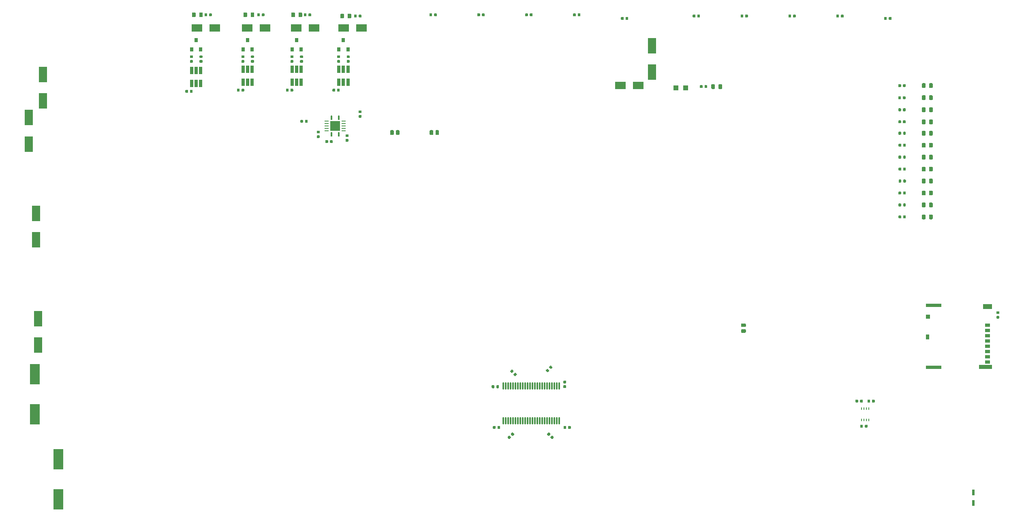
<source format=gbr>
G04 #@! TF.GenerationSoftware,KiCad,Pcbnew,5.1.5+dfsg1-2build2*
G04 #@! TF.CreationDate,2020-06-17T17:05:19-04:00*
G04 #@! TF.ProjectId,gantry-controller-prototype-DUE,67616e74-7279-42d6-936f-6e74726f6c6c,rev?*
G04 #@! TF.SameCoordinates,Original*
G04 #@! TF.FileFunction,Paste,Top*
G04 #@! TF.FilePolarity,Positive*
%FSLAX46Y46*%
G04 Gerber Fmt 4.6, Leading zero omitted, Abs format (unit mm)*
G04 Created by KiCad (PCBNEW 5.1.5+dfsg1-2build2) date 2020-06-17 17:05:19*
%MOMM*%
%LPD*%
G04 APERTURE LIST*
%ADD10C,0.152400*%
%ADD11C,0.100000*%
%ADD12O,0.250000X0.650000*%
%ADD13R,0.780000X1.050000*%
%ADD14R,0.930000X0.900000*%
%ADD15R,3.330000X0.700000*%
%ADD16R,2.800000X0.860000*%
%ADD17R,1.830000X1.140000*%
%ADD18R,1.100000X0.700000*%
%ADD19R,1.016000X1.016000*%
%ADD20R,2.180400X1.630000*%
%ADD21R,1.803400X3.302000*%
%ADD22R,0.482600X1.168400*%
%ADD23R,2.108200X4.216400*%
%ADD24O,0.304800X1.651000*%
%ADD25R,0.650000X1.560000*%
%ADD26R,0.280000X0.850000*%
%ADD27R,0.850000X0.280000*%
%ADD28R,2.050000X2.050000*%
%ADD29R,0.800000X0.900000*%
G04 APERTURE END LIST*
D10*
X120660847Y-71105142D02*
X120839155Y-71105142D01*
X120660847Y-70356858D02*
X120660847Y-71105142D01*
X120839155Y-70356858D02*
X120660847Y-70356858D01*
X120839155Y-71105142D02*
X120839155Y-70356858D01*
X119160845Y-71105142D02*
X119339153Y-71105142D01*
X119160845Y-70356858D02*
X119160845Y-71105142D01*
X119339153Y-70356858D02*
X119160845Y-70356858D01*
X119339153Y-71105142D02*
X119339153Y-70356858D01*
X119160845Y-67643142D02*
X119339153Y-67643142D01*
X119160845Y-66894858D02*
X119160845Y-67643142D01*
X119339153Y-66894858D02*
X119160845Y-66894858D01*
X119339153Y-67643142D02*
X119339153Y-66894858D01*
X120660847Y-67643142D02*
X120839155Y-67643142D01*
X120660847Y-66894858D02*
X120660847Y-67643142D01*
X120839155Y-66894858D02*
X120660847Y-66894858D01*
X120839155Y-67643142D02*
X120839155Y-66894858D01*
D11*
G36*
X154136448Y-123195673D02*
G01*
X154150014Y-123197685D01*
X154163317Y-123201018D01*
X154176230Y-123205638D01*
X154188628Y-123211502D01*
X154200391Y-123218552D01*
X154211406Y-123226722D01*
X154221568Y-123235932D01*
X154230778Y-123246094D01*
X154238948Y-123257109D01*
X154245998Y-123268872D01*
X154251862Y-123281270D01*
X154256482Y-123294183D01*
X154259815Y-123307486D01*
X154261827Y-123321052D01*
X154262500Y-123334750D01*
X154262500Y-123665250D01*
X154261827Y-123678948D01*
X154259815Y-123692514D01*
X154256482Y-123705817D01*
X154251862Y-123718730D01*
X154245998Y-123731128D01*
X154238948Y-123742891D01*
X154230778Y-123753906D01*
X154221568Y-123764068D01*
X154211406Y-123773278D01*
X154200391Y-123781448D01*
X154188628Y-123788498D01*
X154176230Y-123794362D01*
X154163317Y-123798982D01*
X154150014Y-123802315D01*
X154136448Y-123804327D01*
X154122750Y-123805000D01*
X153843250Y-123805000D01*
X153829552Y-123804327D01*
X153815986Y-123802315D01*
X153802683Y-123798982D01*
X153789770Y-123794362D01*
X153777372Y-123788498D01*
X153765609Y-123781448D01*
X153754594Y-123773278D01*
X153744432Y-123764068D01*
X153735222Y-123753906D01*
X153727052Y-123742891D01*
X153720002Y-123731128D01*
X153714138Y-123718730D01*
X153709518Y-123705817D01*
X153706185Y-123692514D01*
X153704173Y-123678948D01*
X153703500Y-123665250D01*
X153703500Y-123334750D01*
X153704173Y-123321052D01*
X153706185Y-123307486D01*
X153709518Y-123294183D01*
X153714138Y-123281270D01*
X153720002Y-123268872D01*
X153727052Y-123257109D01*
X153735222Y-123246094D01*
X153744432Y-123235932D01*
X153754594Y-123226722D01*
X153765609Y-123218552D01*
X153777372Y-123211502D01*
X153789770Y-123205638D01*
X153802683Y-123201018D01*
X153815986Y-123197685D01*
X153829552Y-123195673D01*
X153843250Y-123195000D01*
X154122750Y-123195000D01*
X154136448Y-123195673D01*
G37*
G36*
X153170448Y-123195673D02*
G01*
X153184014Y-123197685D01*
X153197317Y-123201018D01*
X153210230Y-123205638D01*
X153222628Y-123211502D01*
X153234391Y-123218552D01*
X153245406Y-123226722D01*
X153255568Y-123235932D01*
X153264778Y-123246094D01*
X153272948Y-123257109D01*
X153279998Y-123268872D01*
X153285862Y-123281270D01*
X153290482Y-123294183D01*
X153293815Y-123307486D01*
X153295827Y-123321052D01*
X153296500Y-123334750D01*
X153296500Y-123665250D01*
X153295827Y-123678948D01*
X153293815Y-123692514D01*
X153290482Y-123705817D01*
X153285862Y-123718730D01*
X153279998Y-123731128D01*
X153272948Y-123742891D01*
X153264778Y-123753906D01*
X153255568Y-123764068D01*
X153245406Y-123773278D01*
X153234391Y-123781448D01*
X153222628Y-123788498D01*
X153210230Y-123794362D01*
X153197317Y-123798982D01*
X153184014Y-123802315D01*
X153170448Y-123804327D01*
X153156750Y-123805000D01*
X152877250Y-123805000D01*
X152863552Y-123804327D01*
X152849986Y-123802315D01*
X152836683Y-123798982D01*
X152823770Y-123794362D01*
X152811372Y-123788498D01*
X152799609Y-123781448D01*
X152788594Y-123773278D01*
X152778432Y-123764068D01*
X152769222Y-123753906D01*
X152761052Y-123742891D01*
X152754002Y-123731128D01*
X152748138Y-123718730D01*
X152743518Y-123705817D01*
X152740185Y-123692514D01*
X152738173Y-123678948D01*
X152737500Y-123665250D01*
X152737500Y-123334750D01*
X152738173Y-123321052D01*
X152740185Y-123307486D01*
X152743518Y-123294183D01*
X152748138Y-123281270D01*
X152754002Y-123268872D01*
X152761052Y-123257109D01*
X152769222Y-123246094D01*
X152778432Y-123235932D01*
X152788594Y-123226722D01*
X152799609Y-123218552D01*
X152811372Y-123211502D01*
X152823770Y-123205638D01*
X152836683Y-123201018D01*
X152849986Y-123197685D01*
X152863552Y-123195673D01*
X152877250Y-123195000D01*
X153156750Y-123195000D01*
X153170448Y-123195673D01*
G37*
G36*
X154386448Y-131695673D02*
G01*
X154400014Y-131697685D01*
X154413317Y-131701018D01*
X154426230Y-131705638D01*
X154438628Y-131711502D01*
X154450391Y-131718552D01*
X154461406Y-131726722D01*
X154471568Y-131735932D01*
X154480778Y-131746094D01*
X154488948Y-131757109D01*
X154495998Y-131768872D01*
X154501862Y-131781270D01*
X154506482Y-131794183D01*
X154509815Y-131807486D01*
X154511827Y-131821052D01*
X154512500Y-131834750D01*
X154512500Y-132165250D01*
X154511827Y-132178948D01*
X154509815Y-132192514D01*
X154506482Y-132205817D01*
X154501862Y-132218730D01*
X154495998Y-132231128D01*
X154488948Y-132242891D01*
X154480778Y-132253906D01*
X154471568Y-132264068D01*
X154461406Y-132273278D01*
X154450391Y-132281448D01*
X154438628Y-132288498D01*
X154426230Y-132294362D01*
X154413317Y-132298982D01*
X154400014Y-132302315D01*
X154386448Y-132304327D01*
X154372750Y-132305000D01*
X154093250Y-132305000D01*
X154079552Y-132304327D01*
X154065986Y-132302315D01*
X154052683Y-132298982D01*
X154039770Y-132294362D01*
X154027372Y-132288498D01*
X154015609Y-132281448D01*
X154004594Y-132273278D01*
X153994432Y-132264068D01*
X153985222Y-132253906D01*
X153977052Y-132242891D01*
X153970002Y-132231128D01*
X153964138Y-132218730D01*
X153959518Y-132205817D01*
X153956185Y-132192514D01*
X153954173Y-132178948D01*
X153953500Y-132165250D01*
X153953500Y-131834750D01*
X153954173Y-131821052D01*
X153956185Y-131807486D01*
X153959518Y-131794183D01*
X153964138Y-131781270D01*
X153970002Y-131768872D01*
X153977052Y-131757109D01*
X153985222Y-131746094D01*
X153994432Y-131735932D01*
X154004594Y-131726722D01*
X154015609Y-131718552D01*
X154027372Y-131711502D01*
X154039770Y-131705638D01*
X154052683Y-131701018D01*
X154065986Y-131697685D01*
X154079552Y-131695673D01*
X154093250Y-131695000D01*
X154372750Y-131695000D01*
X154386448Y-131695673D01*
G37*
G36*
X153420448Y-131695673D02*
G01*
X153434014Y-131697685D01*
X153447317Y-131701018D01*
X153460230Y-131705638D01*
X153472628Y-131711502D01*
X153484391Y-131718552D01*
X153495406Y-131726722D01*
X153505568Y-131735932D01*
X153514778Y-131746094D01*
X153522948Y-131757109D01*
X153529998Y-131768872D01*
X153535862Y-131781270D01*
X153540482Y-131794183D01*
X153543815Y-131807486D01*
X153545827Y-131821052D01*
X153546500Y-131834750D01*
X153546500Y-132165250D01*
X153545827Y-132178948D01*
X153543815Y-132192514D01*
X153540482Y-132205817D01*
X153535862Y-132218730D01*
X153529998Y-132231128D01*
X153522948Y-132242891D01*
X153514778Y-132253906D01*
X153505568Y-132264068D01*
X153495406Y-132273278D01*
X153484391Y-132281448D01*
X153472628Y-132288498D01*
X153460230Y-132294362D01*
X153447317Y-132298982D01*
X153434014Y-132302315D01*
X153420448Y-132304327D01*
X153406750Y-132305000D01*
X153127250Y-132305000D01*
X153113552Y-132304327D01*
X153099986Y-132302315D01*
X153086683Y-132298982D01*
X153073770Y-132294362D01*
X153061372Y-132288498D01*
X153049609Y-132281448D01*
X153038594Y-132273278D01*
X153028432Y-132264068D01*
X153019222Y-132253906D01*
X153011052Y-132242891D01*
X153004002Y-132231128D01*
X152998138Y-132218730D01*
X152993518Y-132205817D01*
X152990185Y-132192514D01*
X152988173Y-132178948D01*
X152987500Y-132165250D01*
X152987500Y-131834750D01*
X152988173Y-131821052D01*
X152990185Y-131807486D01*
X152993518Y-131794183D01*
X152998138Y-131781270D01*
X153004002Y-131768872D01*
X153011052Y-131757109D01*
X153019222Y-131746094D01*
X153028432Y-131735932D01*
X153038594Y-131726722D01*
X153049609Y-131718552D01*
X153061372Y-131711502D01*
X153073770Y-131705638D01*
X153086683Y-131701018D01*
X153099986Y-131697685D01*
X153113552Y-131695673D01*
X153127250Y-131695000D01*
X153406750Y-131695000D01*
X153420448Y-131695673D01*
G37*
G36*
X168178948Y-123204173D02*
G01*
X168192514Y-123206185D01*
X168205817Y-123209518D01*
X168218730Y-123214138D01*
X168231128Y-123220002D01*
X168242891Y-123227052D01*
X168253906Y-123235222D01*
X168264068Y-123244432D01*
X168273278Y-123254594D01*
X168281448Y-123265609D01*
X168288498Y-123277372D01*
X168294362Y-123289770D01*
X168298982Y-123302683D01*
X168302315Y-123315986D01*
X168304327Y-123329552D01*
X168305000Y-123343250D01*
X168305000Y-123622750D01*
X168304327Y-123636448D01*
X168302315Y-123650014D01*
X168298982Y-123663317D01*
X168294362Y-123676230D01*
X168288498Y-123688628D01*
X168281448Y-123700391D01*
X168273278Y-123711406D01*
X168264068Y-123721568D01*
X168253906Y-123730778D01*
X168242891Y-123738948D01*
X168231128Y-123745998D01*
X168218730Y-123751862D01*
X168205817Y-123756482D01*
X168192514Y-123759815D01*
X168178948Y-123761827D01*
X168165250Y-123762500D01*
X167834750Y-123762500D01*
X167821052Y-123761827D01*
X167807486Y-123759815D01*
X167794183Y-123756482D01*
X167781270Y-123751862D01*
X167768872Y-123745998D01*
X167757109Y-123738948D01*
X167746094Y-123730778D01*
X167735932Y-123721568D01*
X167726722Y-123711406D01*
X167718552Y-123700391D01*
X167711502Y-123688628D01*
X167705638Y-123676230D01*
X167701018Y-123663317D01*
X167697685Y-123650014D01*
X167695673Y-123636448D01*
X167695000Y-123622750D01*
X167695000Y-123343250D01*
X167695673Y-123329552D01*
X167697685Y-123315986D01*
X167701018Y-123302683D01*
X167705638Y-123289770D01*
X167711502Y-123277372D01*
X167718552Y-123265609D01*
X167726722Y-123254594D01*
X167735932Y-123244432D01*
X167746094Y-123235222D01*
X167757109Y-123227052D01*
X167768872Y-123220002D01*
X167781270Y-123214138D01*
X167794183Y-123209518D01*
X167807486Y-123206185D01*
X167821052Y-123204173D01*
X167834750Y-123203500D01*
X168165250Y-123203500D01*
X168178948Y-123204173D01*
G37*
G36*
X168178948Y-122238173D02*
G01*
X168192514Y-122240185D01*
X168205817Y-122243518D01*
X168218730Y-122248138D01*
X168231128Y-122254002D01*
X168242891Y-122261052D01*
X168253906Y-122269222D01*
X168264068Y-122278432D01*
X168273278Y-122288594D01*
X168281448Y-122299609D01*
X168288498Y-122311372D01*
X168294362Y-122323770D01*
X168298982Y-122336683D01*
X168302315Y-122349986D01*
X168304327Y-122363552D01*
X168305000Y-122377250D01*
X168305000Y-122656750D01*
X168304327Y-122670448D01*
X168302315Y-122684014D01*
X168298982Y-122697317D01*
X168294362Y-122710230D01*
X168288498Y-122722628D01*
X168281448Y-122734391D01*
X168273278Y-122745406D01*
X168264068Y-122755568D01*
X168253906Y-122764778D01*
X168242891Y-122772948D01*
X168231128Y-122779998D01*
X168218730Y-122785862D01*
X168205817Y-122790482D01*
X168192514Y-122793815D01*
X168178948Y-122795827D01*
X168165250Y-122796500D01*
X167834750Y-122796500D01*
X167821052Y-122795827D01*
X167807486Y-122793815D01*
X167794183Y-122790482D01*
X167781270Y-122785862D01*
X167768872Y-122779998D01*
X167757109Y-122772948D01*
X167746094Y-122764778D01*
X167735932Y-122755568D01*
X167726722Y-122745406D01*
X167718552Y-122734391D01*
X167711502Y-122722628D01*
X167705638Y-122710230D01*
X167701018Y-122697317D01*
X167697685Y-122684014D01*
X167695673Y-122670448D01*
X167695000Y-122656750D01*
X167695000Y-122377250D01*
X167695673Y-122363552D01*
X167697685Y-122349986D01*
X167701018Y-122336683D01*
X167705638Y-122323770D01*
X167711502Y-122311372D01*
X167718552Y-122299609D01*
X167726722Y-122288594D01*
X167735932Y-122278432D01*
X167746094Y-122269222D01*
X167757109Y-122261052D01*
X167768872Y-122254002D01*
X167781270Y-122248138D01*
X167794183Y-122243518D01*
X167807486Y-122240185D01*
X167821052Y-122238173D01*
X167834750Y-122237500D01*
X168165250Y-122237500D01*
X168178948Y-122238173D01*
G37*
G36*
X168170448Y-131695673D02*
G01*
X168184014Y-131697685D01*
X168197317Y-131701018D01*
X168210230Y-131705638D01*
X168222628Y-131711502D01*
X168234391Y-131718552D01*
X168245406Y-131726722D01*
X168255568Y-131735932D01*
X168264778Y-131746094D01*
X168272948Y-131757109D01*
X168279998Y-131768872D01*
X168285862Y-131781270D01*
X168290482Y-131794183D01*
X168293815Y-131807486D01*
X168295827Y-131821052D01*
X168296500Y-131834750D01*
X168296500Y-132165250D01*
X168295827Y-132178948D01*
X168293815Y-132192514D01*
X168290482Y-132205817D01*
X168285862Y-132218730D01*
X168279998Y-132231128D01*
X168272948Y-132242891D01*
X168264778Y-132253906D01*
X168255568Y-132264068D01*
X168245406Y-132273278D01*
X168234391Y-132281448D01*
X168222628Y-132288498D01*
X168210230Y-132294362D01*
X168197317Y-132298982D01*
X168184014Y-132302315D01*
X168170448Y-132304327D01*
X168156750Y-132305000D01*
X167877250Y-132305000D01*
X167863552Y-132304327D01*
X167849986Y-132302315D01*
X167836683Y-132298982D01*
X167823770Y-132294362D01*
X167811372Y-132288498D01*
X167799609Y-132281448D01*
X167788594Y-132273278D01*
X167778432Y-132264068D01*
X167769222Y-132253906D01*
X167761052Y-132242891D01*
X167754002Y-132231128D01*
X167748138Y-132218730D01*
X167743518Y-132205817D01*
X167740185Y-132192514D01*
X167738173Y-132178948D01*
X167737500Y-132165250D01*
X167737500Y-131834750D01*
X167738173Y-131821052D01*
X167740185Y-131807486D01*
X167743518Y-131794183D01*
X167748138Y-131781270D01*
X167754002Y-131768872D01*
X167761052Y-131757109D01*
X167769222Y-131746094D01*
X167778432Y-131735932D01*
X167788594Y-131726722D01*
X167799609Y-131718552D01*
X167811372Y-131711502D01*
X167823770Y-131705638D01*
X167836683Y-131701018D01*
X167849986Y-131697685D01*
X167863552Y-131695673D01*
X167877250Y-131695000D01*
X168156750Y-131695000D01*
X168170448Y-131695673D01*
G37*
G36*
X169136448Y-131695673D02*
G01*
X169150014Y-131697685D01*
X169163317Y-131701018D01*
X169176230Y-131705638D01*
X169188628Y-131711502D01*
X169200391Y-131718552D01*
X169211406Y-131726722D01*
X169221568Y-131735932D01*
X169230778Y-131746094D01*
X169238948Y-131757109D01*
X169245998Y-131768872D01*
X169251862Y-131781270D01*
X169256482Y-131794183D01*
X169259815Y-131807486D01*
X169261827Y-131821052D01*
X169262500Y-131834750D01*
X169262500Y-132165250D01*
X169261827Y-132178948D01*
X169259815Y-132192514D01*
X169256482Y-132205817D01*
X169251862Y-132218730D01*
X169245998Y-132231128D01*
X169238948Y-132242891D01*
X169230778Y-132253906D01*
X169221568Y-132264068D01*
X169211406Y-132273278D01*
X169200391Y-132281448D01*
X169188628Y-132288498D01*
X169176230Y-132294362D01*
X169163317Y-132298982D01*
X169150014Y-132302315D01*
X169136448Y-132304327D01*
X169122750Y-132305000D01*
X168843250Y-132305000D01*
X168829552Y-132304327D01*
X168815986Y-132302315D01*
X168802683Y-132298982D01*
X168789770Y-132294362D01*
X168777372Y-132288498D01*
X168765609Y-132281448D01*
X168754594Y-132273278D01*
X168744432Y-132264068D01*
X168735222Y-132253906D01*
X168727052Y-132242891D01*
X168720002Y-132231128D01*
X168714138Y-132218730D01*
X168709518Y-132205817D01*
X168706185Y-132192514D01*
X168704173Y-132178948D01*
X168703500Y-132165250D01*
X168703500Y-131834750D01*
X168704173Y-131821052D01*
X168706185Y-131807486D01*
X168709518Y-131794183D01*
X168714138Y-131781270D01*
X168720002Y-131768872D01*
X168727052Y-131757109D01*
X168735222Y-131746094D01*
X168744432Y-131735932D01*
X168754594Y-131726722D01*
X168765609Y-131718552D01*
X168777372Y-131711502D01*
X168789770Y-131705638D01*
X168802683Y-131701018D01*
X168815986Y-131697685D01*
X168829552Y-131695673D01*
X168843250Y-131695000D01*
X169122750Y-131695000D01*
X169136448Y-131695673D01*
G37*
G36*
X116678948Y-69988173D02*
G01*
X116692514Y-69990185D01*
X116705817Y-69993518D01*
X116718730Y-69998138D01*
X116731128Y-70004002D01*
X116742891Y-70011052D01*
X116753906Y-70019222D01*
X116764068Y-70028432D01*
X116773278Y-70038594D01*
X116781448Y-70049609D01*
X116788498Y-70061372D01*
X116794362Y-70073770D01*
X116798982Y-70086683D01*
X116802315Y-70099986D01*
X116804327Y-70113552D01*
X116805000Y-70127250D01*
X116805000Y-70406750D01*
X116804327Y-70420448D01*
X116802315Y-70434014D01*
X116798982Y-70447317D01*
X116794362Y-70460230D01*
X116788498Y-70472628D01*
X116781448Y-70484391D01*
X116773278Y-70495406D01*
X116764068Y-70505568D01*
X116753906Y-70514778D01*
X116742891Y-70522948D01*
X116731128Y-70529998D01*
X116718730Y-70535862D01*
X116705817Y-70540482D01*
X116692514Y-70543815D01*
X116678948Y-70545827D01*
X116665250Y-70546500D01*
X116334750Y-70546500D01*
X116321052Y-70545827D01*
X116307486Y-70543815D01*
X116294183Y-70540482D01*
X116281270Y-70535862D01*
X116268872Y-70529998D01*
X116257109Y-70522948D01*
X116246094Y-70514778D01*
X116235932Y-70505568D01*
X116226722Y-70495406D01*
X116218552Y-70484391D01*
X116211502Y-70472628D01*
X116205638Y-70460230D01*
X116201018Y-70447317D01*
X116197685Y-70434014D01*
X116195673Y-70420448D01*
X116195000Y-70406750D01*
X116195000Y-70127250D01*
X116195673Y-70113552D01*
X116197685Y-70099986D01*
X116201018Y-70086683D01*
X116205638Y-70073770D01*
X116211502Y-70061372D01*
X116218552Y-70049609D01*
X116226722Y-70038594D01*
X116235932Y-70028432D01*
X116246094Y-70019222D01*
X116257109Y-70011052D01*
X116268872Y-70004002D01*
X116281270Y-69998138D01*
X116294183Y-69993518D01*
X116307486Y-69990185D01*
X116321052Y-69988173D01*
X116334750Y-69987500D01*
X116665250Y-69987500D01*
X116678948Y-69988173D01*
G37*
G36*
X116678948Y-70954173D02*
G01*
X116692514Y-70956185D01*
X116705817Y-70959518D01*
X116718730Y-70964138D01*
X116731128Y-70970002D01*
X116742891Y-70977052D01*
X116753906Y-70985222D01*
X116764068Y-70994432D01*
X116773278Y-71004594D01*
X116781448Y-71015609D01*
X116788498Y-71027372D01*
X116794362Y-71039770D01*
X116798982Y-71052683D01*
X116802315Y-71065986D01*
X116804327Y-71079552D01*
X116805000Y-71093250D01*
X116805000Y-71372750D01*
X116804327Y-71386448D01*
X116802315Y-71400014D01*
X116798982Y-71413317D01*
X116794362Y-71426230D01*
X116788498Y-71438628D01*
X116781448Y-71450391D01*
X116773278Y-71461406D01*
X116764068Y-71471568D01*
X116753906Y-71480778D01*
X116742891Y-71488948D01*
X116731128Y-71495998D01*
X116718730Y-71501862D01*
X116705817Y-71506482D01*
X116692514Y-71509815D01*
X116678948Y-71511827D01*
X116665250Y-71512500D01*
X116334750Y-71512500D01*
X116321052Y-71511827D01*
X116307486Y-71509815D01*
X116294183Y-71506482D01*
X116281270Y-71501862D01*
X116268872Y-71495998D01*
X116257109Y-71488948D01*
X116246094Y-71480778D01*
X116235932Y-71471568D01*
X116226722Y-71461406D01*
X116218552Y-71450391D01*
X116211502Y-71438628D01*
X116205638Y-71426230D01*
X116201018Y-71413317D01*
X116197685Y-71400014D01*
X116195673Y-71386448D01*
X116195000Y-71372750D01*
X116195000Y-71093250D01*
X116195673Y-71079552D01*
X116197685Y-71065986D01*
X116201018Y-71052683D01*
X116205638Y-71039770D01*
X116211502Y-71027372D01*
X116218552Y-71015609D01*
X116226722Y-71004594D01*
X116235932Y-70994432D01*
X116246094Y-70985222D01*
X116257109Y-70977052D01*
X116268872Y-70970002D01*
X116281270Y-70964138D01*
X116294183Y-70959518D01*
X116307486Y-70956185D01*
X116321052Y-70954173D01*
X116334750Y-70953500D01*
X116665250Y-70953500D01*
X116678948Y-70954173D01*
G37*
G36*
X114153448Y-67695673D02*
G01*
X114167014Y-67697685D01*
X114180317Y-67701018D01*
X114193230Y-67705638D01*
X114205628Y-67711502D01*
X114217391Y-67718552D01*
X114228406Y-67726722D01*
X114238568Y-67735932D01*
X114247778Y-67746094D01*
X114255948Y-67757109D01*
X114262998Y-67768872D01*
X114268862Y-67781270D01*
X114273482Y-67794183D01*
X114276815Y-67807486D01*
X114278827Y-67821052D01*
X114279500Y-67834750D01*
X114279500Y-68165250D01*
X114278827Y-68178948D01*
X114276815Y-68192514D01*
X114273482Y-68205817D01*
X114268862Y-68218730D01*
X114262998Y-68231128D01*
X114255948Y-68242891D01*
X114247778Y-68253906D01*
X114238568Y-68264068D01*
X114228406Y-68273278D01*
X114217391Y-68281448D01*
X114205628Y-68288498D01*
X114193230Y-68294362D01*
X114180317Y-68298982D01*
X114167014Y-68302315D01*
X114153448Y-68304327D01*
X114139750Y-68305000D01*
X113860250Y-68305000D01*
X113846552Y-68304327D01*
X113832986Y-68302315D01*
X113819683Y-68298982D01*
X113806770Y-68294362D01*
X113794372Y-68288498D01*
X113782609Y-68281448D01*
X113771594Y-68273278D01*
X113761432Y-68264068D01*
X113752222Y-68253906D01*
X113744052Y-68242891D01*
X113737002Y-68231128D01*
X113731138Y-68218730D01*
X113726518Y-68205817D01*
X113723185Y-68192514D01*
X113721173Y-68178948D01*
X113720500Y-68165250D01*
X113720500Y-67834750D01*
X113721173Y-67821052D01*
X113723185Y-67807486D01*
X113726518Y-67794183D01*
X113731138Y-67781270D01*
X113737002Y-67768872D01*
X113744052Y-67757109D01*
X113752222Y-67746094D01*
X113761432Y-67735932D01*
X113771594Y-67726722D01*
X113782609Y-67718552D01*
X113794372Y-67711502D01*
X113806770Y-67705638D01*
X113819683Y-67701018D01*
X113832986Y-67697685D01*
X113846552Y-67695673D01*
X113860250Y-67695000D01*
X114139750Y-67695000D01*
X114153448Y-67695673D01*
G37*
G36*
X113187448Y-67695673D02*
G01*
X113201014Y-67697685D01*
X113214317Y-67701018D01*
X113227230Y-67705638D01*
X113239628Y-67711502D01*
X113251391Y-67718552D01*
X113262406Y-67726722D01*
X113272568Y-67735932D01*
X113281778Y-67746094D01*
X113289948Y-67757109D01*
X113296998Y-67768872D01*
X113302862Y-67781270D01*
X113307482Y-67794183D01*
X113310815Y-67807486D01*
X113312827Y-67821052D01*
X113313500Y-67834750D01*
X113313500Y-68165250D01*
X113312827Y-68178948D01*
X113310815Y-68192514D01*
X113307482Y-68205817D01*
X113302862Y-68218730D01*
X113296998Y-68231128D01*
X113289948Y-68242891D01*
X113281778Y-68253906D01*
X113272568Y-68264068D01*
X113262406Y-68273278D01*
X113251391Y-68281448D01*
X113239628Y-68288498D01*
X113227230Y-68294362D01*
X113214317Y-68298982D01*
X113201014Y-68302315D01*
X113187448Y-68304327D01*
X113173750Y-68305000D01*
X112894250Y-68305000D01*
X112880552Y-68304327D01*
X112866986Y-68302315D01*
X112853683Y-68298982D01*
X112840770Y-68294362D01*
X112828372Y-68288498D01*
X112816609Y-68281448D01*
X112805594Y-68273278D01*
X112795432Y-68264068D01*
X112786222Y-68253906D01*
X112778052Y-68242891D01*
X112771002Y-68231128D01*
X112765138Y-68218730D01*
X112760518Y-68205817D01*
X112757185Y-68192514D01*
X112755173Y-68178948D01*
X112754500Y-68165250D01*
X112754500Y-67834750D01*
X112755173Y-67821052D01*
X112757185Y-67807486D01*
X112760518Y-67794183D01*
X112765138Y-67781270D01*
X112771002Y-67768872D01*
X112778052Y-67757109D01*
X112786222Y-67746094D01*
X112795432Y-67735932D01*
X112805594Y-67726722D01*
X112816609Y-67718552D01*
X112828372Y-67711502D01*
X112840770Y-67705638D01*
X112853683Y-67701018D01*
X112866986Y-67697685D01*
X112880552Y-67695673D01*
X112894250Y-67695000D01*
X113173750Y-67695000D01*
X113187448Y-67695673D01*
G37*
G36*
X125428948Y-66704173D02*
G01*
X125442514Y-66706185D01*
X125455817Y-66709518D01*
X125468730Y-66714138D01*
X125481128Y-66720002D01*
X125492891Y-66727052D01*
X125503906Y-66735222D01*
X125514068Y-66744432D01*
X125523278Y-66754594D01*
X125531448Y-66765609D01*
X125538498Y-66777372D01*
X125544362Y-66789770D01*
X125548982Y-66802683D01*
X125552315Y-66815986D01*
X125554327Y-66829552D01*
X125555000Y-66843250D01*
X125555000Y-67122750D01*
X125554327Y-67136448D01*
X125552315Y-67150014D01*
X125548982Y-67163317D01*
X125544362Y-67176230D01*
X125538498Y-67188628D01*
X125531448Y-67200391D01*
X125523278Y-67211406D01*
X125514068Y-67221568D01*
X125503906Y-67230778D01*
X125492891Y-67238948D01*
X125481128Y-67245998D01*
X125468730Y-67251862D01*
X125455817Y-67256482D01*
X125442514Y-67259815D01*
X125428948Y-67261827D01*
X125415250Y-67262500D01*
X125084750Y-67262500D01*
X125071052Y-67261827D01*
X125057486Y-67259815D01*
X125044183Y-67256482D01*
X125031270Y-67251862D01*
X125018872Y-67245998D01*
X125007109Y-67238948D01*
X124996094Y-67230778D01*
X124985932Y-67221568D01*
X124976722Y-67211406D01*
X124968552Y-67200391D01*
X124961502Y-67188628D01*
X124955638Y-67176230D01*
X124951018Y-67163317D01*
X124947685Y-67150014D01*
X124945673Y-67136448D01*
X124945000Y-67122750D01*
X124945000Y-66843250D01*
X124945673Y-66829552D01*
X124947685Y-66815986D01*
X124951018Y-66802683D01*
X124955638Y-66789770D01*
X124961502Y-66777372D01*
X124968552Y-66765609D01*
X124976722Y-66754594D01*
X124985932Y-66744432D01*
X124996094Y-66735222D01*
X125007109Y-66727052D01*
X125018872Y-66720002D01*
X125031270Y-66714138D01*
X125044183Y-66709518D01*
X125057486Y-66706185D01*
X125071052Y-66704173D01*
X125084750Y-66703500D01*
X125415250Y-66703500D01*
X125428948Y-66704173D01*
G37*
G36*
X125428948Y-65738173D02*
G01*
X125442514Y-65740185D01*
X125455817Y-65743518D01*
X125468730Y-65748138D01*
X125481128Y-65754002D01*
X125492891Y-65761052D01*
X125503906Y-65769222D01*
X125514068Y-65778432D01*
X125523278Y-65788594D01*
X125531448Y-65799609D01*
X125538498Y-65811372D01*
X125544362Y-65823770D01*
X125548982Y-65836683D01*
X125552315Y-65849986D01*
X125554327Y-65863552D01*
X125555000Y-65877250D01*
X125555000Y-66156750D01*
X125554327Y-66170448D01*
X125552315Y-66184014D01*
X125548982Y-66197317D01*
X125544362Y-66210230D01*
X125538498Y-66222628D01*
X125531448Y-66234391D01*
X125523278Y-66245406D01*
X125514068Y-66255568D01*
X125503906Y-66264778D01*
X125492891Y-66272948D01*
X125481128Y-66279998D01*
X125468730Y-66285862D01*
X125455817Y-66290482D01*
X125442514Y-66293815D01*
X125428948Y-66295827D01*
X125415250Y-66296500D01*
X125084750Y-66296500D01*
X125071052Y-66295827D01*
X125057486Y-66293815D01*
X125044183Y-66290482D01*
X125031270Y-66285862D01*
X125018872Y-66279998D01*
X125007109Y-66272948D01*
X124996094Y-66264778D01*
X124985932Y-66255568D01*
X124976722Y-66245406D01*
X124968552Y-66234391D01*
X124961502Y-66222628D01*
X124955638Y-66210230D01*
X124951018Y-66197317D01*
X124947685Y-66184014D01*
X124945673Y-66170448D01*
X124945000Y-66156750D01*
X124945000Y-65877250D01*
X124945673Y-65863552D01*
X124947685Y-65849986D01*
X124951018Y-65836683D01*
X124955638Y-65823770D01*
X124961502Y-65811372D01*
X124968552Y-65799609D01*
X124976722Y-65788594D01*
X124985932Y-65778432D01*
X124996094Y-65769222D01*
X125007109Y-65761052D01*
X125018872Y-65754002D01*
X125031270Y-65748138D01*
X125044183Y-65743518D01*
X125057486Y-65740185D01*
X125071052Y-65738173D01*
X125084750Y-65737500D01*
X125415250Y-65737500D01*
X125428948Y-65738173D01*
G37*
G36*
X122678948Y-70738173D02*
G01*
X122692514Y-70740185D01*
X122705817Y-70743518D01*
X122718730Y-70748138D01*
X122731128Y-70754002D01*
X122742891Y-70761052D01*
X122753906Y-70769222D01*
X122764068Y-70778432D01*
X122773278Y-70788594D01*
X122781448Y-70799609D01*
X122788498Y-70811372D01*
X122794362Y-70823770D01*
X122798982Y-70836683D01*
X122802315Y-70849986D01*
X122804327Y-70863552D01*
X122805000Y-70877250D01*
X122805000Y-71156750D01*
X122804327Y-71170448D01*
X122802315Y-71184014D01*
X122798982Y-71197317D01*
X122794362Y-71210230D01*
X122788498Y-71222628D01*
X122781448Y-71234391D01*
X122773278Y-71245406D01*
X122764068Y-71255568D01*
X122753906Y-71264778D01*
X122742891Y-71272948D01*
X122731128Y-71279998D01*
X122718730Y-71285862D01*
X122705817Y-71290482D01*
X122692514Y-71293815D01*
X122678948Y-71295827D01*
X122665250Y-71296500D01*
X122334750Y-71296500D01*
X122321052Y-71295827D01*
X122307486Y-71293815D01*
X122294183Y-71290482D01*
X122281270Y-71285862D01*
X122268872Y-71279998D01*
X122257109Y-71272948D01*
X122246094Y-71264778D01*
X122235932Y-71255568D01*
X122226722Y-71245406D01*
X122218552Y-71234391D01*
X122211502Y-71222628D01*
X122205638Y-71210230D01*
X122201018Y-71197317D01*
X122197685Y-71184014D01*
X122195673Y-71170448D01*
X122195000Y-71156750D01*
X122195000Y-70877250D01*
X122195673Y-70863552D01*
X122197685Y-70849986D01*
X122201018Y-70836683D01*
X122205638Y-70823770D01*
X122211502Y-70811372D01*
X122218552Y-70799609D01*
X122226722Y-70788594D01*
X122235932Y-70778432D01*
X122246094Y-70769222D01*
X122257109Y-70761052D01*
X122268872Y-70754002D01*
X122281270Y-70748138D01*
X122294183Y-70743518D01*
X122307486Y-70740185D01*
X122321052Y-70738173D01*
X122334750Y-70737500D01*
X122665250Y-70737500D01*
X122678948Y-70738173D01*
G37*
G36*
X122678948Y-71704173D02*
G01*
X122692514Y-71706185D01*
X122705817Y-71709518D01*
X122718730Y-71714138D01*
X122731128Y-71720002D01*
X122742891Y-71727052D01*
X122753906Y-71735222D01*
X122764068Y-71744432D01*
X122773278Y-71754594D01*
X122781448Y-71765609D01*
X122788498Y-71777372D01*
X122794362Y-71789770D01*
X122798982Y-71802683D01*
X122802315Y-71815986D01*
X122804327Y-71829552D01*
X122805000Y-71843250D01*
X122805000Y-72122750D01*
X122804327Y-72136448D01*
X122802315Y-72150014D01*
X122798982Y-72163317D01*
X122794362Y-72176230D01*
X122788498Y-72188628D01*
X122781448Y-72200391D01*
X122773278Y-72211406D01*
X122764068Y-72221568D01*
X122753906Y-72230778D01*
X122742891Y-72238948D01*
X122731128Y-72245998D01*
X122718730Y-72251862D01*
X122705817Y-72256482D01*
X122692514Y-72259815D01*
X122678948Y-72261827D01*
X122665250Y-72262500D01*
X122334750Y-72262500D01*
X122321052Y-72261827D01*
X122307486Y-72259815D01*
X122294183Y-72256482D01*
X122281270Y-72251862D01*
X122268872Y-72245998D01*
X122257109Y-72238948D01*
X122246094Y-72230778D01*
X122235932Y-72221568D01*
X122226722Y-72211406D01*
X122218552Y-72200391D01*
X122211502Y-72188628D01*
X122205638Y-72176230D01*
X122201018Y-72163317D01*
X122197685Y-72150014D01*
X122195673Y-72136448D01*
X122195000Y-72122750D01*
X122195000Y-71843250D01*
X122195673Y-71829552D01*
X122197685Y-71815986D01*
X122201018Y-71802683D01*
X122205638Y-71789770D01*
X122211502Y-71777372D01*
X122218552Y-71765609D01*
X122226722Y-71754594D01*
X122235932Y-71744432D01*
X122246094Y-71735222D01*
X122257109Y-71727052D01*
X122268872Y-71720002D01*
X122281270Y-71714138D01*
X122294183Y-71709518D01*
X122307486Y-71706185D01*
X122321052Y-71704173D01*
X122334750Y-71703500D01*
X122665250Y-71703500D01*
X122678948Y-71704173D01*
G37*
G36*
X229170448Y-126195673D02*
G01*
X229184014Y-126197685D01*
X229197317Y-126201018D01*
X229210230Y-126205638D01*
X229222628Y-126211502D01*
X229234391Y-126218552D01*
X229245406Y-126226722D01*
X229255568Y-126235932D01*
X229264778Y-126246094D01*
X229272948Y-126257109D01*
X229279998Y-126268872D01*
X229285862Y-126281270D01*
X229290482Y-126294183D01*
X229293815Y-126307486D01*
X229295827Y-126321052D01*
X229296500Y-126334750D01*
X229296500Y-126665250D01*
X229295827Y-126678948D01*
X229293815Y-126692514D01*
X229290482Y-126705817D01*
X229285862Y-126718730D01*
X229279998Y-126731128D01*
X229272948Y-126742891D01*
X229264778Y-126753906D01*
X229255568Y-126764068D01*
X229245406Y-126773278D01*
X229234391Y-126781448D01*
X229222628Y-126788498D01*
X229210230Y-126794362D01*
X229197317Y-126798982D01*
X229184014Y-126802315D01*
X229170448Y-126804327D01*
X229156750Y-126805000D01*
X228877250Y-126805000D01*
X228863552Y-126804327D01*
X228849986Y-126802315D01*
X228836683Y-126798982D01*
X228823770Y-126794362D01*
X228811372Y-126788498D01*
X228799609Y-126781448D01*
X228788594Y-126773278D01*
X228778432Y-126764068D01*
X228769222Y-126753906D01*
X228761052Y-126742891D01*
X228754002Y-126731128D01*
X228748138Y-126718730D01*
X228743518Y-126705817D01*
X228740185Y-126692514D01*
X228738173Y-126678948D01*
X228737500Y-126665250D01*
X228737500Y-126334750D01*
X228738173Y-126321052D01*
X228740185Y-126307486D01*
X228743518Y-126294183D01*
X228748138Y-126281270D01*
X228754002Y-126268872D01*
X228761052Y-126257109D01*
X228769222Y-126246094D01*
X228778432Y-126235932D01*
X228788594Y-126226722D01*
X228799609Y-126218552D01*
X228811372Y-126211502D01*
X228823770Y-126205638D01*
X228836683Y-126201018D01*
X228849986Y-126197685D01*
X228863552Y-126195673D01*
X228877250Y-126195000D01*
X229156750Y-126195000D01*
X229170448Y-126195673D01*
G37*
G36*
X230136448Y-126195673D02*
G01*
X230150014Y-126197685D01*
X230163317Y-126201018D01*
X230176230Y-126205638D01*
X230188628Y-126211502D01*
X230200391Y-126218552D01*
X230211406Y-126226722D01*
X230221568Y-126235932D01*
X230230778Y-126246094D01*
X230238948Y-126257109D01*
X230245998Y-126268872D01*
X230251862Y-126281270D01*
X230256482Y-126294183D01*
X230259815Y-126307486D01*
X230261827Y-126321052D01*
X230262500Y-126334750D01*
X230262500Y-126665250D01*
X230261827Y-126678948D01*
X230259815Y-126692514D01*
X230256482Y-126705817D01*
X230251862Y-126718730D01*
X230245998Y-126731128D01*
X230238948Y-126742891D01*
X230230778Y-126753906D01*
X230221568Y-126764068D01*
X230211406Y-126773278D01*
X230200391Y-126781448D01*
X230188628Y-126788498D01*
X230176230Y-126794362D01*
X230163317Y-126798982D01*
X230150014Y-126802315D01*
X230136448Y-126804327D01*
X230122750Y-126805000D01*
X229843250Y-126805000D01*
X229829552Y-126804327D01*
X229815986Y-126802315D01*
X229802683Y-126798982D01*
X229789770Y-126794362D01*
X229777372Y-126788498D01*
X229765609Y-126781448D01*
X229754594Y-126773278D01*
X229744432Y-126764068D01*
X229735222Y-126753906D01*
X229727052Y-126742891D01*
X229720002Y-126731128D01*
X229714138Y-126718730D01*
X229709518Y-126705817D01*
X229706185Y-126692514D01*
X229704173Y-126678948D01*
X229703500Y-126665250D01*
X229703500Y-126334750D01*
X229704173Y-126321052D01*
X229706185Y-126307486D01*
X229709518Y-126294183D01*
X229714138Y-126281270D01*
X229720002Y-126268872D01*
X229727052Y-126257109D01*
X229735222Y-126246094D01*
X229744432Y-126235932D01*
X229754594Y-126226722D01*
X229765609Y-126218552D01*
X229777372Y-126211502D01*
X229789770Y-126205638D01*
X229802683Y-126201018D01*
X229815986Y-126197685D01*
X229829552Y-126195673D01*
X229843250Y-126195000D01*
X230122750Y-126195000D01*
X230136448Y-126195673D01*
G37*
G36*
X232636448Y-126195673D02*
G01*
X232650014Y-126197685D01*
X232663317Y-126201018D01*
X232676230Y-126205638D01*
X232688628Y-126211502D01*
X232700391Y-126218552D01*
X232711406Y-126226722D01*
X232721568Y-126235932D01*
X232730778Y-126246094D01*
X232738948Y-126257109D01*
X232745998Y-126268872D01*
X232751862Y-126281270D01*
X232756482Y-126294183D01*
X232759815Y-126307486D01*
X232761827Y-126321052D01*
X232762500Y-126334750D01*
X232762500Y-126665250D01*
X232761827Y-126678948D01*
X232759815Y-126692514D01*
X232756482Y-126705817D01*
X232751862Y-126718730D01*
X232745998Y-126731128D01*
X232738948Y-126742891D01*
X232730778Y-126753906D01*
X232721568Y-126764068D01*
X232711406Y-126773278D01*
X232700391Y-126781448D01*
X232688628Y-126788498D01*
X232676230Y-126794362D01*
X232663317Y-126798982D01*
X232650014Y-126802315D01*
X232636448Y-126804327D01*
X232622750Y-126805000D01*
X232343250Y-126805000D01*
X232329552Y-126804327D01*
X232315986Y-126802315D01*
X232302683Y-126798982D01*
X232289770Y-126794362D01*
X232277372Y-126788498D01*
X232265609Y-126781448D01*
X232254594Y-126773278D01*
X232244432Y-126764068D01*
X232235222Y-126753906D01*
X232227052Y-126742891D01*
X232220002Y-126731128D01*
X232214138Y-126718730D01*
X232209518Y-126705817D01*
X232206185Y-126692514D01*
X232204173Y-126678948D01*
X232203500Y-126665250D01*
X232203500Y-126334750D01*
X232204173Y-126321052D01*
X232206185Y-126307486D01*
X232209518Y-126294183D01*
X232214138Y-126281270D01*
X232220002Y-126268872D01*
X232227052Y-126257109D01*
X232235222Y-126246094D01*
X232244432Y-126235932D01*
X232254594Y-126226722D01*
X232265609Y-126218552D01*
X232277372Y-126211502D01*
X232289770Y-126205638D01*
X232302683Y-126201018D01*
X232315986Y-126197685D01*
X232329552Y-126195673D01*
X232343250Y-126195000D01*
X232622750Y-126195000D01*
X232636448Y-126195673D01*
G37*
G36*
X231670448Y-126195673D02*
G01*
X231684014Y-126197685D01*
X231697317Y-126201018D01*
X231710230Y-126205638D01*
X231722628Y-126211502D01*
X231734391Y-126218552D01*
X231745406Y-126226722D01*
X231755568Y-126235932D01*
X231764778Y-126246094D01*
X231772948Y-126257109D01*
X231779998Y-126268872D01*
X231785862Y-126281270D01*
X231790482Y-126294183D01*
X231793815Y-126307486D01*
X231795827Y-126321052D01*
X231796500Y-126334750D01*
X231796500Y-126665250D01*
X231795827Y-126678948D01*
X231793815Y-126692514D01*
X231790482Y-126705817D01*
X231785862Y-126718730D01*
X231779998Y-126731128D01*
X231772948Y-126742891D01*
X231764778Y-126753906D01*
X231755568Y-126764068D01*
X231745406Y-126773278D01*
X231734391Y-126781448D01*
X231722628Y-126788498D01*
X231710230Y-126794362D01*
X231697317Y-126798982D01*
X231684014Y-126802315D01*
X231670448Y-126804327D01*
X231656750Y-126805000D01*
X231377250Y-126805000D01*
X231363552Y-126804327D01*
X231349986Y-126802315D01*
X231336683Y-126798982D01*
X231323770Y-126794362D01*
X231311372Y-126788498D01*
X231299609Y-126781448D01*
X231288594Y-126773278D01*
X231278432Y-126764068D01*
X231269222Y-126753906D01*
X231261052Y-126742891D01*
X231254002Y-126731128D01*
X231248138Y-126718730D01*
X231243518Y-126705817D01*
X231240185Y-126692514D01*
X231238173Y-126678948D01*
X231237500Y-126665250D01*
X231237500Y-126334750D01*
X231238173Y-126321052D01*
X231240185Y-126307486D01*
X231243518Y-126294183D01*
X231248138Y-126281270D01*
X231254002Y-126268872D01*
X231261052Y-126257109D01*
X231269222Y-126246094D01*
X231278432Y-126235932D01*
X231288594Y-126226722D01*
X231299609Y-126218552D01*
X231311372Y-126211502D01*
X231323770Y-126205638D01*
X231336683Y-126201018D01*
X231349986Y-126197685D01*
X231363552Y-126195673D01*
X231377250Y-126195000D01*
X231656750Y-126195000D01*
X231670448Y-126195673D01*
G37*
D12*
X231500000Y-130425000D03*
X231000000Y-130425000D03*
X230500000Y-130425000D03*
X230000000Y-130425000D03*
X230000000Y-128075000D03*
X230500000Y-128075000D03*
X231000000Y-128075000D03*
X231500000Y-128075000D03*
D11*
G36*
X231136448Y-131445673D02*
G01*
X231150014Y-131447685D01*
X231163317Y-131451018D01*
X231176230Y-131455638D01*
X231188628Y-131461502D01*
X231200391Y-131468552D01*
X231211406Y-131476722D01*
X231221568Y-131485932D01*
X231230778Y-131496094D01*
X231238948Y-131507109D01*
X231245998Y-131518872D01*
X231251862Y-131531270D01*
X231256482Y-131544183D01*
X231259815Y-131557486D01*
X231261827Y-131571052D01*
X231262500Y-131584750D01*
X231262500Y-131915250D01*
X231261827Y-131928948D01*
X231259815Y-131942514D01*
X231256482Y-131955817D01*
X231251862Y-131968730D01*
X231245998Y-131981128D01*
X231238948Y-131992891D01*
X231230778Y-132003906D01*
X231221568Y-132014068D01*
X231211406Y-132023278D01*
X231200391Y-132031448D01*
X231188628Y-132038498D01*
X231176230Y-132044362D01*
X231163317Y-132048982D01*
X231150014Y-132052315D01*
X231136448Y-132054327D01*
X231122750Y-132055000D01*
X230843250Y-132055000D01*
X230829552Y-132054327D01*
X230815986Y-132052315D01*
X230802683Y-132048982D01*
X230789770Y-132044362D01*
X230777372Y-132038498D01*
X230765609Y-132031448D01*
X230754594Y-132023278D01*
X230744432Y-132014068D01*
X230735222Y-132003906D01*
X230727052Y-131992891D01*
X230720002Y-131981128D01*
X230714138Y-131968730D01*
X230709518Y-131955817D01*
X230706185Y-131942514D01*
X230704173Y-131928948D01*
X230703500Y-131915250D01*
X230703500Y-131584750D01*
X230704173Y-131571052D01*
X230706185Y-131557486D01*
X230709518Y-131544183D01*
X230714138Y-131531270D01*
X230720002Y-131518872D01*
X230727052Y-131507109D01*
X230735222Y-131496094D01*
X230744432Y-131485932D01*
X230754594Y-131476722D01*
X230765609Y-131468552D01*
X230777372Y-131461502D01*
X230789770Y-131455638D01*
X230802683Y-131451018D01*
X230815986Y-131447685D01*
X230829552Y-131445673D01*
X230843250Y-131445000D01*
X231122750Y-131445000D01*
X231136448Y-131445673D01*
G37*
G36*
X230170448Y-131445673D02*
G01*
X230184014Y-131447685D01*
X230197317Y-131451018D01*
X230210230Y-131455638D01*
X230222628Y-131461502D01*
X230234391Y-131468552D01*
X230245406Y-131476722D01*
X230255568Y-131485932D01*
X230264778Y-131496094D01*
X230272948Y-131507109D01*
X230279998Y-131518872D01*
X230285862Y-131531270D01*
X230290482Y-131544183D01*
X230293815Y-131557486D01*
X230295827Y-131571052D01*
X230296500Y-131584750D01*
X230296500Y-131915250D01*
X230295827Y-131928948D01*
X230293815Y-131942514D01*
X230290482Y-131955817D01*
X230285862Y-131968730D01*
X230279998Y-131981128D01*
X230272948Y-131992891D01*
X230264778Y-132003906D01*
X230255568Y-132014068D01*
X230245406Y-132023278D01*
X230234391Y-132031448D01*
X230222628Y-132038498D01*
X230210230Y-132044362D01*
X230197317Y-132048982D01*
X230184014Y-132052315D01*
X230170448Y-132054327D01*
X230156750Y-132055000D01*
X229877250Y-132055000D01*
X229863552Y-132054327D01*
X229849986Y-132052315D01*
X229836683Y-132048982D01*
X229823770Y-132044362D01*
X229811372Y-132038498D01*
X229799609Y-132031448D01*
X229788594Y-132023278D01*
X229778432Y-132014068D01*
X229769222Y-132003906D01*
X229761052Y-131992891D01*
X229754002Y-131981128D01*
X229748138Y-131968730D01*
X229743518Y-131955817D01*
X229740185Y-131942514D01*
X229738173Y-131928948D01*
X229737500Y-131915250D01*
X229737500Y-131584750D01*
X229738173Y-131571052D01*
X229740185Y-131557486D01*
X229743518Y-131544183D01*
X229748138Y-131531270D01*
X229754002Y-131518872D01*
X229761052Y-131507109D01*
X229769222Y-131496094D01*
X229778432Y-131485932D01*
X229788594Y-131476722D01*
X229799609Y-131468552D01*
X229811372Y-131461502D01*
X229823770Y-131455638D01*
X229836683Y-131451018D01*
X229849986Y-131447685D01*
X229863552Y-131445673D01*
X229877250Y-131445000D01*
X230156750Y-131445000D01*
X230170448Y-131445673D01*
G37*
D13*
X243835000Y-113095000D03*
D14*
X243910000Y-108830000D03*
D15*
X245110000Y-119480000D03*
X245110000Y-106520000D03*
D16*
X255875000Y-119400000D03*
D17*
X256360000Y-106740000D03*
D18*
X256375000Y-118320000D03*
X256375000Y-117220000D03*
X256375000Y-116120000D03*
X256375000Y-115020000D03*
X256375000Y-113920000D03*
X256375000Y-112820000D03*
X256375000Y-111720000D03*
X256375000Y-110620000D03*
D11*
G36*
X258678948Y-107738173D02*
G01*
X258692514Y-107740185D01*
X258705817Y-107743518D01*
X258718730Y-107748138D01*
X258731128Y-107754002D01*
X258742891Y-107761052D01*
X258753906Y-107769222D01*
X258764068Y-107778432D01*
X258773278Y-107788594D01*
X258781448Y-107799609D01*
X258788498Y-107811372D01*
X258794362Y-107823770D01*
X258798982Y-107836683D01*
X258802315Y-107849986D01*
X258804327Y-107863552D01*
X258805000Y-107877250D01*
X258805000Y-108156750D01*
X258804327Y-108170448D01*
X258802315Y-108184014D01*
X258798982Y-108197317D01*
X258794362Y-108210230D01*
X258788498Y-108222628D01*
X258781448Y-108234391D01*
X258773278Y-108245406D01*
X258764068Y-108255568D01*
X258753906Y-108264778D01*
X258742891Y-108272948D01*
X258731128Y-108279998D01*
X258718730Y-108285862D01*
X258705817Y-108290482D01*
X258692514Y-108293815D01*
X258678948Y-108295827D01*
X258665250Y-108296500D01*
X258334750Y-108296500D01*
X258321052Y-108295827D01*
X258307486Y-108293815D01*
X258294183Y-108290482D01*
X258281270Y-108285862D01*
X258268872Y-108279998D01*
X258257109Y-108272948D01*
X258246094Y-108264778D01*
X258235932Y-108255568D01*
X258226722Y-108245406D01*
X258218552Y-108234391D01*
X258211502Y-108222628D01*
X258205638Y-108210230D01*
X258201018Y-108197317D01*
X258197685Y-108184014D01*
X258195673Y-108170448D01*
X258195000Y-108156750D01*
X258195000Y-107877250D01*
X258195673Y-107863552D01*
X258197685Y-107849986D01*
X258201018Y-107836683D01*
X258205638Y-107823770D01*
X258211502Y-107811372D01*
X258218552Y-107799609D01*
X258226722Y-107788594D01*
X258235932Y-107778432D01*
X258246094Y-107769222D01*
X258257109Y-107761052D01*
X258268872Y-107754002D01*
X258281270Y-107748138D01*
X258294183Y-107743518D01*
X258307486Y-107740185D01*
X258321052Y-107738173D01*
X258334750Y-107737500D01*
X258665250Y-107737500D01*
X258678948Y-107738173D01*
G37*
G36*
X258678948Y-108704173D02*
G01*
X258692514Y-108706185D01*
X258705817Y-108709518D01*
X258718730Y-108714138D01*
X258731128Y-108720002D01*
X258742891Y-108727052D01*
X258753906Y-108735222D01*
X258764068Y-108744432D01*
X258773278Y-108754594D01*
X258781448Y-108765609D01*
X258788498Y-108777372D01*
X258794362Y-108789770D01*
X258798982Y-108802683D01*
X258802315Y-108815986D01*
X258804327Y-108829552D01*
X258805000Y-108843250D01*
X258805000Y-109122750D01*
X258804327Y-109136448D01*
X258802315Y-109150014D01*
X258798982Y-109163317D01*
X258794362Y-109176230D01*
X258788498Y-109188628D01*
X258781448Y-109200391D01*
X258773278Y-109211406D01*
X258764068Y-109221568D01*
X258753906Y-109230778D01*
X258742891Y-109238948D01*
X258731128Y-109245998D01*
X258718730Y-109251862D01*
X258705817Y-109256482D01*
X258692514Y-109259815D01*
X258678948Y-109261827D01*
X258665250Y-109262500D01*
X258334750Y-109262500D01*
X258321052Y-109261827D01*
X258307486Y-109259815D01*
X258294183Y-109256482D01*
X258281270Y-109251862D01*
X258268872Y-109245998D01*
X258257109Y-109238948D01*
X258246094Y-109230778D01*
X258235932Y-109221568D01*
X258226722Y-109211406D01*
X258218552Y-109200391D01*
X258211502Y-109188628D01*
X258205638Y-109176230D01*
X258201018Y-109163317D01*
X258197685Y-109150014D01*
X258195673Y-109136448D01*
X258195000Y-109122750D01*
X258195000Y-108843250D01*
X258195673Y-108829552D01*
X258197685Y-108815986D01*
X258201018Y-108802683D01*
X258205638Y-108789770D01*
X258211502Y-108777372D01*
X258218552Y-108765609D01*
X258226722Y-108754594D01*
X258235932Y-108744432D01*
X258246094Y-108735222D01*
X258257109Y-108727052D01*
X258268872Y-108720002D01*
X258281270Y-108714138D01*
X258294183Y-108709518D01*
X258307486Y-108706185D01*
X258321052Y-108704173D01*
X258334750Y-108703500D01*
X258665250Y-108703500D01*
X258678948Y-108704173D01*
G37*
G36*
X197636448Y-60445673D02*
G01*
X197650014Y-60447685D01*
X197663317Y-60451018D01*
X197676230Y-60455638D01*
X197688628Y-60461502D01*
X197700391Y-60468552D01*
X197711406Y-60476722D01*
X197721568Y-60485932D01*
X197730778Y-60496094D01*
X197738948Y-60507109D01*
X197745998Y-60518872D01*
X197751862Y-60531270D01*
X197756482Y-60544183D01*
X197759815Y-60557486D01*
X197761827Y-60571052D01*
X197762500Y-60584750D01*
X197762500Y-60915250D01*
X197761827Y-60928948D01*
X197759815Y-60942514D01*
X197756482Y-60955817D01*
X197751862Y-60968730D01*
X197745998Y-60981128D01*
X197738948Y-60992891D01*
X197730778Y-61003906D01*
X197721568Y-61014068D01*
X197711406Y-61023278D01*
X197700391Y-61031448D01*
X197688628Y-61038498D01*
X197676230Y-61044362D01*
X197663317Y-61048982D01*
X197650014Y-61052315D01*
X197636448Y-61054327D01*
X197622750Y-61055000D01*
X197343250Y-61055000D01*
X197329552Y-61054327D01*
X197315986Y-61052315D01*
X197302683Y-61048982D01*
X197289770Y-61044362D01*
X197277372Y-61038498D01*
X197265609Y-61031448D01*
X197254594Y-61023278D01*
X197244432Y-61014068D01*
X197235222Y-61003906D01*
X197227052Y-60992891D01*
X197220002Y-60981128D01*
X197214138Y-60968730D01*
X197209518Y-60955817D01*
X197206185Y-60942514D01*
X197204173Y-60928948D01*
X197203500Y-60915250D01*
X197203500Y-60584750D01*
X197204173Y-60571052D01*
X197206185Y-60557486D01*
X197209518Y-60544183D01*
X197214138Y-60531270D01*
X197220002Y-60518872D01*
X197227052Y-60507109D01*
X197235222Y-60496094D01*
X197244432Y-60485932D01*
X197254594Y-60476722D01*
X197265609Y-60468552D01*
X197277372Y-60461502D01*
X197289770Y-60455638D01*
X197302683Y-60451018D01*
X197315986Y-60447685D01*
X197329552Y-60445673D01*
X197343250Y-60445000D01*
X197622750Y-60445000D01*
X197636448Y-60445673D01*
G37*
G36*
X196670448Y-60445673D02*
G01*
X196684014Y-60447685D01*
X196697317Y-60451018D01*
X196710230Y-60455638D01*
X196722628Y-60461502D01*
X196734391Y-60468552D01*
X196745406Y-60476722D01*
X196755568Y-60485932D01*
X196764778Y-60496094D01*
X196772948Y-60507109D01*
X196779998Y-60518872D01*
X196785862Y-60531270D01*
X196790482Y-60544183D01*
X196793815Y-60557486D01*
X196795827Y-60571052D01*
X196796500Y-60584750D01*
X196796500Y-60915250D01*
X196795827Y-60928948D01*
X196793815Y-60942514D01*
X196790482Y-60955817D01*
X196785862Y-60968730D01*
X196779998Y-60981128D01*
X196772948Y-60992891D01*
X196764778Y-61003906D01*
X196755568Y-61014068D01*
X196745406Y-61023278D01*
X196734391Y-61031448D01*
X196722628Y-61038498D01*
X196710230Y-61044362D01*
X196697317Y-61048982D01*
X196684014Y-61052315D01*
X196670448Y-61054327D01*
X196656750Y-61055000D01*
X196377250Y-61055000D01*
X196363552Y-61054327D01*
X196349986Y-61052315D01*
X196336683Y-61048982D01*
X196323770Y-61044362D01*
X196311372Y-61038498D01*
X196299609Y-61031448D01*
X196288594Y-61023278D01*
X196278432Y-61014068D01*
X196269222Y-61003906D01*
X196261052Y-60992891D01*
X196254002Y-60981128D01*
X196248138Y-60968730D01*
X196243518Y-60955817D01*
X196240185Y-60942514D01*
X196238173Y-60928948D01*
X196237500Y-60915250D01*
X196237500Y-60584750D01*
X196238173Y-60571052D01*
X196240185Y-60557486D01*
X196243518Y-60544183D01*
X196248138Y-60531270D01*
X196254002Y-60518872D01*
X196261052Y-60507109D01*
X196269222Y-60496094D01*
X196278432Y-60485932D01*
X196288594Y-60476722D01*
X196299609Y-60468552D01*
X196311372Y-60461502D01*
X196323770Y-60455638D01*
X196336683Y-60451018D01*
X196349986Y-60447685D01*
X196363552Y-60445673D01*
X196377250Y-60445000D01*
X196656750Y-60445000D01*
X196670448Y-60445673D01*
G37*
G36*
X200705878Y-60250903D02*
G01*
X200724079Y-60253603D01*
X200741928Y-60258074D01*
X200759253Y-60264273D01*
X200775887Y-60272140D01*
X200791669Y-60281599D01*
X200806449Y-60292561D01*
X200820083Y-60304917D01*
X200832439Y-60318551D01*
X200843401Y-60333331D01*
X200852860Y-60349113D01*
X200860727Y-60365747D01*
X200866926Y-60383072D01*
X200871397Y-60400921D01*
X200874097Y-60419122D01*
X200875000Y-60437500D01*
X200875000Y-61062500D01*
X200874097Y-61080878D01*
X200871397Y-61099079D01*
X200866926Y-61116928D01*
X200860727Y-61134253D01*
X200852860Y-61150887D01*
X200843401Y-61166669D01*
X200832439Y-61181449D01*
X200820083Y-61195083D01*
X200806449Y-61207439D01*
X200791669Y-61218401D01*
X200775887Y-61227860D01*
X200759253Y-61235727D01*
X200741928Y-61241926D01*
X200724079Y-61246397D01*
X200705878Y-61249097D01*
X200687500Y-61250000D01*
X200312500Y-61250000D01*
X200294122Y-61249097D01*
X200275921Y-61246397D01*
X200258072Y-61241926D01*
X200240747Y-61235727D01*
X200224113Y-61227860D01*
X200208331Y-61218401D01*
X200193551Y-61207439D01*
X200179917Y-61195083D01*
X200167561Y-61181449D01*
X200156599Y-61166669D01*
X200147140Y-61150887D01*
X200139273Y-61134253D01*
X200133074Y-61116928D01*
X200128603Y-61099079D01*
X200125903Y-61080878D01*
X200125000Y-61062500D01*
X200125000Y-60437500D01*
X200125903Y-60419122D01*
X200128603Y-60400921D01*
X200133074Y-60383072D01*
X200139273Y-60365747D01*
X200147140Y-60349113D01*
X200156599Y-60333331D01*
X200167561Y-60318551D01*
X200179917Y-60304917D01*
X200193551Y-60292561D01*
X200208331Y-60281599D01*
X200224113Y-60272140D01*
X200240747Y-60264273D01*
X200258072Y-60258074D01*
X200275921Y-60253603D01*
X200294122Y-60250903D01*
X200312500Y-60250000D01*
X200687500Y-60250000D01*
X200705878Y-60250903D01*
G37*
G36*
X199205878Y-60250903D02*
G01*
X199224079Y-60253603D01*
X199241928Y-60258074D01*
X199259253Y-60264273D01*
X199275887Y-60272140D01*
X199291669Y-60281599D01*
X199306449Y-60292561D01*
X199320083Y-60304917D01*
X199332439Y-60318551D01*
X199343401Y-60333331D01*
X199352860Y-60349113D01*
X199360727Y-60365747D01*
X199366926Y-60383072D01*
X199371397Y-60400921D01*
X199374097Y-60419122D01*
X199375000Y-60437500D01*
X199375000Y-61062500D01*
X199374097Y-61080878D01*
X199371397Y-61099079D01*
X199366926Y-61116928D01*
X199360727Y-61134253D01*
X199352860Y-61150887D01*
X199343401Y-61166669D01*
X199332439Y-61181449D01*
X199320083Y-61195083D01*
X199306449Y-61207439D01*
X199291669Y-61218401D01*
X199275887Y-61227860D01*
X199259253Y-61235727D01*
X199241928Y-61241926D01*
X199224079Y-61246397D01*
X199205878Y-61249097D01*
X199187500Y-61250000D01*
X198812500Y-61250000D01*
X198794122Y-61249097D01*
X198775921Y-61246397D01*
X198758072Y-61241926D01*
X198740747Y-61235727D01*
X198724113Y-61227860D01*
X198708331Y-61218401D01*
X198693551Y-61207439D01*
X198679917Y-61195083D01*
X198667561Y-61181449D01*
X198656599Y-61166669D01*
X198647140Y-61150887D01*
X198639273Y-61134253D01*
X198633074Y-61116928D01*
X198628603Y-61099079D01*
X198625903Y-61080878D01*
X198625000Y-61062500D01*
X198625000Y-60437500D01*
X198625903Y-60419122D01*
X198628603Y-60400921D01*
X198633074Y-60383072D01*
X198639273Y-60365747D01*
X198647140Y-60349113D01*
X198656599Y-60333331D01*
X198667561Y-60318551D01*
X198679917Y-60304917D01*
X198693551Y-60292561D01*
X198708331Y-60281599D01*
X198724113Y-60272140D01*
X198740747Y-60264273D01*
X198758072Y-60258074D01*
X198775921Y-60253603D01*
X198794122Y-60250903D01*
X198812500Y-60250000D01*
X199187500Y-60250000D01*
X199205878Y-60250903D01*
G37*
G36*
X205667133Y-110280891D02*
G01*
X205685092Y-110283555D01*
X205702703Y-110287966D01*
X205719796Y-110294082D01*
X205736208Y-110301845D01*
X205751780Y-110311178D01*
X205766363Y-110321993D01*
X205779815Y-110334185D01*
X205792007Y-110347637D01*
X205802822Y-110362220D01*
X205812155Y-110377792D01*
X205819918Y-110394204D01*
X205826034Y-110411297D01*
X205830445Y-110428908D01*
X205833109Y-110446867D01*
X205834000Y-110465000D01*
X205834000Y-110835000D01*
X205833109Y-110853133D01*
X205830445Y-110871092D01*
X205826034Y-110888703D01*
X205819918Y-110905796D01*
X205812155Y-110922208D01*
X205802822Y-110937780D01*
X205792007Y-110952363D01*
X205779815Y-110965815D01*
X205766363Y-110978007D01*
X205751780Y-110988822D01*
X205736208Y-110998155D01*
X205719796Y-111005918D01*
X205702703Y-111012034D01*
X205685092Y-111016445D01*
X205667133Y-111019109D01*
X205649000Y-111020000D01*
X205019000Y-111020000D01*
X205000867Y-111019109D01*
X204982908Y-111016445D01*
X204965297Y-111012034D01*
X204948204Y-111005918D01*
X204931792Y-110998155D01*
X204916220Y-110988822D01*
X204901637Y-110978007D01*
X204888185Y-110965815D01*
X204875993Y-110952363D01*
X204865178Y-110937780D01*
X204855845Y-110922208D01*
X204848082Y-110905796D01*
X204841966Y-110888703D01*
X204837555Y-110871092D01*
X204834891Y-110853133D01*
X204834000Y-110835000D01*
X204834000Y-110465000D01*
X204834891Y-110446867D01*
X204837555Y-110428908D01*
X204841966Y-110411297D01*
X204848082Y-110394204D01*
X204855845Y-110377792D01*
X204865178Y-110362220D01*
X204875993Y-110347637D01*
X204888185Y-110334185D01*
X204901637Y-110321993D01*
X204916220Y-110311178D01*
X204931792Y-110301845D01*
X204948204Y-110294082D01*
X204965297Y-110287966D01*
X204982908Y-110283555D01*
X205000867Y-110280891D01*
X205019000Y-110280000D01*
X205649000Y-110280000D01*
X205667133Y-110280891D01*
G37*
G36*
X205667133Y-111480891D02*
G01*
X205685092Y-111483555D01*
X205702703Y-111487966D01*
X205719796Y-111494082D01*
X205736208Y-111501845D01*
X205751780Y-111511178D01*
X205766363Y-111521993D01*
X205779815Y-111534185D01*
X205792007Y-111547637D01*
X205802822Y-111562220D01*
X205812155Y-111577792D01*
X205819918Y-111594204D01*
X205826034Y-111611297D01*
X205830445Y-111628908D01*
X205833109Y-111646867D01*
X205834000Y-111665000D01*
X205834000Y-112035000D01*
X205833109Y-112053133D01*
X205830445Y-112071092D01*
X205826034Y-112088703D01*
X205819918Y-112105796D01*
X205812155Y-112122208D01*
X205802822Y-112137780D01*
X205792007Y-112152363D01*
X205779815Y-112165815D01*
X205766363Y-112178007D01*
X205751780Y-112188822D01*
X205736208Y-112198155D01*
X205719796Y-112205918D01*
X205702703Y-112212034D01*
X205685092Y-112216445D01*
X205667133Y-112219109D01*
X205649000Y-112220000D01*
X205019000Y-112220000D01*
X205000867Y-112219109D01*
X204982908Y-112216445D01*
X204965297Y-112212034D01*
X204948204Y-112205918D01*
X204931792Y-112198155D01*
X204916220Y-112188822D01*
X204901637Y-112178007D01*
X204888185Y-112165815D01*
X204875993Y-112152363D01*
X204865178Y-112137780D01*
X204855845Y-112122208D01*
X204848082Y-112105796D01*
X204841966Y-112088703D01*
X204837555Y-112071092D01*
X204834891Y-112053133D01*
X204834000Y-112035000D01*
X204834000Y-111665000D01*
X204834891Y-111646867D01*
X204837555Y-111628908D01*
X204841966Y-111611297D01*
X204848082Y-111594204D01*
X204855845Y-111577792D01*
X204865178Y-111562220D01*
X204875993Y-111547637D01*
X204888185Y-111534185D01*
X204901637Y-111521993D01*
X204916220Y-111511178D01*
X204931792Y-111501845D01*
X204948204Y-111494082D01*
X204965297Y-111487966D01*
X204982908Y-111483555D01*
X205000867Y-111480891D01*
X205019000Y-111480000D01*
X205649000Y-111480000D01*
X205667133Y-111480891D01*
G37*
G36*
X141553133Y-69870891D02*
G01*
X141571092Y-69873555D01*
X141588703Y-69877966D01*
X141605796Y-69884082D01*
X141622208Y-69891845D01*
X141637780Y-69901178D01*
X141652363Y-69911993D01*
X141665815Y-69924185D01*
X141678007Y-69937637D01*
X141688822Y-69952220D01*
X141698155Y-69967792D01*
X141705918Y-69984204D01*
X141712034Y-70001297D01*
X141716445Y-70018908D01*
X141719109Y-70036867D01*
X141720000Y-70055000D01*
X141720000Y-70685000D01*
X141719109Y-70703133D01*
X141716445Y-70721092D01*
X141712034Y-70738703D01*
X141705918Y-70755796D01*
X141698155Y-70772208D01*
X141688822Y-70787780D01*
X141678007Y-70802363D01*
X141665815Y-70815815D01*
X141652363Y-70828007D01*
X141637780Y-70838822D01*
X141622208Y-70848155D01*
X141605796Y-70855918D01*
X141588703Y-70862034D01*
X141571092Y-70866445D01*
X141553133Y-70869109D01*
X141535000Y-70870000D01*
X141165000Y-70870000D01*
X141146867Y-70869109D01*
X141128908Y-70866445D01*
X141111297Y-70862034D01*
X141094204Y-70855918D01*
X141077792Y-70848155D01*
X141062220Y-70838822D01*
X141047637Y-70828007D01*
X141034185Y-70815815D01*
X141021993Y-70802363D01*
X141011178Y-70787780D01*
X141001845Y-70772208D01*
X140994082Y-70755796D01*
X140987966Y-70738703D01*
X140983555Y-70721092D01*
X140980891Y-70703133D01*
X140980000Y-70685000D01*
X140980000Y-70055000D01*
X140980891Y-70036867D01*
X140983555Y-70018908D01*
X140987966Y-70001297D01*
X140994082Y-69984204D01*
X141001845Y-69967792D01*
X141011178Y-69952220D01*
X141021993Y-69937637D01*
X141034185Y-69924185D01*
X141047637Y-69911993D01*
X141062220Y-69901178D01*
X141077792Y-69891845D01*
X141094204Y-69884082D01*
X141111297Y-69877966D01*
X141128908Y-69873555D01*
X141146867Y-69870891D01*
X141165000Y-69870000D01*
X141535000Y-69870000D01*
X141553133Y-69870891D01*
G37*
G36*
X140353133Y-69870891D02*
G01*
X140371092Y-69873555D01*
X140388703Y-69877966D01*
X140405796Y-69884082D01*
X140422208Y-69891845D01*
X140437780Y-69901178D01*
X140452363Y-69911993D01*
X140465815Y-69924185D01*
X140478007Y-69937637D01*
X140488822Y-69952220D01*
X140498155Y-69967792D01*
X140505918Y-69984204D01*
X140512034Y-70001297D01*
X140516445Y-70018908D01*
X140519109Y-70036867D01*
X140520000Y-70055000D01*
X140520000Y-70685000D01*
X140519109Y-70703133D01*
X140516445Y-70721092D01*
X140512034Y-70738703D01*
X140505918Y-70755796D01*
X140498155Y-70772208D01*
X140488822Y-70787780D01*
X140478007Y-70802363D01*
X140465815Y-70815815D01*
X140452363Y-70828007D01*
X140437780Y-70838822D01*
X140422208Y-70848155D01*
X140405796Y-70855918D01*
X140388703Y-70862034D01*
X140371092Y-70866445D01*
X140353133Y-70869109D01*
X140335000Y-70870000D01*
X139965000Y-70870000D01*
X139946867Y-70869109D01*
X139928908Y-70866445D01*
X139911297Y-70862034D01*
X139894204Y-70855918D01*
X139877792Y-70848155D01*
X139862220Y-70838822D01*
X139847637Y-70828007D01*
X139834185Y-70815815D01*
X139821993Y-70802363D01*
X139811178Y-70787780D01*
X139801845Y-70772208D01*
X139794082Y-70755796D01*
X139787966Y-70738703D01*
X139783555Y-70721092D01*
X139780891Y-70703133D01*
X139780000Y-70685000D01*
X139780000Y-70055000D01*
X139780891Y-70036867D01*
X139783555Y-70018908D01*
X139787966Y-70001297D01*
X139794082Y-69984204D01*
X139801845Y-69967792D01*
X139811178Y-69952220D01*
X139821993Y-69937637D01*
X139834185Y-69924185D01*
X139847637Y-69911993D01*
X139862220Y-69901178D01*
X139877792Y-69891845D01*
X139894204Y-69884082D01*
X139911297Y-69877966D01*
X139928908Y-69873555D01*
X139946867Y-69870891D01*
X139965000Y-69870000D01*
X140335000Y-69870000D01*
X140353133Y-69870891D01*
G37*
D19*
X191218000Y-61000000D03*
X193250000Y-61000000D03*
D11*
G36*
X132103133Y-69870891D02*
G01*
X132121092Y-69873555D01*
X132138703Y-69877966D01*
X132155796Y-69884082D01*
X132172208Y-69891845D01*
X132187780Y-69901178D01*
X132202363Y-69911993D01*
X132215815Y-69924185D01*
X132228007Y-69937637D01*
X132238822Y-69952220D01*
X132248155Y-69967792D01*
X132255918Y-69984204D01*
X132262034Y-70001297D01*
X132266445Y-70018908D01*
X132269109Y-70036867D01*
X132270000Y-70055000D01*
X132270000Y-70685000D01*
X132269109Y-70703133D01*
X132266445Y-70721092D01*
X132262034Y-70738703D01*
X132255918Y-70755796D01*
X132248155Y-70772208D01*
X132238822Y-70787780D01*
X132228007Y-70802363D01*
X132215815Y-70815815D01*
X132202363Y-70828007D01*
X132187780Y-70838822D01*
X132172208Y-70848155D01*
X132155796Y-70855918D01*
X132138703Y-70862034D01*
X132121092Y-70866445D01*
X132103133Y-70869109D01*
X132085000Y-70870000D01*
X131715000Y-70870000D01*
X131696867Y-70869109D01*
X131678908Y-70866445D01*
X131661297Y-70862034D01*
X131644204Y-70855918D01*
X131627792Y-70848155D01*
X131612220Y-70838822D01*
X131597637Y-70828007D01*
X131584185Y-70815815D01*
X131571993Y-70802363D01*
X131561178Y-70787780D01*
X131551845Y-70772208D01*
X131544082Y-70755796D01*
X131537966Y-70738703D01*
X131533555Y-70721092D01*
X131530891Y-70703133D01*
X131530000Y-70685000D01*
X131530000Y-70055000D01*
X131530891Y-70036867D01*
X131533555Y-70018908D01*
X131537966Y-70001297D01*
X131544082Y-69984204D01*
X131551845Y-69967792D01*
X131561178Y-69952220D01*
X131571993Y-69937637D01*
X131584185Y-69924185D01*
X131597637Y-69911993D01*
X131612220Y-69901178D01*
X131627792Y-69891845D01*
X131644204Y-69884082D01*
X131661297Y-69877966D01*
X131678908Y-69873555D01*
X131696867Y-69870891D01*
X131715000Y-69870000D01*
X132085000Y-69870000D01*
X132103133Y-69870891D01*
G37*
G36*
X133303133Y-69870891D02*
G01*
X133321092Y-69873555D01*
X133338703Y-69877966D01*
X133355796Y-69884082D01*
X133372208Y-69891845D01*
X133387780Y-69901178D01*
X133402363Y-69911993D01*
X133415815Y-69924185D01*
X133428007Y-69937637D01*
X133438822Y-69952220D01*
X133448155Y-69967792D01*
X133455918Y-69984204D01*
X133462034Y-70001297D01*
X133466445Y-70018908D01*
X133469109Y-70036867D01*
X133470000Y-70055000D01*
X133470000Y-70685000D01*
X133469109Y-70703133D01*
X133466445Y-70721092D01*
X133462034Y-70738703D01*
X133455918Y-70755796D01*
X133448155Y-70772208D01*
X133438822Y-70787780D01*
X133428007Y-70802363D01*
X133415815Y-70815815D01*
X133402363Y-70828007D01*
X133387780Y-70838822D01*
X133372208Y-70848155D01*
X133355796Y-70855918D01*
X133338703Y-70862034D01*
X133321092Y-70866445D01*
X133303133Y-70869109D01*
X133285000Y-70870000D01*
X132915000Y-70870000D01*
X132896867Y-70869109D01*
X132878908Y-70866445D01*
X132861297Y-70862034D01*
X132844204Y-70855918D01*
X132827792Y-70848155D01*
X132812220Y-70838822D01*
X132797637Y-70828007D01*
X132784185Y-70815815D01*
X132771993Y-70802363D01*
X132761178Y-70787780D01*
X132751845Y-70772208D01*
X132744082Y-70755796D01*
X132737966Y-70738703D01*
X132733555Y-70721092D01*
X132730891Y-70703133D01*
X132730000Y-70685000D01*
X132730000Y-70055000D01*
X132730891Y-70036867D01*
X132733555Y-70018908D01*
X132737966Y-70001297D01*
X132744082Y-69984204D01*
X132751845Y-69967792D01*
X132761178Y-69952220D01*
X132771993Y-69937637D01*
X132784185Y-69924185D01*
X132797637Y-69911993D01*
X132812220Y-69901178D01*
X132827792Y-69891845D01*
X132844204Y-69884082D01*
X132861297Y-69877966D01*
X132878908Y-69873555D01*
X132896867Y-69870891D01*
X132915000Y-69870000D01*
X133285000Y-69870000D01*
X133303133Y-69870891D01*
G37*
D20*
X179642800Y-60500000D03*
X183357200Y-60500000D03*
D21*
X186250000Y-52244100D03*
X186250000Y-57755900D03*
D11*
G36*
X238170448Y-87695673D02*
G01*
X238184014Y-87697685D01*
X238197317Y-87701018D01*
X238210230Y-87705638D01*
X238222628Y-87711502D01*
X238234391Y-87718552D01*
X238245406Y-87726722D01*
X238255568Y-87735932D01*
X238264778Y-87746094D01*
X238272948Y-87757109D01*
X238279998Y-87768872D01*
X238285862Y-87781270D01*
X238290482Y-87794183D01*
X238293815Y-87807486D01*
X238295827Y-87821052D01*
X238296500Y-87834750D01*
X238296500Y-88165250D01*
X238295827Y-88178948D01*
X238293815Y-88192514D01*
X238290482Y-88205817D01*
X238285862Y-88218730D01*
X238279998Y-88231128D01*
X238272948Y-88242891D01*
X238264778Y-88253906D01*
X238255568Y-88264068D01*
X238245406Y-88273278D01*
X238234391Y-88281448D01*
X238222628Y-88288498D01*
X238210230Y-88294362D01*
X238197317Y-88298982D01*
X238184014Y-88302315D01*
X238170448Y-88304327D01*
X238156750Y-88305000D01*
X237877250Y-88305000D01*
X237863552Y-88304327D01*
X237849986Y-88302315D01*
X237836683Y-88298982D01*
X237823770Y-88294362D01*
X237811372Y-88288498D01*
X237799609Y-88281448D01*
X237788594Y-88273278D01*
X237778432Y-88264068D01*
X237769222Y-88253906D01*
X237761052Y-88242891D01*
X237754002Y-88231128D01*
X237748138Y-88218730D01*
X237743518Y-88205817D01*
X237740185Y-88192514D01*
X237738173Y-88178948D01*
X237737500Y-88165250D01*
X237737500Y-87834750D01*
X237738173Y-87821052D01*
X237740185Y-87807486D01*
X237743518Y-87794183D01*
X237748138Y-87781270D01*
X237754002Y-87768872D01*
X237761052Y-87757109D01*
X237769222Y-87746094D01*
X237778432Y-87735932D01*
X237788594Y-87726722D01*
X237799609Y-87718552D01*
X237811372Y-87711502D01*
X237823770Y-87705638D01*
X237836683Y-87701018D01*
X237849986Y-87697685D01*
X237863552Y-87695673D01*
X237877250Y-87695000D01*
X238156750Y-87695000D01*
X238170448Y-87695673D01*
G37*
G36*
X239136448Y-87695673D02*
G01*
X239150014Y-87697685D01*
X239163317Y-87701018D01*
X239176230Y-87705638D01*
X239188628Y-87711502D01*
X239200391Y-87718552D01*
X239211406Y-87726722D01*
X239221568Y-87735932D01*
X239230778Y-87746094D01*
X239238948Y-87757109D01*
X239245998Y-87768872D01*
X239251862Y-87781270D01*
X239256482Y-87794183D01*
X239259815Y-87807486D01*
X239261827Y-87821052D01*
X239262500Y-87834750D01*
X239262500Y-88165250D01*
X239261827Y-88178948D01*
X239259815Y-88192514D01*
X239256482Y-88205817D01*
X239251862Y-88218730D01*
X239245998Y-88231128D01*
X239238948Y-88242891D01*
X239230778Y-88253906D01*
X239221568Y-88264068D01*
X239211406Y-88273278D01*
X239200391Y-88281448D01*
X239188628Y-88288498D01*
X239176230Y-88294362D01*
X239163317Y-88298982D01*
X239150014Y-88302315D01*
X239136448Y-88304327D01*
X239122750Y-88305000D01*
X238843250Y-88305000D01*
X238829552Y-88304327D01*
X238815986Y-88302315D01*
X238802683Y-88298982D01*
X238789770Y-88294362D01*
X238777372Y-88288498D01*
X238765609Y-88281448D01*
X238754594Y-88273278D01*
X238744432Y-88264068D01*
X238735222Y-88253906D01*
X238727052Y-88242891D01*
X238720002Y-88231128D01*
X238714138Y-88218730D01*
X238709518Y-88205817D01*
X238706185Y-88192514D01*
X238704173Y-88178948D01*
X238703500Y-88165250D01*
X238703500Y-87834750D01*
X238704173Y-87821052D01*
X238706185Y-87807486D01*
X238709518Y-87794183D01*
X238714138Y-87781270D01*
X238720002Y-87768872D01*
X238727052Y-87757109D01*
X238735222Y-87746094D01*
X238744432Y-87735932D01*
X238754594Y-87726722D01*
X238765609Y-87718552D01*
X238777372Y-87711502D01*
X238789770Y-87705638D01*
X238802683Y-87701018D01*
X238815986Y-87697685D01*
X238829552Y-87695673D01*
X238843250Y-87695000D01*
X239122750Y-87695000D01*
X239136448Y-87695673D01*
G37*
G36*
X238170448Y-77695673D02*
G01*
X238184014Y-77697685D01*
X238197317Y-77701018D01*
X238210230Y-77705638D01*
X238222628Y-77711502D01*
X238234391Y-77718552D01*
X238245406Y-77726722D01*
X238255568Y-77735932D01*
X238264778Y-77746094D01*
X238272948Y-77757109D01*
X238279998Y-77768872D01*
X238285862Y-77781270D01*
X238290482Y-77794183D01*
X238293815Y-77807486D01*
X238295827Y-77821052D01*
X238296500Y-77834750D01*
X238296500Y-78165250D01*
X238295827Y-78178948D01*
X238293815Y-78192514D01*
X238290482Y-78205817D01*
X238285862Y-78218730D01*
X238279998Y-78231128D01*
X238272948Y-78242891D01*
X238264778Y-78253906D01*
X238255568Y-78264068D01*
X238245406Y-78273278D01*
X238234391Y-78281448D01*
X238222628Y-78288498D01*
X238210230Y-78294362D01*
X238197317Y-78298982D01*
X238184014Y-78302315D01*
X238170448Y-78304327D01*
X238156750Y-78305000D01*
X237877250Y-78305000D01*
X237863552Y-78304327D01*
X237849986Y-78302315D01*
X237836683Y-78298982D01*
X237823770Y-78294362D01*
X237811372Y-78288498D01*
X237799609Y-78281448D01*
X237788594Y-78273278D01*
X237778432Y-78264068D01*
X237769222Y-78253906D01*
X237761052Y-78242891D01*
X237754002Y-78231128D01*
X237748138Y-78218730D01*
X237743518Y-78205817D01*
X237740185Y-78192514D01*
X237738173Y-78178948D01*
X237737500Y-78165250D01*
X237737500Y-77834750D01*
X237738173Y-77821052D01*
X237740185Y-77807486D01*
X237743518Y-77794183D01*
X237748138Y-77781270D01*
X237754002Y-77768872D01*
X237761052Y-77757109D01*
X237769222Y-77746094D01*
X237778432Y-77735932D01*
X237788594Y-77726722D01*
X237799609Y-77718552D01*
X237811372Y-77711502D01*
X237823770Y-77705638D01*
X237836683Y-77701018D01*
X237849986Y-77697685D01*
X237863552Y-77695673D01*
X237877250Y-77695000D01*
X238156750Y-77695000D01*
X238170448Y-77695673D01*
G37*
G36*
X239136448Y-77695673D02*
G01*
X239150014Y-77697685D01*
X239163317Y-77701018D01*
X239176230Y-77705638D01*
X239188628Y-77711502D01*
X239200391Y-77718552D01*
X239211406Y-77726722D01*
X239221568Y-77735932D01*
X239230778Y-77746094D01*
X239238948Y-77757109D01*
X239245998Y-77768872D01*
X239251862Y-77781270D01*
X239256482Y-77794183D01*
X239259815Y-77807486D01*
X239261827Y-77821052D01*
X239262500Y-77834750D01*
X239262500Y-78165250D01*
X239261827Y-78178948D01*
X239259815Y-78192514D01*
X239256482Y-78205817D01*
X239251862Y-78218730D01*
X239245998Y-78231128D01*
X239238948Y-78242891D01*
X239230778Y-78253906D01*
X239221568Y-78264068D01*
X239211406Y-78273278D01*
X239200391Y-78281448D01*
X239188628Y-78288498D01*
X239176230Y-78294362D01*
X239163317Y-78298982D01*
X239150014Y-78302315D01*
X239136448Y-78304327D01*
X239122750Y-78305000D01*
X238843250Y-78305000D01*
X238829552Y-78304327D01*
X238815986Y-78302315D01*
X238802683Y-78298982D01*
X238789770Y-78294362D01*
X238777372Y-78288498D01*
X238765609Y-78281448D01*
X238754594Y-78273278D01*
X238744432Y-78264068D01*
X238735222Y-78253906D01*
X238727052Y-78242891D01*
X238720002Y-78231128D01*
X238714138Y-78218730D01*
X238709518Y-78205817D01*
X238706185Y-78192514D01*
X238704173Y-78178948D01*
X238703500Y-78165250D01*
X238703500Y-77834750D01*
X238704173Y-77821052D01*
X238706185Y-77807486D01*
X238709518Y-77794183D01*
X238714138Y-77781270D01*
X238720002Y-77768872D01*
X238727052Y-77757109D01*
X238735222Y-77746094D01*
X238744432Y-77735932D01*
X238754594Y-77726722D01*
X238765609Y-77718552D01*
X238777372Y-77711502D01*
X238789770Y-77705638D01*
X238802683Y-77701018D01*
X238815986Y-77697685D01*
X238829552Y-77695673D01*
X238843250Y-77695000D01*
X239122750Y-77695000D01*
X239136448Y-77695673D01*
G37*
G36*
X238170448Y-85195673D02*
G01*
X238184014Y-85197685D01*
X238197317Y-85201018D01*
X238210230Y-85205638D01*
X238222628Y-85211502D01*
X238234391Y-85218552D01*
X238245406Y-85226722D01*
X238255568Y-85235932D01*
X238264778Y-85246094D01*
X238272948Y-85257109D01*
X238279998Y-85268872D01*
X238285862Y-85281270D01*
X238290482Y-85294183D01*
X238293815Y-85307486D01*
X238295827Y-85321052D01*
X238296500Y-85334750D01*
X238296500Y-85665250D01*
X238295827Y-85678948D01*
X238293815Y-85692514D01*
X238290482Y-85705817D01*
X238285862Y-85718730D01*
X238279998Y-85731128D01*
X238272948Y-85742891D01*
X238264778Y-85753906D01*
X238255568Y-85764068D01*
X238245406Y-85773278D01*
X238234391Y-85781448D01*
X238222628Y-85788498D01*
X238210230Y-85794362D01*
X238197317Y-85798982D01*
X238184014Y-85802315D01*
X238170448Y-85804327D01*
X238156750Y-85805000D01*
X237877250Y-85805000D01*
X237863552Y-85804327D01*
X237849986Y-85802315D01*
X237836683Y-85798982D01*
X237823770Y-85794362D01*
X237811372Y-85788498D01*
X237799609Y-85781448D01*
X237788594Y-85773278D01*
X237778432Y-85764068D01*
X237769222Y-85753906D01*
X237761052Y-85742891D01*
X237754002Y-85731128D01*
X237748138Y-85718730D01*
X237743518Y-85705817D01*
X237740185Y-85692514D01*
X237738173Y-85678948D01*
X237737500Y-85665250D01*
X237737500Y-85334750D01*
X237738173Y-85321052D01*
X237740185Y-85307486D01*
X237743518Y-85294183D01*
X237748138Y-85281270D01*
X237754002Y-85268872D01*
X237761052Y-85257109D01*
X237769222Y-85246094D01*
X237778432Y-85235932D01*
X237788594Y-85226722D01*
X237799609Y-85218552D01*
X237811372Y-85211502D01*
X237823770Y-85205638D01*
X237836683Y-85201018D01*
X237849986Y-85197685D01*
X237863552Y-85195673D01*
X237877250Y-85195000D01*
X238156750Y-85195000D01*
X238170448Y-85195673D01*
G37*
G36*
X239136448Y-85195673D02*
G01*
X239150014Y-85197685D01*
X239163317Y-85201018D01*
X239176230Y-85205638D01*
X239188628Y-85211502D01*
X239200391Y-85218552D01*
X239211406Y-85226722D01*
X239221568Y-85235932D01*
X239230778Y-85246094D01*
X239238948Y-85257109D01*
X239245998Y-85268872D01*
X239251862Y-85281270D01*
X239256482Y-85294183D01*
X239259815Y-85307486D01*
X239261827Y-85321052D01*
X239262500Y-85334750D01*
X239262500Y-85665250D01*
X239261827Y-85678948D01*
X239259815Y-85692514D01*
X239256482Y-85705817D01*
X239251862Y-85718730D01*
X239245998Y-85731128D01*
X239238948Y-85742891D01*
X239230778Y-85753906D01*
X239221568Y-85764068D01*
X239211406Y-85773278D01*
X239200391Y-85781448D01*
X239188628Y-85788498D01*
X239176230Y-85794362D01*
X239163317Y-85798982D01*
X239150014Y-85802315D01*
X239136448Y-85804327D01*
X239122750Y-85805000D01*
X238843250Y-85805000D01*
X238829552Y-85804327D01*
X238815986Y-85802315D01*
X238802683Y-85798982D01*
X238789770Y-85794362D01*
X238777372Y-85788498D01*
X238765609Y-85781448D01*
X238754594Y-85773278D01*
X238744432Y-85764068D01*
X238735222Y-85753906D01*
X238727052Y-85742891D01*
X238720002Y-85731128D01*
X238714138Y-85718730D01*
X238709518Y-85705817D01*
X238706185Y-85692514D01*
X238704173Y-85678948D01*
X238703500Y-85665250D01*
X238703500Y-85334750D01*
X238704173Y-85321052D01*
X238706185Y-85307486D01*
X238709518Y-85294183D01*
X238714138Y-85281270D01*
X238720002Y-85268872D01*
X238727052Y-85257109D01*
X238735222Y-85246094D01*
X238744432Y-85235932D01*
X238754594Y-85226722D01*
X238765609Y-85218552D01*
X238777372Y-85211502D01*
X238789770Y-85205638D01*
X238802683Y-85201018D01*
X238815986Y-85197685D01*
X238829552Y-85195673D01*
X238843250Y-85195000D01*
X239122750Y-85195000D01*
X239136448Y-85195673D01*
G37*
G36*
X238170448Y-75195673D02*
G01*
X238184014Y-75197685D01*
X238197317Y-75201018D01*
X238210230Y-75205638D01*
X238222628Y-75211502D01*
X238234391Y-75218552D01*
X238245406Y-75226722D01*
X238255568Y-75235932D01*
X238264778Y-75246094D01*
X238272948Y-75257109D01*
X238279998Y-75268872D01*
X238285862Y-75281270D01*
X238290482Y-75294183D01*
X238293815Y-75307486D01*
X238295827Y-75321052D01*
X238296500Y-75334750D01*
X238296500Y-75665250D01*
X238295827Y-75678948D01*
X238293815Y-75692514D01*
X238290482Y-75705817D01*
X238285862Y-75718730D01*
X238279998Y-75731128D01*
X238272948Y-75742891D01*
X238264778Y-75753906D01*
X238255568Y-75764068D01*
X238245406Y-75773278D01*
X238234391Y-75781448D01*
X238222628Y-75788498D01*
X238210230Y-75794362D01*
X238197317Y-75798982D01*
X238184014Y-75802315D01*
X238170448Y-75804327D01*
X238156750Y-75805000D01*
X237877250Y-75805000D01*
X237863552Y-75804327D01*
X237849986Y-75802315D01*
X237836683Y-75798982D01*
X237823770Y-75794362D01*
X237811372Y-75788498D01*
X237799609Y-75781448D01*
X237788594Y-75773278D01*
X237778432Y-75764068D01*
X237769222Y-75753906D01*
X237761052Y-75742891D01*
X237754002Y-75731128D01*
X237748138Y-75718730D01*
X237743518Y-75705817D01*
X237740185Y-75692514D01*
X237738173Y-75678948D01*
X237737500Y-75665250D01*
X237737500Y-75334750D01*
X237738173Y-75321052D01*
X237740185Y-75307486D01*
X237743518Y-75294183D01*
X237748138Y-75281270D01*
X237754002Y-75268872D01*
X237761052Y-75257109D01*
X237769222Y-75246094D01*
X237778432Y-75235932D01*
X237788594Y-75226722D01*
X237799609Y-75218552D01*
X237811372Y-75211502D01*
X237823770Y-75205638D01*
X237836683Y-75201018D01*
X237849986Y-75197685D01*
X237863552Y-75195673D01*
X237877250Y-75195000D01*
X238156750Y-75195000D01*
X238170448Y-75195673D01*
G37*
G36*
X239136448Y-75195673D02*
G01*
X239150014Y-75197685D01*
X239163317Y-75201018D01*
X239176230Y-75205638D01*
X239188628Y-75211502D01*
X239200391Y-75218552D01*
X239211406Y-75226722D01*
X239221568Y-75235932D01*
X239230778Y-75246094D01*
X239238948Y-75257109D01*
X239245998Y-75268872D01*
X239251862Y-75281270D01*
X239256482Y-75294183D01*
X239259815Y-75307486D01*
X239261827Y-75321052D01*
X239262500Y-75334750D01*
X239262500Y-75665250D01*
X239261827Y-75678948D01*
X239259815Y-75692514D01*
X239256482Y-75705817D01*
X239251862Y-75718730D01*
X239245998Y-75731128D01*
X239238948Y-75742891D01*
X239230778Y-75753906D01*
X239221568Y-75764068D01*
X239211406Y-75773278D01*
X239200391Y-75781448D01*
X239188628Y-75788498D01*
X239176230Y-75794362D01*
X239163317Y-75798982D01*
X239150014Y-75802315D01*
X239136448Y-75804327D01*
X239122750Y-75805000D01*
X238843250Y-75805000D01*
X238829552Y-75804327D01*
X238815986Y-75802315D01*
X238802683Y-75798982D01*
X238789770Y-75794362D01*
X238777372Y-75788498D01*
X238765609Y-75781448D01*
X238754594Y-75773278D01*
X238744432Y-75764068D01*
X238735222Y-75753906D01*
X238727052Y-75742891D01*
X238720002Y-75731128D01*
X238714138Y-75718730D01*
X238709518Y-75705817D01*
X238706185Y-75692514D01*
X238704173Y-75678948D01*
X238703500Y-75665250D01*
X238703500Y-75334750D01*
X238704173Y-75321052D01*
X238706185Y-75307486D01*
X238709518Y-75294183D01*
X238714138Y-75281270D01*
X238720002Y-75268872D01*
X238727052Y-75257109D01*
X238735222Y-75246094D01*
X238744432Y-75235932D01*
X238754594Y-75226722D01*
X238765609Y-75218552D01*
X238777372Y-75211502D01*
X238789770Y-75205638D01*
X238802683Y-75201018D01*
X238815986Y-75197685D01*
X238829552Y-75195673D01*
X238843250Y-75195000D01*
X239122750Y-75195000D01*
X239136448Y-75195673D01*
G37*
G36*
X238153448Y-82695673D02*
G01*
X238167014Y-82697685D01*
X238180317Y-82701018D01*
X238193230Y-82705638D01*
X238205628Y-82711502D01*
X238217391Y-82718552D01*
X238228406Y-82726722D01*
X238238568Y-82735932D01*
X238247778Y-82746094D01*
X238255948Y-82757109D01*
X238262998Y-82768872D01*
X238268862Y-82781270D01*
X238273482Y-82794183D01*
X238276815Y-82807486D01*
X238278827Y-82821052D01*
X238279500Y-82834750D01*
X238279500Y-83165250D01*
X238278827Y-83178948D01*
X238276815Y-83192514D01*
X238273482Y-83205817D01*
X238268862Y-83218730D01*
X238262998Y-83231128D01*
X238255948Y-83242891D01*
X238247778Y-83253906D01*
X238238568Y-83264068D01*
X238228406Y-83273278D01*
X238217391Y-83281448D01*
X238205628Y-83288498D01*
X238193230Y-83294362D01*
X238180317Y-83298982D01*
X238167014Y-83302315D01*
X238153448Y-83304327D01*
X238139750Y-83305000D01*
X237860250Y-83305000D01*
X237846552Y-83304327D01*
X237832986Y-83302315D01*
X237819683Y-83298982D01*
X237806770Y-83294362D01*
X237794372Y-83288498D01*
X237782609Y-83281448D01*
X237771594Y-83273278D01*
X237761432Y-83264068D01*
X237752222Y-83253906D01*
X237744052Y-83242891D01*
X237737002Y-83231128D01*
X237731138Y-83218730D01*
X237726518Y-83205817D01*
X237723185Y-83192514D01*
X237721173Y-83178948D01*
X237720500Y-83165250D01*
X237720500Y-82834750D01*
X237721173Y-82821052D01*
X237723185Y-82807486D01*
X237726518Y-82794183D01*
X237731138Y-82781270D01*
X237737002Y-82768872D01*
X237744052Y-82757109D01*
X237752222Y-82746094D01*
X237761432Y-82735932D01*
X237771594Y-82726722D01*
X237782609Y-82718552D01*
X237794372Y-82711502D01*
X237806770Y-82705638D01*
X237819683Y-82701018D01*
X237832986Y-82697685D01*
X237846552Y-82695673D01*
X237860250Y-82695000D01*
X238139750Y-82695000D01*
X238153448Y-82695673D01*
G37*
G36*
X239119448Y-82695673D02*
G01*
X239133014Y-82697685D01*
X239146317Y-82701018D01*
X239159230Y-82705638D01*
X239171628Y-82711502D01*
X239183391Y-82718552D01*
X239194406Y-82726722D01*
X239204568Y-82735932D01*
X239213778Y-82746094D01*
X239221948Y-82757109D01*
X239228998Y-82768872D01*
X239234862Y-82781270D01*
X239239482Y-82794183D01*
X239242815Y-82807486D01*
X239244827Y-82821052D01*
X239245500Y-82834750D01*
X239245500Y-83165250D01*
X239244827Y-83178948D01*
X239242815Y-83192514D01*
X239239482Y-83205817D01*
X239234862Y-83218730D01*
X239228998Y-83231128D01*
X239221948Y-83242891D01*
X239213778Y-83253906D01*
X239204568Y-83264068D01*
X239194406Y-83273278D01*
X239183391Y-83281448D01*
X239171628Y-83288498D01*
X239159230Y-83294362D01*
X239146317Y-83298982D01*
X239133014Y-83302315D01*
X239119448Y-83304327D01*
X239105750Y-83305000D01*
X238826250Y-83305000D01*
X238812552Y-83304327D01*
X238798986Y-83302315D01*
X238785683Y-83298982D01*
X238772770Y-83294362D01*
X238760372Y-83288498D01*
X238748609Y-83281448D01*
X238737594Y-83273278D01*
X238727432Y-83264068D01*
X238718222Y-83253906D01*
X238710052Y-83242891D01*
X238703002Y-83231128D01*
X238697138Y-83218730D01*
X238692518Y-83205817D01*
X238689185Y-83192514D01*
X238687173Y-83178948D01*
X238686500Y-83165250D01*
X238686500Y-82834750D01*
X238687173Y-82821052D01*
X238689185Y-82807486D01*
X238692518Y-82794183D01*
X238697138Y-82781270D01*
X238703002Y-82768872D01*
X238710052Y-82757109D01*
X238718222Y-82746094D01*
X238727432Y-82735932D01*
X238737594Y-82726722D01*
X238748609Y-82718552D01*
X238760372Y-82711502D01*
X238772770Y-82705638D01*
X238785683Y-82701018D01*
X238798986Y-82697685D01*
X238812552Y-82695673D01*
X238826250Y-82695000D01*
X239105750Y-82695000D01*
X239119448Y-82695673D01*
G37*
G36*
X238170448Y-72695673D02*
G01*
X238184014Y-72697685D01*
X238197317Y-72701018D01*
X238210230Y-72705638D01*
X238222628Y-72711502D01*
X238234391Y-72718552D01*
X238245406Y-72726722D01*
X238255568Y-72735932D01*
X238264778Y-72746094D01*
X238272948Y-72757109D01*
X238279998Y-72768872D01*
X238285862Y-72781270D01*
X238290482Y-72794183D01*
X238293815Y-72807486D01*
X238295827Y-72821052D01*
X238296500Y-72834750D01*
X238296500Y-73165250D01*
X238295827Y-73178948D01*
X238293815Y-73192514D01*
X238290482Y-73205817D01*
X238285862Y-73218730D01*
X238279998Y-73231128D01*
X238272948Y-73242891D01*
X238264778Y-73253906D01*
X238255568Y-73264068D01*
X238245406Y-73273278D01*
X238234391Y-73281448D01*
X238222628Y-73288498D01*
X238210230Y-73294362D01*
X238197317Y-73298982D01*
X238184014Y-73302315D01*
X238170448Y-73304327D01*
X238156750Y-73305000D01*
X237877250Y-73305000D01*
X237863552Y-73304327D01*
X237849986Y-73302315D01*
X237836683Y-73298982D01*
X237823770Y-73294362D01*
X237811372Y-73288498D01*
X237799609Y-73281448D01*
X237788594Y-73273278D01*
X237778432Y-73264068D01*
X237769222Y-73253906D01*
X237761052Y-73242891D01*
X237754002Y-73231128D01*
X237748138Y-73218730D01*
X237743518Y-73205817D01*
X237740185Y-73192514D01*
X237738173Y-73178948D01*
X237737500Y-73165250D01*
X237737500Y-72834750D01*
X237738173Y-72821052D01*
X237740185Y-72807486D01*
X237743518Y-72794183D01*
X237748138Y-72781270D01*
X237754002Y-72768872D01*
X237761052Y-72757109D01*
X237769222Y-72746094D01*
X237778432Y-72735932D01*
X237788594Y-72726722D01*
X237799609Y-72718552D01*
X237811372Y-72711502D01*
X237823770Y-72705638D01*
X237836683Y-72701018D01*
X237849986Y-72697685D01*
X237863552Y-72695673D01*
X237877250Y-72695000D01*
X238156750Y-72695000D01*
X238170448Y-72695673D01*
G37*
G36*
X239136448Y-72695673D02*
G01*
X239150014Y-72697685D01*
X239163317Y-72701018D01*
X239176230Y-72705638D01*
X239188628Y-72711502D01*
X239200391Y-72718552D01*
X239211406Y-72726722D01*
X239221568Y-72735932D01*
X239230778Y-72746094D01*
X239238948Y-72757109D01*
X239245998Y-72768872D01*
X239251862Y-72781270D01*
X239256482Y-72794183D01*
X239259815Y-72807486D01*
X239261827Y-72821052D01*
X239262500Y-72834750D01*
X239262500Y-73165250D01*
X239261827Y-73178948D01*
X239259815Y-73192514D01*
X239256482Y-73205817D01*
X239251862Y-73218730D01*
X239245998Y-73231128D01*
X239238948Y-73242891D01*
X239230778Y-73253906D01*
X239221568Y-73264068D01*
X239211406Y-73273278D01*
X239200391Y-73281448D01*
X239188628Y-73288498D01*
X239176230Y-73294362D01*
X239163317Y-73298982D01*
X239150014Y-73302315D01*
X239136448Y-73304327D01*
X239122750Y-73305000D01*
X238843250Y-73305000D01*
X238829552Y-73304327D01*
X238815986Y-73302315D01*
X238802683Y-73298982D01*
X238789770Y-73294362D01*
X238777372Y-73288498D01*
X238765609Y-73281448D01*
X238754594Y-73273278D01*
X238744432Y-73264068D01*
X238735222Y-73253906D01*
X238727052Y-73242891D01*
X238720002Y-73231128D01*
X238714138Y-73218730D01*
X238709518Y-73205817D01*
X238706185Y-73192514D01*
X238704173Y-73178948D01*
X238703500Y-73165250D01*
X238703500Y-72834750D01*
X238704173Y-72821052D01*
X238706185Y-72807486D01*
X238709518Y-72794183D01*
X238714138Y-72781270D01*
X238720002Y-72768872D01*
X238727052Y-72757109D01*
X238735222Y-72746094D01*
X238744432Y-72735932D01*
X238754594Y-72726722D01*
X238765609Y-72718552D01*
X238777372Y-72711502D01*
X238789770Y-72705638D01*
X238802683Y-72701018D01*
X238815986Y-72697685D01*
X238829552Y-72695673D01*
X238843250Y-72695000D01*
X239122750Y-72695000D01*
X239136448Y-72695673D01*
G37*
G36*
X238187448Y-80195673D02*
G01*
X238201014Y-80197685D01*
X238214317Y-80201018D01*
X238227230Y-80205638D01*
X238239628Y-80211502D01*
X238251391Y-80218552D01*
X238262406Y-80226722D01*
X238272568Y-80235932D01*
X238281778Y-80246094D01*
X238289948Y-80257109D01*
X238296998Y-80268872D01*
X238302862Y-80281270D01*
X238307482Y-80294183D01*
X238310815Y-80307486D01*
X238312827Y-80321052D01*
X238313500Y-80334750D01*
X238313500Y-80665250D01*
X238312827Y-80678948D01*
X238310815Y-80692514D01*
X238307482Y-80705817D01*
X238302862Y-80718730D01*
X238296998Y-80731128D01*
X238289948Y-80742891D01*
X238281778Y-80753906D01*
X238272568Y-80764068D01*
X238262406Y-80773278D01*
X238251391Y-80781448D01*
X238239628Y-80788498D01*
X238227230Y-80794362D01*
X238214317Y-80798982D01*
X238201014Y-80802315D01*
X238187448Y-80804327D01*
X238173750Y-80805000D01*
X237894250Y-80805000D01*
X237880552Y-80804327D01*
X237866986Y-80802315D01*
X237853683Y-80798982D01*
X237840770Y-80794362D01*
X237828372Y-80788498D01*
X237816609Y-80781448D01*
X237805594Y-80773278D01*
X237795432Y-80764068D01*
X237786222Y-80753906D01*
X237778052Y-80742891D01*
X237771002Y-80731128D01*
X237765138Y-80718730D01*
X237760518Y-80705817D01*
X237757185Y-80692514D01*
X237755173Y-80678948D01*
X237754500Y-80665250D01*
X237754500Y-80334750D01*
X237755173Y-80321052D01*
X237757185Y-80307486D01*
X237760518Y-80294183D01*
X237765138Y-80281270D01*
X237771002Y-80268872D01*
X237778052Y-80257109D01*
X237786222Y-80246094D01*
X237795432Y-80235932D01*
X237805594Y-80226722D01*
X237816609Y-80218552D01*
X237828372Y-80211502D01*
X237840770Y-80205638D01*
X237853683Y-80201018D01*
X237866986Y-80197685D01*
X237880552Y-80195673D01*
X237894250Y-80195000D01*
X238173750Y-80195000D01*
X238187448Y-80195673D01*
G37*
G36*
X239153448Y-80195673D02*
G01*
X239167014Y-80197685D01*
X239180317Y-80201018D01*
X239193230Y-80205638D01*
X239205628Y-80211502D01*
X239217391Y-80218552D01*
X239228406Y-80226722D01*
X239238568Y-80235932D01*
X239247778Y-80246094D01*
X239255948Y-80257109D01*
X239262998Y-80268872D01*
X239268862Y-80281270D01*
X239273482Y-80294183D01*
X239276815Y-80307486D01*
X239278827Y-80321052D01*
X239279500Y-80334750D01*
X239279500Y-80665250D01*
X239278827Y-80678948D01*
X239276815Y-80692514D01*
X239273482Y-80705817D01*
X239268862Y-80718730D01*
X239262998Y-80731128D01*
X239255948Y-80742891D01*
X239247778Y-80753906D01*
X239238568Y-80764068D01*
X239228406Y-80773278D01*
X239217391Y-80781448D01*
X239205628Y-80788498D01*
X239193230Y-80794362D01*
X239180317Y-80798982D01*
X239167014Y-80802315D01*
X239153448Y-80804327D01*
X239139750Y-80805000D01*
X238860250Y-80805000D01*
X238846552Y-80804327D01*
X238832986Y-80802315D01*
X238819683Y-80798982D01*
X238806770Y-80794362D01*
X238794372Y-80788498D01*
X238782609Y-80781448D01*
X238771594Y-80773278D01*
X238761432Y-80764068D01*
X238752222Y-80753906D01*
X238744052Y-80742891D01*
X238737002Y-80731128D01*
X238731138Y-80718730D01*
X238726518Y-80705817D01*
X238723185Y-80692514D01*
X238721173Y-80678948D01*
X238720500Y-80665250D01*
X238720500Y-80334750D01*
X238721173Y-80321052D01*
X238723185Y-80307486D01*
X238726518Y-80294183D01*
X238731138Y-80281270D01*
X238737002Y-80268872D01*
X238744052Y-80257109D01*
X238752222Y-80246094D01*
X238761432Y-80235932D01*
X238771594Y-80226722D01*
X238782609Y-80218552D01*
X238794372Y-80211502D01*
X238806770Y-80205638D01*
X238819683Y-80201018D01*
X238832986Y-80197685D01*
X238846552Y-80195673D01*
X238860250Y-80195000D01*
X239139750Y-80195000D01*
X239153448Y-80195673D01*
G37*
G36*
X238153448Y-70195673D02*
G01*
X238167014Y-70197685D01*
X238180317Y-70201018D01*
X238193230Y-70205638D01*
X238205628Y-70211502D01*
X238217391Y-70218552D01*
X238228406Y-70226722D01*
X238238568Y-70235932D01*
X238247778Y-70246094D01*
X238255948Y-70257109D01*
X238262998Y-70268872D01*
X238268862Y-70281270D01*
X238273482Y-70294183D01*
X238276815Y-70307486D01*
X238278827Y-70321052D01*
X238279500Y-70334750D01*
X238279500Y-70665250D01*
X238278827Y-70678948D01*
X238276815Y-70692514D01*
X238273482Y-70705817D01*
X238268862Y-70718730D01*
X238262998Y-70731128D01*
X238255948Y-70742891D01*
X238247778Y-70753906D01*
X238238568Y-70764068D01*
X238228406Y-70773278D01*
X238217391Y-70781448D01*
X238205628Y-70788498D01*
X238193230Y-70794362D01*
X238180317Y-70798982D01*
X238167014Y-70802315D01*
X238153448Y-70804327D01*
X238139750Y-70805000D01*
X237860250Y-70805000D01*
X237846552Y-70804327D01*
X237832986Y-70802315D01*
X237819683Y-70798982D01*
X237806770Y-70794362D01*
X237794372Y-70788498D01*
X237782609Y-70781448D01*
X237771594Y-70773278D01*
X237761432Y-70764068D01*
X237752222Y-70753906D01*
X237744052Y-70742891D01*
X237737002Y-70731128D01*
X237731138Y-70718730D01*
X237726518Y-70705817D01*
X237723185Y-70692514D01*
X237721173Y-70678948D01*
X237720500Y-70665250D01*
X237720500Y-70334750D01*
X237721173Y-70321052D01*
X237723185Y-70307486D01*
X237726518Y-70294183D01*
X237731138Y-70281270D01*
X237737002Y-70268872D01*
X237744052Y-70257109D01*
X237752222Y-70246094D01*
X237761432Y-70235932D01*
X237771594Y-70226722D01*
X237782609Y-70218552D01*
X237794372Y-70211502D01*
X237806770Y-70205638D01*
X237819683Y-70201018D01*
X237832986Y-70197685D01*
X237846552Y-70195673D01*
X237860250Y-70195000D01*
X238139750Y-70195000D01*
X238153448Y-70195673D01*
G37*
G36*
X239119448Y-70195673D02*
G01*
X239133014Y-70197685D01*
X239146317Y-70201018D01*
X239159230Y-70205638D01*
X239171628Y-70211502D01*
X239183391Y-70218552D01*
X239194406Y-70226722D01*
X239204568Y-70235932D01*
X239213778Y-70246094D01*
X239221948Y-70257109D01*
X239228998Y-70268872D01*
X239234862Y-70281270D01*
X239239482Y-70294183D01*
X239242815Y-70307486D01*
X239244827Y-70321052D01*
X239245500Y-70334750D01*
X239245500Y-70665250D01*
X239244827Y-70678948D01*
X239242815Y-70692514D01*
X239239482Y-70705817D01*
X239234862Y-70718730D01*
X239228998Y-70731128D01*
X239221948Y-70742891D01*
X239213778Y-70753906D01*
X239204568Y-70764068D01*
X239194406Y-70773278D01*
X239183391Y-70781448D01*
X239171628Y-70788498D01*
X239159230Y-70794362D01*
X239146317Y-70798982D01*
X239133014Y-70802315D01*
X239119448Y-70804327D01*
X239105750Y-70805000D01*
X238826250Y-70805000D01*
X238812552Y-70804327D01*
X238798986Y-70802315D01*
X238785683Y-70798982D01*
X238772770Y-70794362D01*
X238760372Y-70788498D01*
X238748609Y-70781448D01*
X238737594Y-70773278D01*
X238727432Y-70764068D01*
X238718222Y-70753906D01*
X238710052Y-70742891D01*
X238703002Y-70731128D01*
X238697138Y-70718730D01*
X238692518Y-70705817D01*
X238689185Y-70692514D01*
X238687173Y-70678948D01*
X238686500Y-70665250D01*
X238686500Y-70334750D01*
X238687173Y-70321052D01*
X238689185Y-70307486D01*
X238692518Y-70294183D01*
X238697138Y-70281270D01*
X238703002Y-70268872D01*
X238710052Y-70257109D01*
X238718222Y-70246094D01*
X238727432Y-70235932D01*
X238737594Y-70226722D01*
X238748609Y-70218552D01*
X238760372Y-70211502D01*
X238772770Y-70205638D01*
X238785683Y-70201018D01*
X238798986Y-70197685D01*
X238812552Y-70195673D01*
X238826250Y-70195000D01*
X239105750Y-70195000D01*
X239119448Y-70195673D01*
G37*
G36*
X244705878Y-87500903D02*
G01*
X244724079Y-87503603D01*
X244741928Y-87508074D01*
X244759253Y-87514273D01*
X244775887Y-87522140D01*
X244791669Y-87531599D01*
X244806449Y-87542561D01*
X244820083Y-87554917D01*
X244832439Y-87568551D01*
X244843401Y-87583331D01*
X244852860Y-87599113D01*
X244860727Y-87615747D01*
X244866926Y-87633072D01*
X244871397Y-87650921D01*
X244874097Y-87669122D01*
X244875000Y-87687500D01*
X244875000Y-88312500D01*
X244874097Y-88330878D01*
X244871397Y-88349079D01*
X244866926Y-88366928D01*
X244860727Y-88384253D01*
X244852860Y-88400887D01*
X244843401Y-88416669D01*
X244832439Y-88431449D01*
X244820083Y-88445083D01*
X244806449Y-88457439D01*
X244791669Y-88468401D01*
X244775887Y-88477860D01*
X244759253Y-88485727D01*
X244741928Y-88491926D01*
X244724079Y-88496397D01*
X244705878Y-88499097D01*
X244687500Y-88500000D01*
X244312500Y-88500000D01*
X244294122Y-88499097D01*
X244275921Y-88496397D01*
X244258072Y-88491926D01*
X244240747Y-88485727D01*
X244224113Y-88477860D01*
X244208331Y-88468401D01*
X244193551Y-88457439D01*
X244179917Y-88445083D01*
X244167561Y-88431449D01*
X244156599Y-88416669D01*
X244147140Y-88400887D01*
X244139273Y-88384253D01*
X244133074Y-88366928D01*
X244128603Y-88349079D01*
X244125903Y-88330878D01*
X244125000Y-88312500D01*
X244125000Y-87687500D01*
X244125903Y-87669122D01*
X244128603Y-87650921D01*
X244133074Y-87633072D01*
X244139273Y-87615747D01*
X244147140Y-87599113D01*
X244156599Y-87583331D01*
X244167561Y-87568551D01*
X244179917Y-87554917D01*
X244193551Y-87542561D01*
X244208331Y-87531599D01*
X244224113Y-87522140D01*
X244240747Y-87514273D01*
X244258072Y-87508074D01*
X244275921Y-87503603D01*
X244294122Y-87500903D01*
X244312500Y-87500000D01*
X244687500Y-87500000D01*
X244705878Y-87500903D01*
G37*
G36*
X243205878Y-87500903D02*
G01*
X243224079Y-87503603D01*
X243241928Y-87508074D01*
X243259253Y-87514273D01*
X243275887Y-87522140D01*
X243291669Y-87531599D01*
X243306449Y-87542561D01*
X243320083Y-87554917D01*
X243332439Y-87568551D01*
X243343401Y-87583331D01*
X243352860Y-87599113D01*
X243360727Y-87615747D01*
X243366926Y-87633072D01*
X243371397Y-87650921D01*
X243374097Y-87669122D01*
X243375000Y-87687500D01*
X243375000Y-88312500D01*
X243374097Y-88330878D01*
X243371397Y-88349079D01*
X243366926Y-88366928D01*
X243360727Y-88384253D01*
X243352860Y-88400887D01*
X243343401Y-88416669D01*
X243332439Y-88431449D01*
X243320083Y-88445083D01*
X243306449Y-88457439D01*
X243291669Y-88468401D01*
X243275887Y-88477860D01*
X243259253Y-88485727D01*
X243241928Y-88491926D01*
X243224079Y-88496397D01*
X243205878Y-88499097D01*
X243187500Y-88500000D01*
X242812500Y-88500000D01*
X242794122Y-88499097D01*
X242775921Y-88496397D01*
X242758072Y-88491926D01*
X242740747Y-88485727D01*
X242724113Y-88477860D01*
X242708331Y-88468401D01*
X242693551Y-88457439D01*
X242679917Y-88445083D01*
X242667561Y-88431449D01*
X242656599Y-88416669D01*
X242647140Y-88400887D01*
X242639273Y-88384253D01*
X242633074Y-88366928D01*
X242628603Y-88349079D01*
X242625903Y-88330878D01*
X242625000Y-88312500D01*
X242625000Y-87687500D01*
X242625903Y-87669122D01*
X242628603Y-87650921D01*
X242633074Y-87633072D01*
X242639273Y-87615747D01*
X242647140Y-87599113D01*
X242656599Y-87583331D01*
X242667561Y-87568551D01*
X242679917Y-87554917D01*
X242693551Y-87542561D01*
X242708331Y-87531599D01*
X242724113Y-87522140D01*
X242740747Y-87514273D01*
X242758072Y-87508074D01*
X242775921Y-87503603D01*
X242794122Y-87500903D01*
X242812500Y-87500000D01*
X243187500Y-87500000D01*
X243205878Y-87500903D01*
G37*
G36*
X244705878Y-77500903D02*
G01*
X244724079Y-77503603D01*
X244741928Y-77508074D01*
X244759253Y-77514273D01*
X244775887Y-77522140D01*
X244791669Y-77531599D01*
X244806449Y-77542561D01*
X244820083Y-77554917D01*
X244832439Y-77568551D01*
X244843401Y-77583331D01*
X244852860Y-77599113D01*
X244860727Y-77615747D01*
X244866926Y-77633072D01*
X244871397Y-77650921D01*
X244874097Y-77669122D01*
X244875000Y-77687500D01*
X244875000Y-78312500D01*
X244874097Y-78330878D01*
X244871397Y-78349079D01*
X244866926Y-78366928D01*
X244860727Y-78384253D01*
X244852860Y-78400887D01*
X244843401Y-78416669D01*
X244832439Y-78431449D01*
X244820083Y-78445083D01*
X244806449Y-78457439D01*
X244791669Y-78468401D01*
X244775887Y-78477860D01*
X244759253Y-78485727D01*
X244741928Y-78491926D01*
X244724079Y-78496397D01*
X244705878Y-78499097D01*
X244687500Y-78500000D01*
X244312500Y-78500000D01*
X244294122Y-78499097D01*
X244275921Y-78496397D01*
X244258072Y-78491926D01*
X244240747Y-78485727D01*
X244224113Y-78477860D01*
X244208331Y-78468401D01*
X244193551Y-78457439D01*
X244179917Y-78445083D01*
X244167561Y-78431449D01*
X244156599Y-78416669D01*
X244147140Y-78400887D01*
X244139273Y-78384253D01*
X244133074Y-78366928D01*
X244128603Y-78349079D01*
X244125903Y-78330878D01*
X244125000Y-78312500D01*
X244125000Y-77687500D01*
X244125903Y-77669122D01*
X244128603Y-77650921D01*
X244133074Y-77633072D01*
X244139273Y-77615747D01*
X244147140Y-77599113D01*
X244156599Y-77583331D01*
X244167561Y-77568551D01*
X244179917Y-77554917D01*
X244193551Y-77542561D01*
X244208331Y-77531599D01*
X244224113Y-77522140D01*
X244240747Y-77514273D01*
X244258072Y-77508074D01*
X244275921Y-77503603D01*
X244294122Y-77500903D01*
X244312500Y-77500000D01*
X244687500Y-77500000D01*
X244705878Y-77500903D01*
G37*
G36*
X243205878Y-77500903D02*
G01*
X243224079Y-77503603D01*
X243241928Y-77508074D01*
X243259253Y-77514273D01*
X243275887Y-77522140D01*
X243291669Y-77531599D01*
X243306449Y-77542561D01*
X243320083Y-77554917D01*
X243332439Y-77568551D01*
X243343401Y-77583331D01*
X243352860Y-77599113D01*
X243360727Y-77615747D01*
X243366926Y-77633072D01*
X243371397Y-77650921D01*
X243374097Y-77669122D01*
X243375000Y-77687500D01*
X243375000Y-78312500D01*
X243374097Y-78330878D01*
X243371397Y-78349079D01*
X243366926Y-78366928D01*
X243360727Y-78384253D01*
X243352860Y-78400887D01*
X243343401Y-78416669D01*
X243332439Y-78431449D01*
X243320083Y-78445083D01*
X243306449Y-78457439D01*
X243291669Y-78468401D01*
X243275887Y-78477860D01*
X243259253Y-78485727D01*
X243241928Y-78491926D01*
X243224079Y-78496397D01*
X243205878Y-78499097D01*
X243187500Y-78500000D01*
X242812500Y-78500000D01*
X242794122Y-78499097D01*
X242775921Y-78496397D01*
X242758072Y-78491926D01*
X242740747Y-78485727D01*
X242724113Y-78477860D01*
X242708331Y-78468401D01*
X242693551Y-78457439D01*
X242679917Y-78445083D01*
X242667561Y-78431449D01*
X242656599Y-78416669D01*
X242647140Y-78400887D01*
X242639273Y-78384253D01*
X242633074Y-78366928D01*
X242628603Y-78349079D01*
X242625903Y-78330878D01*
X242625000Y-78312500D01*
X242625000Y-77687500D01*
X242625903Y-77669122D01*
X242628603Y-77650921D01*
X242633074Y-77633072D01*
X242639273Y-77615747D01*
X242647140Y-77599113D01*
X242656599Y-77583331D01*
X242667561Y-77568551D01*
X242679917Y-77554917D01*
X242693551Y-77542561D01*
X242708331Y-77531599D01*
X242724113Y-77522140D01*
X242740747Y-77514273D01*
X242758072Y-77508074D01*
X242775921Y-77503603D01*
X242794122Y-77500903D01*
X242812500Y-77500000D01*
X243187500Y-77500000D01*
X243205878Y-77500903D01*
G37*
G36*
X244705878Y-85000903D02*
G01*
X244724079Y-85003603D01*
X244741928Y-85008074D01*
X244759253Y-85014273D01*
X244775887Y-85022140D01*
X244791669Y-85031599D01*
X244806449Y-85042561D01*
X244820083Y-85054917D01*
X244832439Y-85068551D01*
X244843401Y-85083331D01*
X244852860Y-85099113D01*
X244860727Y-85115747D01*
X244866926Y-85133072D01*
X244871397Y-85150921D01*
X244874097Y-85169122D01*
X244875000Y-85187500D01*
X244875000Y-85812500D01*
X244874097Y-85830878D01*
X244871397Y-85849079D01*
X244866926Y-85866928D01*
X244860727Y-85884253D01*
X244852860Y-85900887D01*
X244843401Y-85916669D01*
X244832439Y-85931449D01*
X244820083Y-85945083D01*
X244806449Y-85957439D01*
X244791669Y-85968401D01*
X244775887Y-85977860D01*
X244759253Y-85985727D01*
X244741928Y-85991926D01*
X244724079Y-85996397D01*
X244705878Y-85999097D01*
X244687500Y-86000000D01*
X244312500Y-86000000D01*
X244294122Y-85999097D01*
X244275921Y-85996397D01*
X244258072Y-85991926D01*
X244240747Y-85985727D01*
X244224113Y-85977860D01*
X244208331Y-85968401D01*
X244193551Y-85957439D01*
X244179917Y-85945083D01*
X244167561Y-85931449D01*
X244156599Y-85916669D01*
X244147140Y-85900887D01*
X244139273Y-85884253D01*
X244133074Y-85866928D01*
X244128603Y-85849079D01*
X244125903Y-85830878D01*
X244125000Y-85812500D01*
X244125000Y-85187500D01*
X244125903Y-85169122D01*
X244128603Y-85150921D01*
X244133074Y-85133072D01*
X244139273Y-85115747D01*
X244147140Y-85099113D01*
X244156599Y-85083331D01*
X244167561Y-85068551D01*
X244179917Y-85054917D01*
X244193551Y-85042561D01*
X244208331Y-85031599D01*
X244224113Y-85022140D01*
X244240747Y-85014273D01*
X244258072Y-85008074D01*
X244275921Y-85003603D01*
X244294122Y-85000903D01*
X244312500Y-85000000D01*
X244687500Y-85000000D01*
X244705878Y-85000903D01*
G37*
G36*
X243205878Y-85000903D02*
G01*
X243224079Y-85003603D01*
X243241928Y-85008074D01*
X243259253Y-85014273D01*
X243275887Y-85022140D01*
X243291669Y-85031599D01*
X243306449Y-85042561D01*
X243320083Y-85054917D01*
X243332439Y-85068551D01*
X243343401Y-85083331D01*
X243352860Y-85099113D01*
X243360727Y-85115747D01*
X243366926Y-85133072D01*
X243371397Y-85150921D01*
X243374097Y-85169122D01*
X243375000Y-85187500D01*
X243375000Y-85812500D01*
X243374097Y-85830878D01*
X243371397Y-85849079D01*
X243366926Y-85866928D01*
X243360727Y-85884253D01*
X243352860Y-85900887D01*
X243343401Y-85916669D01*
X243332439Y-85931449D01*
X243320083Y-85945083D01*
X243306449Y-85957439D01*
X243291669Y-85968401D01*
X243275887Y-85977860D01*
X243259253Y-85985727D01*
X243241928Y-85991926D01*
X243224079Y-85996397D01*
X243205878Y-85999097D01*
X243187500Y-86000000D01*
X242812500Y-86000000D01*
X242794122Y-85999097D01*
X242775921Y-85996397D01*
X242758072Y-85991926D01*
X242740747Y-85985727D01*
X242724113Y-85977860D01*
X242708331Y-85968401D01*
X242693551Y-85957439D01*
X242679917Y-85945083D01*
X242667561Y-85931449D01*
X242656599Y-85916669D01*
X242647140Y-85900887D01*
X242639273Y-85884253D01*
X242633074Y-85866928D01*
X242628603Y-85849079D01*
X242625903Y-85830878D01*
X242625000Y-85812500D01*
X242625000Y-85187500D01*
X242625903Y-85169122D01*
X242628603Y-85150921D01*
X242633074Y-85133072D01*
X242639273Y-85115747D01*
X242647140Y-85099113D01*
X242656599Y-85083331D01*
X242667561Y-85068551D01*
X242679917Y-85054917D01*
X242693551Y-85042561D01*
X242708331Y-85031599D01*
X242724113Y-85022140D01*
X242740747Y-85014273D01*
X242758072Y-85008074D01*
X242775921Y-85003603D01*
X242794122Y-85000903D01*
X242812500Y-85000000D01*
X243187500Y-85000000D01*
X243205878Y-85000903D01*
G37*
G36*
X244705878Y-75000903D02*
G01*
X244724079Y-75003603D01*
X244741928Y-75008074D01*
X244759253Y-75014273D01*
X244775887Y-75022140D01*
X244791669Y-75031599D01*
X244806449Y-75042561D01*
X244820083Y-75054917D01*
X244832439Y-75068551D01*
X244843401Y-75083331D01*
X244852860Y-75099113D01*
X244860727Y-75115747D01*
X244866926Y-75133072D01*
X244871397Y-75150921D01*
X244874097Y-75169122D01*
X244875000Y-75187500D01*
X244875000Y-75812500D01*
X244874097Y-75830878D01*
X244871397Y-75849079D01*
X244866926Y-75866928D01*
X244860727Y-75884253D01*
X244852860Y-75900887D01*
X244843401Y-75916669D01*
X244832439Y-75931449D01*
X244820083Y-75945083D01*
X244806449Y-75957439D01*
X244791669Y-75968401D01*
X244775887Y-75977860D01*
X244759253Y-75985727D01*
X244741928Y-75991926D01*
X244724079Y-75996397D01*
X244705878Y-75999097D01*
X244687500Y-76000000D01*
X244312500Y-76000000D01*
X244294122Y-75999097D01*
X244275921Y-75996397D01*
X244258072Y-75991926D01*
X244240747Y-75985727D01*
X244224113Y-75977860D01*
X244208331Y-75968401D01*
X244193551Y-75957439D01*
X244179917Y-75945083D01*
X244167561Y-75931449D01*
X244156599Y-75916669D01*
X244147140Y-75900887D01*
X244139273Y-75884253D01*
X244133074Y-75866928D01*
X244128603Y-75849079D01*
X244125903Y-75830878D01*
X244125000Y-75812500D01*
X244125000Y-75187500D01*
X244125903Y-75169122D01*
X244128603Y-75150921D01*
X244133074Y-75133072D01*
X244139273Y-75115747D01*
X244147140Y-75099113D01*
X244156599Y-75083331D01*
X244167561Y-75068551D01*
X244179917Y-75054917D01*
X244193551Y-75042561D01*
X244208331Y-75031599D01*
X244224113Y-75022140D01*
X244240747Y-75014273D01*
X244258072Y-75008074D01*
X244275921Y-75003603D01*
X244294122Y-75000903D01*
X244312500Y-75000000D01*
X244687500Y-75000000D01*
X244705878Y-75000903D01*
G37*
G36*
X243205878Y-75000903D02*
G01*
X243224079Y-75003603D01*
X243241928Y-75008074D01*
X243259253Y-75014273D01*
X243275887Y-75022140D01*
X243291669Y-75031599D01*
X243306449Y-75042561D01*
X243320083Y-75054917D01*
X243332439Y-75068551D01*
X243343401Y-75083331D01*
X243352860Y-75099113D01*
X243360727Y-75115747D01*
X243366926Y-75133072D01*
X243371397Y-75150921D01*
X243374097Y-75169122D01*
X243375000Y-75187500D01*
X243375000Y-75812500D01*
X243374097Y-75830878D01*
X243371397Y-75849079D01*
X243366926Y-75866928D01*
X243360727Y-75884253D01*
X243352860Y-75900887D01*
X243343401Y-75916669D01*
X243332439Y-75931449D01*
X243320083Y-75945083D01*
X243306449Y-75957439D01*
X243291669Y-75968401D01*
X243275887Y-75977860D01*
X243259253Y-75985727D01*
X243241928Y-75991926D01*
X243224079Y-75996397D01*
X243205878Y-75999097D01*
X243187500Y-76000000D01*
X242812500Y-76000000D01*
X242794122Y-75999097D01*
X242775921Y-75996397D01*
X242758072Y-75991926D01*
X242740747Y-75985727D01*
X242724113Y-75977860D01*
X242708331Y-75968401D01*
X242693551Y-75957439D01*
X242679917Y-75945083D01*
X242667561Y-75931449D01*
X242656599Y-75916669D01*
X242647140Y-75900887D01*
X242639273Y-75884253D01*
X242633074Y-75866928D01*
X242628603Y-75849079D01*
X242625903Y-75830878D01*
X242625000Y-75812500D01*
X242625000Y-75187500D01*
X242625903Y-75169122D01*
X242628603Y-75150921D01*
X242633074Y-75133072D01*
X242639273Y-75115747D01*
X242647140Y-75099113D01*
X242656599Y-75083331D01*
X242667561Y-75068551D01*
X242679917Y-75054917D01*
X242693551Y-75042561D01*
X242708331Y-75031599D01*
X242724113Y-75022140D01*
X242740747Y-75014273D01*
X242758072Y-75008074D01*
X242775921Y-75003603D01*
X242794122Y-75000903D01*
X242812500Y-75000000D01*
X243187500Y-75000000D01*
X243205878Y-75000903D01*
G37*
G36*
X244705878Y-82500903D02*
G01*
X244724079Y-82503603D01*
X244741928Y-82508074D01*
X244759253Y-82514273D01*
X244775887Y-82522140D01*
X244791669Y-82531599D01*
X244806449Y-82542561D01*
X244820083Y-82554917D01*
X244832439Y-82568551D01*
X244843401Y-82583331D01*
X244852860Y-82599113D01*
X244860727Y-82615747D01*
X244866926Y-82633072D01*
X244871397Y-82650921D01*
X244874097Y-82669122D01*
X244875000Y-82687500D01*
X244875000Y-83312500D01*
X244874097Y-83330878D01*
X244871397Y-83349079D01*
X244866926Y-83366928D01*
X244860727Y-83384253D01*
X244852860Y-83400887D01*
X244843401Y-83416669D01*
X244832439Y-83431449D01*
X244820083Y-83445083D01*
X244806449Y-83457439D01*
X244791669Y-83468401D01*
X244775887Y-83477860D01*
X244759253Y-83485727D01*
X244741928Y-83491926D01*
X244724079Y-83496397D01*
X244705878Y-83499097D01*
X244687500Y-83500000D01*
X244312500Y-83500000D01*
X244294122Y-83499097D01*
X244275921Y-83496397D01*
X244258072Y-83491926D01*
X244240747Y-83485727D01*
X244224113Y-83477860D01*
X244208331Y-83468401D01*
X244193551Y-83457439D01*
X244179917Y-83445083D01*
X244167561Y-83431449D01*
X244156599Y-83416669D01*
X244147140Y-83400887D01*
X244139273Y-83384253D01*
X244133074Y-83366928D01*
X244128603Y-83349079D01*
X244125903Y-83330878D01*
X244125000Y-83312500D01*
X244125000Y-82687500D01*
X244125903Y-82669122D01*
X244128603Y-82650921D01*
X244133074Y-82633072D01*
X244139273Y-82615747D01*
X244147140Y-82599113D01*
X244156599Y-82583331D01*
X244167561Y-82568551D01*
X244179917Y-82554917D01*
X244193551Y-82542561D01*
X244208331Y-82531599D01*
X244224113Y-82522140D01*
X244240747Y-82514273D01*
X244258072Y-82508074D01*
X244275921Y-82503603D01*
X244294122Y-82500903D01*
X244312500Y-82500000D01*
X244687500Y-82500000D01*
X244705878Y-82500903D01*
G37*
G36*
X243205878Y-82500903D02*
G01*
X243224079Y-82503603D01*
X243241928Y-82508074D01*
X243259253Y-82514273D01*
X243275887Y-82522140D01*
X243291669Y-82531599D01*
X243306449Y-82542561D01*
X243320083Y-82554917D01*
X243332439Y-82568551D01*
X243343401Y-82583331D01*
X243352860Y-82599113D01*
X243360727Y-82615747D01*
X243366926Y-82633072D01*
X243371397Y-82650921D01*
X243374097Y-82669122D01*
X243375000Y-82687500D01*
X243375000Y-83312500D01*
X243374097Y-83330878D01*
X243371397Y-83349079D01*
X243366926Y-83366928D01*
X243360727Y-83384253D01*
X243352860Y-83400887D01*
X243343401Y-83416669D01*
X243332439Y-83431449D01*
X243320083Y-83445083D01*
X243306449Y-83457439D01*
X243291669Y-83468401D01*
X243275887Y-83477860D01*
X243259253Y-83485727D01*
X243241928Y-83491926D01*
X243224079Y-83496397D01*
X243205878Y-83499097D01*
X243187500Y-83500000D01*
X242812500Y-83500000D01*
X242794122Y-83499097D01*
X242775921Y-83496397D01*
X242758072Y-83491926D01*
X242740747Y-83485727D01*
X242724113Y-83477860D01*
X242708331Y-83468401D01*
X242693551Y-83457439D01*
X242679917Y-83445083D01*
X242667561Y-83431449D01*
X242656599Y-83416669D01*
X242647140Y-83400887D01*
X242639273Y-83384253D01*
X242633074Y-83366928D01*
X242628603Y-83349079D01*
X242625903Y-83330878D01*
X242625000Y-83312500D01*
X242625000Y-82687500D01*
X242625903Y-82669122D01*
X242628603Y-82650921D01*
X242633074Y-82633072D01*
X242639273Y-82615747D01*
X242647140Y-82599113D01*
X242656599Y-82583331D01*
X242667561Y-82568551D01*
X242679917Y-82554917D01*
X242693551Y-82542561D01*
X242708331Y-82531599D01*
X242724113Y-82522140D01*
X242740747Y-82514273D01*
X242758072Y-82508074D01*
X242775921Y-82503603D01*
X242794122Y-82500903D01*
X242812500Y-82500000D01*
X243187500Y-82500000D01*
X243205878Y-82500903D01*
G37*
G36*
X244705878Y-72500903D02*
G01*
X244724079Y-72503603D01*
X244741928Y-72508074D01*
X244759253Y-72514273D01*
X244775887Y-72522140D01*
X244791669Y-72531599D01*
X244806449Y-72542561D01*
X244820083Y-72554917D01*
X244832439Y-72568551D01*
X244843401Y-72583331D01*
X244852860Y-72599113D01*
X244860727Y-72615747D01*
X244866926Y-72633072D01*
X244871397Y-72650921D01*
X244874097Y-72669122D01*
X244875000Y-72687500D01*
X244875000Y-73312500D01*
X244874097Y-73330878D01*
X244871397Y-73349079D01*
X244866926Y-73366928D01*
X244860727Y-73384253D01*
X244852860Y-73400887D01*
X244843401Y-73416669D01*
X244832439Y-73431449D01*
X244820083Y-73445083D01*
X244806449Y-73457439D01*
X244791669Y-73468401D01*
X244775887Y-73477860D01*
X244759253Y-73485727D01*
X244741928Y-73491926D01*
X244724079Y-73496397D01*
X244705878Y-73499097D01*
X244687500Y-73500000D01*
X244312500Y-73500000D01*
X244294122Y-73499097D01*
X244275921Y-73496397D01*
X244258072Y-73491926D01*
X244240747Y-73485727D01*
X244224113Y-73477860D01*
X244208331Y-73468401D01*
X244193551Y-73457439D01*
X244179917Y-73445083D01*
X244167561Y-73431449D01*
X244156599Y-73416669D01*
X244147140Y-73400887D01*
X244139273Y-73384253D01*
X244133074Y-73366928D01*
X244128603Y-73349079D01*
X244125903Y-73330878D01*
X244125000Y-73312500D01*
X244125000Y-72687500D01*
X244125903Y-72669122D01*
X244128603Y-72650921D01*
X244133074Y-72633072D01*
X244139273Y-72615747D01*
X244147140Y-72599113D01*
X244156599Y-72583331D01*
X244167561Y-72568551D01*
X244179917Y-72554917D01*
X244193551Y-72542561D01*
X244208331Y-72531599D01*
X244224113Y-72522140D01*
X244240747Y-72514273D01*
X244258072Y-72508074D01*
X244275921Y-72503603D01*
X244294122Y-72500903D01*
X244312500Y-72500000D01*
X244687500Y-72500000D01*
X244705878Y-72500903D01*
G37*
G36*
X243205878Y-72500903D02*
G01*
X243224079Y-72503603D01*
X243241928Y-72508074D01*
X243259253Y-72514273D01*
X243275887Y-72522140D01*
X243291669Y-72531599D01*
X243306449Y-72542561D01*
X243320083Y-72554917D01*
X243332439Y-72568551D01*
X243343401Y-72583331D01*
X243352860Y-72599113D01*
X243360727Y-72615747D01*
X243366926Y-72633072D01*
X243371397Y-72650921D01*
X243374097Y-72669122D01*
X243375000Y-72687500D01*
X243375000Y-73312500D01*
X243374097Y-73330878D01*
X243371397Y-73349079D01*
X243366926Y-73366928D01*
X243360727Y-73384253D01*
X243352860Y-73400887D01*
X243343401Y-73416669D01*
X243332439Y-73431449D01*
X243320083Y-73445083D01*
X243306449Y-73457439D01*
X243291669Y-73468401D01*
X243275887Y-73477860D01*
X243259253Y-73485727D01*
X243241928Y-73491926D01*
X243224079Y-73496397D01*
X243205878Y-73499097D01*
X243187500Y-73500000D01*
X242812500Y-73500000D01*
X242794122Y-73499097D01*
X242775921Y-73496397D01*
X242758072Y-73491926D01*
X242740747Y-73485727D01*
X242724113Y-73477860D01*
X242708331Y-73468401D01*
X242693551Y-73457439D01*
X242679917Y-73445083D01*
X242667561Y-73431449D01*
X242656599Y-73416669D01*
X242647140Y-73400887D01*
X242639273Y-73384253D01*
X242633074Y-73366928D01*
X242628603Y-73349079D01*
X242625903Y-73330878D01*
X242625000Y-73312500D01*
X242625000Y-72687500D01*
X242625903Y-72669122D01*
X242628603Y-72650921D01*
X242633074Y-72633072D01*
X242639273Y-72615747D01*
X242647140Y-72599113D01*
X242656599Y-72583331D01*
X242667561Y-72568551D01*
X242679917Y-72554917D01*
X242693551Y-72542561D01*
X242708331Y-72531599D01*
X242724113Y-72522140D01*
X242740747Y-72514273D01*
X242758072Y-72508074D01*
X242775921Y-72503603D01*
X242794122Y-72500903D01*
X242812500Y-72500000D01*
X243187500Y-72500000D01*
X243205878Y-72500903D01*
G37*
G36*
X244705878Y-80000903D02*
G01*
X244724079Y-80003603D01*
X244741928Y-80008074D01*
X244759253Y-80014273D01*
X244775887Y-80022140D01*
X244791669Y-80031599D01*
X244806449Y-80042561D01*
X244820083Y-80054917D01*
X244832439Y-80068551D01*
X244843401Y-80083331D01*
X244852860Y-80099113D01*
X244860727Y-80115747D01*
X244866926Y-80133072D01*
X244871397Y-80150921D01*
X244874097Y-80169122D01*
X244875000Y-80187500D01*
X244875000Y-80812500D01*
X244874097Y-80830878D01*
X244871397Y-80849079D01*
X244866926Y-80866928D01*
X244860727Y-80884253D01*
X244852860Y-80900887D01*
X244843401Y-80916669D01*
X244832439Y-80931449D01*
X244820083Y-80945083D01*
X244806449Y-80957439D01*
X244791669Y-80968401D01*
X244775887Y-80977860D01*
X244759253Y-80985727D01*
X244741928Y-80991926D01*
X244724079Y-80996397D01*
X244705878Y-80999097D01*
X244687500Y-81000000D01*
X244312500Y-81000000D01*
X244294122Y-80999097D01*
X244275921Y-80996397D01*
X244258072Y-80991926D01*
X244240747Y-80985727D01*
X244224113Y-80977860D01*
X244208331Y-80968401D01*
X244193551Y-80957439D01*
X244179917Y-80945083D01*
X244167561Y-80931449D01*
X244156599Y-80916669D01*
X244147140Y-80900887D01*
X244139273Y-80884253D01*
X244133074Y-80866928D01*
X244128603Y-80849079D01*
X244125903Y-80830878D01*
X244125000Y-80812500D01*
X244125000Y-80187500D01*
X244125903Y-80169122D01*
X244128603Y-80150921D01*
X244133074Y-80133072D01*
X244139273Y-80115747D01*
X244147140Y-80099113D01*
X244156599Y-80083331D01*
X244167561Y-80068551D01*
X244179917Y-80054917D01*
X244193551Y-80042561D01*
X244208331Y-80031599D01*
X244224113Y-80022140D01*
X244240747Y-80014273D01*
X244258072Y-80008074D01*
X244275921Y-80003603D01*
X244294122Y-80000903D01*
X244312500Y-80000000D01*
X244687500Y-80000000D01*
X244705878Y-80000903D01*
G37*
G36*
X243205878Y-80000903D02*
G01*
X243224079Y-80003603D01*
X243241928Y-80008074D01*
X243259253Y-80014273D01*
X243275887Y-80022140D01*
X243291669Y-80031599D01*
X243306449Y-80042561D01*
X243320083Y-80054917D01*
X243332439Y-80068551D01*
X243343401Y-80083331D01*
X243352860Y-80099113D01*
X243360727Y-80115747D01*
X243366926Y-80133072D01*
X243371397Y-80150921D01*
X243374097Y-80169122D01*
X243375000Y-80187500D01*
X243375000Y-80812500D01*
X243374097Y-80830878D01*
X243371397Y-80849079D01*
X243366926Y-80866928D01*
X243360727Y-80884253D01*
X243352860Y-80900887D01*
X243343401Y-80916669D01*
X243332439Y-80931449D01*
X243320083Y-80945083D01*
X243306449Y-80957439D01*
X243291669Y-80968401D01*
X243275887Y-80977860D01*
X243259253Y-80985727D01*
X243241928Y-80991926D01*
X243224079Y-80996397D01*
X243205878Y-80999097D01*
X243187500Y-81000000D01*
X242812500Y-81000000D01*
X242794122Y-80999097D01*
X242775921Y-80996397D01*
X242758072Y-80991926D01*
X242740747Y-80985727D01*
X242724113Y-80977860D01*
X242708331Y-80968401D01*
X242693551Y-80957439D01*
X242679917Y-80945083D01*
X242667561Y-80931449D01*
X242656599Y-80916669D01*
X242647140Y-80900887D01*
X242639273Y-80884253D01*
X242633074Y-80866928D01*
X242628603Y-80849079D01*
X242625903Y-80830878D01*
X242625000Y-80812500D01*
X242625000Y-80187500D01*
X242625903Y-80169122D01*
X242628603Y-80150921D01*
X242633074Y-80133072D01*
X242639273Y-80115747D01*
X242647140Y-80099113D01*
X242656599Y-80083331D01*
X242667561Y-80068551D01*
X242679917Y-80054917D01*
X242693551Y-80042561D01*
X242708331Y-80031599D01*
X242724113Y-80022140D01*
X242740747Y-80014273D01*
X242758072Y-80008074D01*
X242775921Y-80003603D01*
X242794122Y-80000903D01*
X242812500Y-80000000D01*
X243187500Y-80000000D01*
X243205878Y-80000903D01*
G37*
G36*
X244705878Y-70000903D02*
G01*
X244724079Y-70003603D01*
X244741928Y-70008074D01*
X244759253Y-70014273D01*
X244775887Y-70022140D01*
X244791669Y-70031599D01*
X244806449Y-70042561D01*
X244820083Y-70054917D01*
X244832439Y-70068551D01*
X244843401Y-70083331D01*
X244852860Y-70099113D01*
X244860727Y-70115747D01*
X244866926Y-70133072D01*
X244871397Y-70150921D01*
X244874097Y-70169122D01*
X244875000Y-70187500D01*
X244875000Y-70812500D01*
X244874097Y-70830878D01*
X244871397Y-70849079D01*
X244866926Y-70866928D01*
X244860727Y-70884253D01*
X244852860Y-70900887D01*
X244843401Y-70916669D01*
X244832439Y-70931449D01*
X244820083Y-70945083D01*
X244806449Y-70957439D01*
X244791669Y-70968401D01*
X244775887Y-70977860D01*
X244759253Y-70985727D01*
X244741928Y-70991926D01*
X244724079Y-70996397D01*
X244705878Y-70999097D01*
X244687500Y-71000000D01*
X244312500Y-71000000D01*
X244294122Y-70999097D01*
X244275921Y-70996397D01*
X244258072Y-70991926D01*
X244240747Y-70985727D01*
X244224113Y-70977860D01*
X244208331Y-70968401D01*
X244193551Y-70957439D01*
X244179917Y-70945083D01*
X244167561Y-70931449D01*
X244156599Y-70916669D01*
X244147140Y-70900887D01*
X244139273Y-70884253D01*
X244133074Y-70866928D01*
X244128603Y-70849079D01*
X244125903Y-70830878D01*
X244125000Y-70812500D01*
X244125000Y-70187500D01*
X244125903Y-70169122D01*
X244128603Y-70150921D01*
X244133074Y-70133072D01*
X244139273Y-70115747D01*
X244147140Y-70099113D01*
X244156599Y-70083331D01*
X244167561Y-70068551D01*
X244179917Y-70054917D01*
X244193551Y-70042561D01*
X244208331Y-70031599D01*
X244224113Y-70022140D01*
X244240747Y-70014273D01*
X244258072Y-70008074D01*
X244275921Y-70003603D01*
X244294122Y-70000903D01*
X244312500Y-70000000D01*
X244687500Y-70000000D01*
X244705878Y-70000903D01*
G37*
G36*
X243205878Y-70000903D02*
G01*
X243224079Y-70003603D01*
X243241928Y-70008074D01*
X243259253Y-70014273D01*
X243275887Y-70022140D01*
X243291669Y-70031599D01*
X243306449Y-70042561D01*
X243320083Y-70054917D01*
X243332439Y-70068551D01*
X243343401Y-70083331D01*
X243352860Y-70099113D01*
X243360727Y-70115747D01*
X243366926Y-70133072D01*
X243371397Y-70150921D01*
X243374097Y-70169122D01*
X243375000Y-70187500D01*
X243375000Y-70812500D01*
X243374097Y-70830878D01*
X243371397Y-70849079D01*
X243366926Y-70866928D01*
X243360727Y-70884253D01*
X243352860Y-70900887D01*
X243343401Y-70916669D01*
X243332439Y-70931449D01*
X243320083Y-70945083D01*
X243306449Y-70957439D01*
X243291669Y-70968401D01*
X243275887Y-70977860D01*
X243259253Y-70985727D01*
X243241928Y-70991926D01*
X243224079Y-70996397D01*
X243205878Y-70999097D01*
X243187500Y-71000000D01*
X242812500Y-71000000D01*
X242794122Y-70999097D01*
X242775921Y-70996397D01*
X242758072Y-70991926D01*
X242740747Y-70985727D01*
X242724113Y-70977860D01*
X242708331Y-70968401D01*
X242693551Y-70957439D01*
X242679917Y-70945083D01*
X242667561Y-70931449D01*
X242656599Y-70916669D01*
X242647140Y-70900887D01*
X242639273Y-70884253D01*
X242633074Y-70866928D01*
X242628603Y-70849079D01*
X242625903Y-70830878D01*
X242625000Y-70812500D01*
X242625000Y-70187500D01*
X242625903Y-70169122D01*
X242628603Y-70150921D01*
X242633074Y-70133072D01*
X242639273Y-70115747D01*
X242647140Y-70099113D01*
X242656599Y-70083331D01*
X242667561Y-70068551D01*
X242679917Y-70054917D01*
X242693551Y-70042561D01*
X242708331Y-70031599D01*
X242724113Y-70022140D01*
X242740747Y-70014273D01*
X242758072Y-70008074D01*
X242775921Y-70003603D01*
X242794122Y-70000903D01*
X242812500Y-70000000D01*
X243187500Y-70000000D01*
X243205878Y-70000903D01*
G37*
D22*
X253400000Y-145582400D03*
X253400000Y-147817600D03*
D23*
X62166000Y-147078700D03*
X62166000Y-138671300D03*
D24*
X155158000Y-123380500D03*
X155666000Y-123380500D03*
X156174000Y-123380500D03*
X156682000Y-123380500D03*
X157190000Y-123380500D03*
X157698000Y-123380500D03*
X158206000Y-123380500D03*
X158714000Y-123380500D03*
X159222000Y-123380500D03*
X159730000Y-123380500D03*
X160238000Y-123380500D03*
X160746000Y-123380500D03*
X161254000Y-123380500D03*
X161762000Y-123380500D03*
X162270000Y-123380500D03*
X162778000Y-123380500D03*
X163286000Y-123380500D03*
X163794000Y-123380500D03*
X164302000Y-123380500D03*
X164810000Y-123380500D03*
X165318000Y-123380500D03*
X165826000Y-123380500D03*
X166334000Y-123380500D03*
X166842000Y-123380500D03*
X166842000Y-130619500D03*
X166334000Y-130619500D03*
X165826000Y-130619500D03*
X165318000Y-130619500D03*
X164810000Y-130619500D03*
X164302000Y-130619500D03*
X163794000Y-130619500D03*
X163286000Y-130619500D03*
X162778000Y-130619500D03*
X162270000Y-130619500D03*
X161762000Y-130619500D03*
X161254000Y-130619500D03*
X160746000Y-130619500D03*
X160238000Y-130619500D03*
X159730000Y-130619500D03*
X159222000Y-130619500D03*
X158714000Y-130619500D03*
X158206000Y-130619500D03*
X157698000Y-130619500D03*
X157190000Y-130619500D03*
X156682000Y-130619500D03*
X156174000Y-130619500D03*
X155666000Y-130619500D03*
X155158000Y-130619500D03*
D25*
X91000000Y-57400000D03*
X90050000Y-57400000D03*
X91950000Y-57400000D03*
X91950000Y-60100000D03*
X91000000Y-60100000D03*
X90050000Y-60100000D03*
X101750000Y-57150000D03*
X100800000Y-57150000D03*
X102700000Y-57150000D03*
X102700000Y-59850000D03*
X101750000Y-59850000D03*
X100800000Y-59850000D03*
X112000000Y-57150000D03*
X111050000Y-57150000D03*
X112950000Y-57150000D03*
X112950000Y-59850000D03*
X112000000Y-59850000D03*
X111050000Y-59850000D03*
X121750000Y-57150000D03*
X120800000Y-57150000D03*
X122700000Y-57150000D03*
X122700000Y-59850000D03*
X121750000Y-59850000D03*
X120800000Y-59850000D03*
D26*
X120750001Y-70731000D03*
D27*
X121769001Y-70000001D03*
X121769001Y-69499999D03*
X121769001Y-69000000D03*
X121769001Y-68500001D03*
X121769001Y-67999999D03*
D26*
X120750001Y-67269000D03*
X119249999Y-67269000D03*
D27*
X118230999Y-67999999D03*
X118230999Y-68500001D03*
X118230999Y-69000000D03*
X118230999Y-69499999D03*
X118230999Y-70000001D03*
D26*
X119249999Y-70731000D03*
D28*
X120000000Y-69000000D03*
D11*
G36*
X94136448Y-45445673D02*
G01*
X94150014Y-45447685D01*
X94163317Y-45451018D01*
X94176230Y-45455638D01*
X94188628Y-45461502D01*
X94200391Y-45468552D01*
X94211406Y-45476722D01*
X94221568Y-45485932D01*
X94230778Y-45496094D01*
X94238948Y-45507109D01*
X94245998Y-45518872D01*
X94251862Y-45531270D01*
X94256482Y-45544183D01*
X94259815Y-45557486D01*
X94261827Y-45571052D01*
X94262500Y-45584750D01*
X94262500Y-45915250D01*
X94261827Y-45928948D01*
X94259815Y-45942514D01*
X94256482Y-45955817D01*
X94251862Y-45968730D01*
X94245998Y-45981128D01*
X94238948Y-45992891D01*
X94230778Y-46003906D01*
X94221568Y-46014068D01*
X94211406Y-46023278D01*
X94200391Y-46031448D01*
X94188628Y-46038498D01*
X94176230Y-46044362D01*
X94163317Y-46048982D01*
X94150014Y-46052315D01*
X94136448Y-46054327D01*
X94122750Y-46055000D01*
X93843250Y-46055000D01*
X93829552Y-46054327D01*
X93815986Y-46052315D01*
X93802683Y-46048982D01*
X93789770Y-46044362D01*
X93777372Y-46038498D01*
X93765609Y-46031448D01*
X93754594Y-46023278D01*
X93744432Y-46014068D01*
X93735222Y-46003906D01*
X93727052Y-45992891D01*
X93720002Y-45981128D01*
X93714138Y-45968730D01*
X93709518Y-45955817D01*
X93706185Y-45942514D01*
X93704173Y-45928948D01*
X93703500Y-45915250D01*
X93703500Y-45584750D01*
X93704173Y-45571052D01*
X93706185Y-45557486D01*
X93709518Y-45544183D01*
X93714138Y-45531270D01*
X93720002Y-45518872D01*
X93727052Y-45507109D01*
X93735222Y-45496094D01*
X93744432Y-45485932D01*
X93754594Y-45476722D01*
X93765609Y-45468552D01*
X93777372Y-45461502D01*
X93789770Y-45455638D01*
X93802683Y-45451018D01*
X93815986Y-45447685D01*
X93829552Y-45445673D01*
X93843250Y-45445000D01*
X94122750Y-45445000D01*
X94136448Y-45445673D01*
G37*
G36*
X93170448Y-45445673D02*
G01*
X93184014Y-45447685D01*
X93197317Y-45451018D01*
X93210230Y-45455638D01*
X93222628Y-45461502D01*
X93234391Y-45468552D01*
X93245406Y-45476722D01*
X93255568Y-45485932D01*
X93264778Y-45496094D01*
X93272948Y-45507109D01*
X93279998Y-45518872D01*
X93285862Y-45531270D01*
X93290482Y-45544183D01*
X93293815Y-45557486D01*
X93295827Y-45571052D01*
X93296500Y-45584750D01*
X93296500Y-45915250D01*
X93295827Y-45928948D01*
X93293815Y-45942514D01*
X93290482Y-45955817D01*
X93285862Y-45968730D01*
X93279998Y-45981128D01*
X93272948Y-45992891D01*
X93264778Y-46003906D01*
X93255568Y-46014068D01*
X93245406Y-46023278D01*
X93234391Y-46031448D01*
X93222628Y-46038498D01*
X93210230Y-46044362D01*
X93197317Y-46048982D01*
X93184014Y-46052315D01*
X93170448Y-46054327D01*
X93156750Y-46055000D01*
X92877250Y-46055000D01*
X92863552Y-46054327D01*
X92849986Y-46052315D01*
X92836683Y-46048982D01*
X92823770Y-46044362D01*
X92811372Y-46038498D01*
X92799609Y-46031448D01*
X92788594Y-46023278D01*
X92778432Y-46014068D01*
X92769222Y-46003906D01*
X92761052Y-45992891D01*
X92754002Y-45981128D01*
X92748138Y-45968730D01*
X92743518Y-45955817D01*
X92740185Y-45942514D01*
X92738173Y-45928948D01*
X92737500Y-45915250D01*
X92737500Y-45584750D01*
X92738173Y-45571052D01*
X92740185Y-45557486D01*
X92743518Y-45544183D01*
X92748138Y-45531270D01*
X92754002Y-45518872D01*
X92761052Y-45507109D01*
X92769222Y-45496094D01*
X92778432Y-45485932D01*
X92788594Y-45476722D01*
X92799609Y-45468552D01*
X92811372Y-45461502D01*
X92823770Y-45455638D01*
X92836683Y-45451018D01*
X92849986Y-45447685D01*
X92863552Y-45445673D01*
X92877250Y-45445000D01*
X93156750Y-45445000D01*
X93170448Y-45445673D01*
G37*
G36*
X105136448Y-45445673D02*
G01*
X105150014Y-45447685D01*
X105163317Y-45451018D01*
X105176230Y-45455638D01*
X105188628Y-45461502D01*
X105200391Y-45468552D01*
X105211406Y-45476722D01*
X105221568Y-45485932D01*
X105230778Y-45496094D01*
X105238948Y-45507109D01*
X105245998Y-45518872D01*
X105251862Y-45531270D01*
X105256482Y-45544183D01*
X105259815Y-45557486D01*
X105261827Y-45571052D01*
X105262500Y-45584750D01*
X105262500Y-45915250D01*
X105261827Y-45928948D01*
X105259815Y-45942514D01*
X105256482Y-45955817D01*
X105251862Y-45968730D01*
X105245998Y-45981128D01*
X105238948Y-45992891D01*
X105230778Y-46003906D01*
X105221568Y-46014068D01*
X105211406Y-46023278D01*
X105200391Y-46031448D01*
X105188628Y-46038498D01*
X105176230Y-46044362D01*
X105163317Y-46048982D01*
X105150014Y-46052315D01*
X105136448Y-46054327D01*
X105122750Y-46055000D01*
X104843250Y-46055000D01*
X104829552Y-46054327D01*
X104815986Y-46052315D01*
X104802683Y-46048982D01*
X104789770Y-46044362D01*
X104777372Y-46038498D01*
X104765609Y-46031448D01*
X104754594Y-46023278D01*
X104744432Y-46014068D01*
X104735222Y-46003906D01*
X104727052Y-45992891D01*
X104720002Y-45981128D01*
X104714138Y-45968730D01*
X104709518Y-45955817D01*
X104706185Y-45942514D01*
X104704173Y-45928948D01*
X104703500Y-45915250D01*
X104703500Y-45584750D01*
X104704173Y-45571052D01*
X104706185Y-45557486D01*
X104709518Y-45544183D01*
X104714138Y-45531270D01*
X104720002Y-45518872D01*
X104727052Y-45507109D01*
X104735222Y-45496094D01*
X104744432Y-45485932D01*
X104754594Y-45476722D01*
X104765609Y-45468552D01*
X104777372Y-45461502D01*
X104789770Y-45455638D01*
X104802683Y-45451018D01*
X104815986Y-45447685D01*
X104829552Y-45445673D01*
X104843250Y-45445000D01*
X105122750Y-45445000D01*
X105136448Y-45445673D01*
G37*
G36*
X104170448Y-45445673D02*
G01*
X104184014Y-45447685D01*
X104197317Y-45451018D01*
X104210230Y-45455638D01*
X104222628Y-45461502D01*
X104234391Y-45468552D01*
X104245406Y-45476722D01*
X104255568Y-45485932D01*
X104264778Y-45496094D01*
X104272948Y-45507109D01*
X104279998Y-45518872D01*
X104285862Y-45531270D01*
X104290482Y-45544183D01*
X104293815Y-45557486D01*
X104295827Y-45571052D01*
X104296500Y-45584750D01*
X104296500Y-45915250D01*
X104295827Y-45928948D01*
X104293815Y-45942514D01*
X104290482Y-45955817D01*
X104285862Y-45968730D01*
X104279998Y-45981128D01*
X104272948Y-45992891D01*
X104264778Y-46003906D01*
X104255568Y-46014068D01*
X104245406Y-46023278D01*
X104234391Y-46031448D01*
X104222628Y-46038498D01*
X104210230Y-46044362D01*
X104197317Y-46048982D01*
X104184014Y-46052315D01*
X104170448Y-46054327D01*
X104156750Y-46055000D01*
X103877250Y-46055000D01*
X103863552Y-46054327D01*
X103849986Y-46052315D01*
X103836683Y-46048982D01*
X103823770Y-46044362D01*
X103811372Y-46038498D01*
X103799609Y-46031448D01*
X103788594Y-46023278D01*
X103778432Y-46014068D01*
X103769222Y-46003906D01*
X103761052Y-45992891D01*
X103754002Y-45981128D01*
X103748138Y-45968730D01*
X103743518Y-45955817D01*
X103740185Y-45942514D01*
X103738173Y-45928948D01*
X103737500Y-45915250D01*
X103737500Y-45584750D01*
X103738173Y-45571052D01*
X103740185Y-45557486D01*
X103743518Y-45544183D01*
X103748138Y-45531270D01*
X103754002Y-45518872D01*
X103761052Y-45507109D01*
X103769222Y-45496094D01*
X103778432Y-45485932D01*
X103788594Y-45476722D01*
X103799609Y-45468552D01*
X103811372Y-45461502D01*
X103823770Y-45455638D01*
X103836683Y-45451018D01*
X103849986Y-45447685D01*
X103863552Y-45445673D01*
X103877250Y-45445000D01*
X104156750Y-45445000D01*
X104170448Y-45445673D01*
G37*
G36*
X114886448Y-45445673D02*
G01*
X114900014Y-45447685D01*
X114913317Y-45451018D01*
X114926230Y-45455638D01*
X114938628Y-45461502D01*
X114950391Y-45468552D01*
X114961406Y-45476722D01*
X114971568Y-45485932D01*
X114980778Y-45496094D01*
X114988948Y-45507109D01*
X114995998Y-45518872D01*
X115001862Y-45531270D01*
X115006482Y-45544183D01*
X115009815Y-45557486D01*
X115011827Y-45571052D01*
X115012500Y-45584750D01*
X115012500Y-45915250D01*
X115011827Y-45928948D01*
X115009815Y-45942514D01*
X115006482Y-45955817D01*
X115001862Y-45968730D01*
X114995998Y-45981128D01*
X114988948Y-45992891D01*
X114980778Y-46003906D01*
X114971568Y-46014068D01*
X114961406Y-46023278D01*
X114950391Y-46031448D01*
X114938628Y-46038498D01*
X114926230Y-46044362D01*
X114913317Y-46048982D01*
X114900014Y-46052315D01*
X114886448Y-46054327D01*
X114872750Y-46055000D01*
X114593250Y-46055000D01*
X114579552Y-46054327D01*
X114565986Y-46052315D01*
X114552683Y-46048982D01*
X114539770Y-46044362D01*
X114527372Y-46038498D01*
X114515609Y-46031448D01*
X114504594Y-46023278D01*
X114494432Y-46014068D01*
X114485222Y-46003906D01*
X114477052Y-45992891D01*
X114470002Y-45981128D01*
X114464138Y-45968730D01*
X114459518Y-45955817D01*
X114456185Y-45942514D01*
X114454173Y-45928948D01*
X114453500Y-45915250D01*
X114453500Y-45584750D01*
X114454173Y-45571052D01*
X114456185Y-45557486D01*
X114459518Y-45544183D01*
X114464138Y-45531270D01*
X114470002Y-45518872D01*
X114477052Y-45507109D01*
X114485222Y-45496094D01*
X114494432Y-45485932D01*
X114504594Y-45476722D01*
X114515609Y-45468552D01*
X114527372Y-45461502D01*
X114539770Y-45455638D01*
X114552683Y-45451018D01*
X114565986Y-45447685D01*
X114579552Y-45445673D01*
X114593250Y-45445000D01*
X114872750Y-45445000D01*
X114886448Y-45445673D01*
G37*
G36*
X113920448Y-45445673D02*
G01*
X113934014Y-45447685D01*
X113947317Y-45451018D01*
X113960230Y-45455638D01*
X113972628Y-45461502D01*
X113984391Y-45468552D01*
X113995406Y-45476722D01*
X114005568Y-45485932D01*
X114014778Y-45496094D01*
X114022948Y-45507109D01*
X114029998Y-45518872D01*
X114035862Y-45531270D01*
X114040482Y-45544183D01*
X114043815Y-45557486D01*
X114045827Y-45571052D01*
X114046500Y-45584750D01*
X114046500Y-45915250D01*
X114045827Y-45928948D01*
X114043815Y-45942514D01*
X114040482Y-45955817D01*
X114035862Y-45968730D01*
X114029998Y-45981128D01*
X114022948Y-45992891D01*
X114014778Y-46003906D01*
X114005568Y-46014068D01*
X113995406Y-46023278D01*
X113984391Y-46031448D01*
X113972628Y-46038498D01*
X113960230Y-46044362D01*
X113947317Y-46048982D01*
X113934014Y-46052315D01*
X113920448Y-46054327D01*
X113906750Y-46055000D01*
X113627250Y-46055000D01*
X113613552Y-46054327D01*
X113599986Y-46052315D01*
X113586683Y-46048982D01*
X113573770Y-46044362D01*
X113561372Y-46038498D01*
X113549609Y-46031448D01*
X113538594Y-46023278D01*
X113528432Y-46014068D01*
X113519222Y-46003906D01*
X113511052Y-45992891D01*
X113504002Y-45981128D01*
X113498138Y-45968730D01*
X113493518Y-45955817D01*
X113490185Y-45942514D01*
X113488173Y-45928948D01*
X113487500Y-45915250D01*
X113487500Y-45584750D01*
X113488173Y-45571052D01*
X113490185Y-45557486D01*
X113493518Y-45544183D01*
X113498138Y-45531270D01*
X113504002Y-45518872D01*
X113511052Y-45507109D01*
X113519222Y-45496094D01*
X113528432Y-45485932D01*
X113538594Y-45476722D01*
X113549609Y-45468552D01*
X113561372Y-45461502D01*
X113573770Y-45455638D01*
X113586683Y-45451018D01*
X113599986Y-45447685D01*
X113613552Y-45445673D01*
X113627250Y-45445000D01*
X113906750Y-45445000D01*
X113920448Y-45445673D01*
G37*
G36*
X125386448Y-45695673D02*
G01*
X125400014Y-45697685D01*
X125413317Y-45701018D01*
X125426230Y-45705638D01*
X125438628Y-45711502D01*
X125450391Y-45718552D01*
X125461406Y-45726722D01*
X125471568Y-45735932D01*
X125480778Y-45746094D01*
X125488948Y-45757109D01*
X125495998Y-45768872D01*
X125501862Y-45781270D01*
X125506482Y-45794183D01*
X125509815Y-45807486D01*
X125511827Y-45821052D01*
X125512500Y-45834750D01*
X125512500Y-46165250D01*
X125511827Y-46178948D01*
X125509815Y-46192514D01*
X125506482Y-46205817D01*
X125501862Y-46218730D01*
X125495998Y-46231128D01*
X125488948Y-46242891D01*
X125480778Y-46253906D01*
X125471568Y-46264068D01*
X125461406Y-46273278D01*
X125450391Y-46281448D01*
X125438628Y-46288498D01*
X125426230Y-46294362D01*
X125413317Y-46298982D01*
X125400014Y-46302315D01*
X125386448Y-46304327D01*
X125372750Y-46305000D01*
X125093250Y-46305000D01*
X125079552Y-46304327D01*
X125065986Y-46302315D01*
X125052683Y-46298982D01*
X125039770Y-46294362D01*
X125027372Y-46288498D01*
X125015609Y-46281448D01*
X125004594Y-46273278D01*
X124994432Y-46264068D01*
X124985222Y-46253906D01*
X124977052Y-46242891D01*
X124970002Y-46231128D01*
X124964138Y-46218730D01*
X124959518Y-46205817D01*
X124956185Y-46192514D01*
X124954173Y-46178948D01*
X124953500Y-46165250D01*
X124953500Y-45834750D01*
X124954173Y-45821052D01*
X124956185Y-45807486D01*
X124959518Y-45794183D01*
X124964138Y-45781270D01*
X124970002Y-45768872D01*
X124977052Y-45757109D01*
X124985222Y-45746094D01*
X124994432Y-45735932D01*
X125004594Y-45726722D01*
X125015609Y-45718552D01*
X125027372Y-45711502D01*
X125039770Y-45705638D01*
X125052683Y-45701018D01*
X125065986Y-45697685D01*
X125079552Y-45695673D01*
X125093250Y-45695000D01*
X125372750Y-45695000D01*
X125386448Y-45695673D01*
G37*
G36*
X124420448Y-45695673D02*
G01*
X124434014Y-45697685D01*
X124447317Y-45701018D01*
X124460230Y-45705638D01*
X124472628Y-45711502D01*
X124484391Y-45718552D01*
X124495406Y-45726722D01*
X124505568Y-45735932D01*
X124514778Y-45746094D01*
X124522948Y-45757109D01*
X124529998Y-45768872D01*
X124535862Y-45781270D01*
X124540482Y-45794183D01*
X124543815Y-45807486D01*
X124545827Y-45821052D01*
X124546500Y-45834750D01*
X124546500Y-46165250D01*
X124545827Y-46178948D01*
X124543815Y-46192514D01*
X124540482Y-46205817D01*
X124535862Y-46218730D01*
X124529998Y-46231128D01*
X124522948Y-46242891D01*
X124514778Y-46253906D01*
X124505568Y-46264068D01*
X124495406Y-46273278D01*
X124484391Y-46281448D01*
X124472628Y-46288498D01*
X124460230Y-46294362D01*
X124447317Y-46298982D01*
X124434014Y-46302315D01*
X124420448Y-46304327D01*
X124406750Y-46305000D01*
X124127250Y-46305000D01*
X124113552Y-46304327D01*
X124099986Y-46302315D01*
X124086683Y-46298982D01*
X124073770Y-46294362D01*
X124061372Y-46288498D01*
X124049609Y-46281448D01*
X124038594Y-46273278D01*
X124028432Y-46264068D01*
X124019222Y-46253906D01*
X124011052Y-46242891D01*
X124004002Y-46231128D01*
X123998138Y-46218730D01*
X123993518Y-46205817D01*
X123990185Y-46192514D01*
X123988173Y-46178948D01*
X123987500Y-46165250D01*
X123987500Y-45834750D01*
X123988173Y-45821052D01*
X123990185Y-45807486D01*
X123993518Y-45794183D01*
X123998138Y-45781270D01*
X124004002Y-45768872D01*
X124011052Y-45757109D01*
X124019222Y-45746094D01*
X124028432Y-45735932D01*
X124038594Y-45726722D01*
X124049609Y-45718552D01*
X124061372Y-45711502D01*
X124073770Y-45705638D01*
X124086683Y-45701018D01*
X124099986Y-45697685D01*
X124113552Y-45695673D01*
X124127250Y-45695000D01*
X124406750Y-45695000D01*
X124420448Y-45695673D01*
G37*
G36*
X92178948Y-54238173D02*
G01*
X92192514Y-54240185D01*
X92205817Y-54243518D01*
X92218730Y-54248138D01*
X92231128Y-54254002D01*
X92242891Y-54261052D01*
X92253906Y-54269222D01*
X92264068Y-54278432D01*
X92273278Y-54288594D01*
X92281448Y-54299609D01*
X92288498Y-54311372D01*
X92294362Y-54323770D01*
X92298982Y-54336683D01*
X92302315Y-54349986D01*
X92304327Y-54363552D01*
X92305000Y-54377250D01*
X92305000Y-54656750D01*
X92304327Y-54670448D01*
X92302315Y-54684014D01*
X92298982Y-54697317D01*
X92294362Y-54710230D01*
X92288498Y-54722628D01*
X92281448Y-54734391D01*
X92273278Y-54745406D01*
X92264068Y-54755568D01*
X92253906Y-54764778D01*
X92242891Y-54772948D01*
X92231128Y-54779998D01*
X92218730Y-54785862D01*
X92205817Y-54790482D01*
X92192514Y-54793815D01*
X92178948Y-54795827D01*
X92165250Y-54796500D01*
X91834750Y-54796500D01*
X91821052Y-54795827D01*
X91807486Y-54793815D01*
X91794183Y-54790482D01*
X91781270Y-54785862D01*
X91768872Y-54779998D01*
X91757109Y-54772948D01*
X91746094Y-54764778D01*
X91735932Y-54755568D01*
X91726722Y-54745406D01*
X91718552Y-54734391D01*
X91711502Y-54722628D01*
X91705638Y-54710230D01*
X91701018Y-54697317D01*
X91697685Y-54684014D01*
X91695673Y-54670448D01*
X91695000Y-54656750D01*
X91695000Y-54377250D01*
X91695673Y-54363552D01*
X91697685Y-54349986D01*
X91701018Y-54336683D01*
X91705638Y-54323770D01*
X91711502Y-54311372D01*
X91718552Y-54299609D01*
X91726722Y-54288594D01*
X91735932Y-54278432D01*
X91746094Y-54269222D01*
X91757109Y-54261052D01*
X91768872Y-54254002D01*
X91781270Y-54248138D01*
X91794183Y-54243518D01*
X91807486Y-54240185D01*
X91821052Y-54238173D01*
X91834750Y-54237500D01*
X92165250Y-54237500D01*
X92178948Y-54238173D01*
G37*
G36*
X92178948Y-55204173D02*
G01*
X92192514Y-55206185D01*
X92205817Y-55209518D01*
X92218730Y-55214138D01*
X92231128Y-55220002D01*
X92242891Y-55227052D01*
X92253906Y-55235222D01*
X92264068Y-55244432D01*
X92273278Y-55254594D01*
X92281448Y-55265609D01*
X92288498Y-55277372D01*
X92294362Y-55289770D01*
X92298982Y-55302683D01*
X92302315Y-55315986D01*
X92304327Y-55329552D01*
X92305000Y-55343250D01*
X92305000Y-55622750D01*
X92304327Y-55636448D01*
X92302315Y-55650014D01*
X92298982Y-55663317D01*
X92294362Y-55676230D01*
X92288498Y-55688628D01*
X92281448Y-55700391D01*
X92273278Y-55711406D01*
X92264068Y-55721568D01*
X92253906Y-55730778D01*
X92242891Y-55738948D01*
X92231128Y-55745998D01*
X92218730Y-55751862D01*
X92205817Y-55756482D01*
X92192514Y-55759815D01*
X92178948Y-55761827D01*
X92165250Y-55762500D01*
X91834750Y-55762500D01*
X91821052Y-55761827D01*
X91807486Y-55759815D01*
X91794183Y-55756482D01*
X91781270Y-55751862D01*
X91768872Y-55745998D01*
X91757109Y-55738948D01*
X91746094Y-55730778D01*
X91735932Y-55721568D01*
X91726722Y-55711406D01*
X91718552Y-55700391D01*
X91711502Y-55688628D01*
X91705638Y-55676230D01*
X91701018Y-55663317D01*
X91697685Y-55650014D01*
X91695673Y-55636448D01*
X91695000Y-55622750D01*
X91695000Y-55343250D01*
X91695673Y-55329552D01*
X91697685Y-55315986D01*
X91701018Y-55302683D01*
X91705638Y-55289770D01*
X91711502Y-55277372D01*
X91718552Y-55265609D01*
X91726722Y-55254594D01*
X91735932Y-55244432D01*
X91746094Y-55235222D01*
X91757109Y-55227052D01*
X91768872Y-55220002D01*
X91781270Y-55214138D01*
X91794183Y-55209518D01*
X91807486Y-55206185D01*
X91821052Y-55204173D01*
X91834750Y-55203500D01*
X92165250Y-55203500D01*
X92178948Y-55204173D01*
G37*
G36*
X90178948Y-54238173D02*
G01*
X90192514Y-54240185D01*
X90205817Y-54243518D01*
X90218730Y-54248138D01*
X90231128Y-54254002D01*
X90242891Y-54261052D01*
X90253906Y-54269222D01*
X90264068Y-54278432D01*
X90273278Y-54288594D01*
X90281448Y-54299609D01*
X90288498Y-54311372D01*
X90294362Y-54323770D01*
X90298982Y-54336683D01*
X90302315Y-54349986D01*
X90304327Y-54363552D01*
X90305000Y-54377250D01*
X90305000Y-54656750D01*
X90304327Y-54670448D01*
X90302315Y-54684014D01*
X90298982Y-54697317D01*
X90294362Y-54710230D01*
X90288498Y-54722628D01*
X90281448Y-54734391D01*
X90273278Y-54745406D01*
X90264068Y-54755568D01*
X90253906Y-54764778D01*
X90242891Y-54772948D01*
X90231128Y-54779998D01*
X90218730Y-54785862D01*
X90205817Y-54790482D01*
X90192514Y-54793815D01*
X90178948Y-54795827D01*
X90165250Y-54796500D01*
X89834750Y-54796500D01*
X89821052Y-54795827D01*
X89807486Y-54793815D01*
X89794183Y-54790482D01*
X89781270Y-54785862D01*
X89768872Y-54779998D01*
X89757109Y-54772948D01*
X89746094Y-54764778D01*
X89735932Y-54755568D01*
X89726722Y-54745406D01*
X89718552Y-54734391D01*
X89711502Y-54722628D01*
X89705638Y-54710230D01*
X89701018Y-54697317D01*
X89697685Y-54684014D01*
X89695673Y-54670448D01*
X89695000Y-54656750D01*
X89695000Y-54377250D01*
X89695673Y-54363552D01*
X89697685Y-54349986D01*
X89701018Y-54336683D01*
X89705638Y-54323770D01*
X89711502Y-54311372D01*
X89718552Y-54299609D01*
X89726722Y-54288594D01*
X89735932Y-54278432D01*
X89746094Y-54269222D01*
X89757109Y-54261052D01*
X89768872Y-54254002D01*
X89781270Y-54248138D01*
X89794183Y-54243518D01*
X89807486Y-54240185D01*
X89821052Y-54238173D01*
X89834750Y-54237500D01*
X90165250Y-54237500D01*
X90178948Y-54238173D01*
G37*
G36*
X90178948Y-55204173D02*
G01*
X90192514Y-55206185D01*
X90205817Y-55209518D01*
X90218730Y-55214138D01*
X90231128Y-55220002D01*
X90242891Y-55227052D01*
X90253906Y-55235222D01*
X90264068Y-55244432D01*
X90273278Y-55254594D01*
X90281448Y-55265609D01*
X90288498Y-55277372D01*
X90294362Y-55289770D01*
X90298982Y-55302683D01*
X90302315Y-55315986D01*
X90304327Y-55329552D01*
X90305000Y-55343250D01*
X90305000Y-55622750D01*
X90304327Y-55636448D01*
X90302315Y-55650014D01*
X90298982Y-55663317D01*
X90294362Y-55676230D01*
X90288498Y-55688628D01*
X90281448Y-55700391D01*
X90273278Y-55711406D01*
X90264068Y-55721568D01*
X90253906Y-55730778D01*
X90242891Y-55738948D01*
X90231128Y-55745998D01*
X90218730Y-55751862D01*
X90205817Y-55756482D01*
X90192514Y-55759815D01*
X90178948Y-55761827D01*
X90165250Y-55762500D01*
X89834750Y-55762500D01*
X89821052Y-55761827D01*
X89807486Y-55759815D01*
X89794183Y-55756482D01*
X89781270Y-55751862D01*
X89768872Y-55745998D01*
X89757109Y-55738948D01*
X89746094Y-55730778D01*
X89735932Y-55721568D01*
X89726722Y-55711406D01*
X89718552Y-55700391D01*
X89711502Y-55688628D01*
X89705638Y-55676230D01*
X89701018Y-55663317D01*
X89697685Y-55650014D01*
X89695673Y-55636448D01*
X89695000Y-55622750D01*
X89695000Y-55343250D01*
X89695673Y-55329552D01*
X89697685Y-55315986D01*
X89701018Y-55302683D01*
X89705638Y-55289770D01*
X89711502Y-55277372D01*
X89718552Y-55265609D01*
X89726722Y-55254594D01*
X89735932Y-55244432D01*
X89746094Y-55235222D01*
X89757109Y-55227052D01*
X89768872Y-55220002D01*
X89781270Y-55214138D01*
X89794183Y-55209518D01*
X89807486Y-55206185D01*
X89821052Y-55204173D01*
X89834750Y-55203500D01*
X90165250Y-55203500D01*
X90178948Y-55204173D01*
G37*
G36*
X102928948Y-54238173D02*
G01*
X102942514Y-54240185D01*
X102955817Y-54243518D01*
X102968730Y-54248138D01*
X102981128Y-54254002D01*
X102992891Y-54261052D01*
X103003906Y-54269222D01*
X103014068Y-54278432D01*
X103023278Y-54288594D01*
X103031448Y-54299609D01*
X103038498Y-54311372D01*
X103044362Y-54323770D01*
X103048982Y-54336683D01*
X103052315Y-54349986D01*
X103054327Y-54363552D01*
X103055000Y-54377250D01*
X103055000Y-54656750D01*
X103054327Y-54670448D01*
X103052315Y-54684014D01*
X103048982Y-54697317D01*
X103044362Y-54710230D01*
X103038498Y-54722628D01*
X103031448Y-54734391D01*
X103023278Y-54745406D01*
X103014068Y-54755568D01*
X103003906Y-54764778D01*
X102992891Y-54772948D01*
X102981128Y-54779998D01*
X102968730Y-54785862D01*
X102955817Y-54790482D01*
X102942514Y-54793815D01*
X102928948Y-54795827D01*
X102915250Y-54796500D01*
X102584750Y-54796500D01*
X102571052Y-54795827D01*
X102557486Y-54793815D01*
X102544183Y-54790482D01*
X102531270Y-54785862D01*
X102518872Y-54779998D01*
X102507109Y-54772948D01*
X102496094Y-54764778D01*
X102485932Y-54755568D01*
X102476722Y-54745406D01*
X102468552Y-54734391D01*
X102461502Y-54722628D01*
X102455638Y-54710230D01*
X102451018Y-54697317D01*
X102447685Y-54684014D01*
X102445673Y-54670448D01*
X102445000Y-54656750D01*
X102445000Y-54377250D01*
X102445673Y-54363552D01*
X102447685Y-54349986D01*
X102451018Y-54336683D01*
X102455638Y-54323770D01*
X102461502Y-54311372D01*
X102468552Y-54299609D01*
X102476722Y-54288594D01*
X102485932Y-54278432D01*
X102496094Y-54269222D01*
X102507109Y-54261052D01*
X102518872Y-54254002D01*
X102531270Y-54248138D01*
X102544183Y-54243518D01*
X102557486Y-54240185D01*
X102571052Y-54238173D01*
X102584750Y-54237500D01*
X102915250Y-54237500D01*
X102928948Y-54238173D01*
G37*
G36*
X102928948Y-55204173D02*
G01*
X102942514Y-55206185D01*
X102955817Y-55209518D01*
X102968730Y-55214138D01*
X102981128Y-55220002D01*
X102992891Y-55227052D01*
X103003906Y-55235222D01*
X103014068Y-55244432D01*
X103023278Y-55254594D01*
X103031448Y-55265609D01*
X103038498Y-55277372D01*
X103044362Y-55289770D01*
X103048982Y-55302683D01*
X103052315Y-55315986D01*
X103054327Y-55329552D01*
X103055000Y-55343250D01*
X103055000Y-55622750D01*
X103054327Y-55636448D01*
X103052315Y-55650014D01*
X103048982Y-55663317D01*
X103044362Y-55676230D01*
X103038498Y-55688628D01*
X103031448Y-55700391D01*
X103023278Y-55711406D01*
X103014068Y-55721568D01*
X103003906Y-55730778D01*
X102992891Y-55738948D01*
X102981128Y-55745998D01*
X102968730Y-55751862D01*
X102955817Y-55756482D01*
X102942514Y-55759815D01*
X102928948Y-55761827D01*
X102915250Y-55762500D01*
X102584750Y-55762500D01*
X102571052Y-55761827D01*
X102557486Y-55759815D01*
X102544183Y-55756482D01*
X102531270Y-55751862D01*
X102518872Y-55745998D01*
X102507109Y-55738948D01*
X102496094Y-55730778D01*
X102485932Y-55721568D01*
X102476722Y-55711406D01*
X102468552Y-55700391D01*
X102461502Y-55688628D01*
X102455638Y-55676230D01*
X102451018Y-55663317D01*
X102447685Y-55650014D01*
X102445673Y-55636448D01*
X102445000Y-55622750D01*
X102445000Y-55343250D01*
X102445673Y-55329552D01*
X102447685Y-55315986D01*
X102451018Y-55302683D01*
X102455638Y-55289770D01*
X102461502Y-55277372D01*
X102468552Y-55265609D01*
X102476722Y-55254594D01*
X102485932Y-55244432D01*
X102496094Y-55235222D01*
X102507109Y-55227052D01*
X102518872Y-55220002D01*
X102531270Y-55214138D01*
X102544183Y-55209518D01*
X102557486Y-55206185D01*
X102571052Y-55204173D01*
X102584750Y-55203500D01*
X102915250Y-55203500D01*
X102928948Y-55204173D01*
G37*
G36*
X100928948Y-54238173D02*
G01*
X100942514Y-54240185D01*
X100955817Y-54243518D01*
X100968730Y-54248138D01*
X100981128Y-54254002D01*
X100992891Y-54261052D01*
X101003906Y-54269222D01*
X101014068Y-54278432D01*
X101023278Y-54288594D01*
X101031448Y-54299609D01*
X101038498Y-54311372D01*
X101044362Y-54323770D01*
X101048982Y-54336683D01*
X101052315Y-54349986D01*
X101054327Y-54363552D01*
X101055000Y-54377250D01*
X101055000Y-54656750D01*
X101054327Y-54670448D01*
X101052315Y-54684014D01*
X101048982Y-54697317D01*
X101044362Y-54710230D01*
X101038498Y-54722628D01*
X101031448Y-54734391D01*
X101023278Y-54745406D01*
X101014068Y-54755568D01*
X101003906Y-54764778D01*
X100992891Y-54772948D01*
X100981128Y-54779998D01*
X100968730Y-54785862D01*
X100955817Y-54790482D01*
X100942514Y-54793815D01*
X100928948Y-54795827D01*
X100915250Y-54796500D01*
X100584750Y-54796500D01*
X100571052Y-54795827D01*
X100557486Y-54793815D01*
X100544183Y-54790482D01*
X100531270Y-54785862D01*
X100518872Y-54779998D01*
X100507109Y-54772948D01*
X100496094Y-54764778D01*
X100485932Y-54755568D01*
X100476722Y-54745406D01*
X100468552Y-54734391D01*
X100461502Y-54722628D01*
X100455638Y-54710230D01*
X100451018Y-54697317D01*
X100447685Y-54684014D01*
X100445673Y-54670448D01*
X100445000Y-54656750D01*
X100445000Y-54377250D01*
X100445673Y-54363552D01*
X100447685Y-54349986D01*
X100451018Y-54336683D01*
X100455638Y-54323770D01*
X100461502Y-54311372D01*
X100468552Y-54299609D01*
X100476722Y-54288594D01*
X100485932Y-54278432D01*
X100496094Y-54269222D01*
X100507109Y-54261052D01*
X100518872Y-54254002D01*
X100531270Y-54248138D01*
X100544183Y-54243518D01*
X100557486Y-54240185D01*
X100571052Y-54238173D01*
X100584750Y-54237500D01*
X100915250Y-54237500D01*
X100928948Y-54238173D01*
G37*
G36*
X100928948Y-55204173D02*
G01*
X100942514Y-55206185D01*
X100955817Y-55209518D01*
X100968730Y-55214138D01*
X100981128Y-55220002D01*
X100992891Y-55227052D01*
X101003906Y-55235222D01*
X101014068Y-55244432D01*
X101023278Y-55254594D01*
X101031448Y-55265609D01*
X101038498Y-55277372D01*
X101044362Y-55289770D01*
X101048982Y-55302683D01*
X101052315Y-55315986D01*
X101054327Y-55329552D01*
X101055000Y-55343250D01*
X101055000Y-55622750D01*
X101054327Y-55636448D01*
X101052315Y-55650014D01*
X101048982Y-55663317D01*
X101044362Y-55676230D01*
X101038498Y-55688628D01*
X101031448Y-55700391D01*
X101023278Y-55711406D01*
X101014068Y-55721568D01*
X101003906Y-55730778D01*
X100992891Y-55738948D01*
X100981128Y-55745998D01*
X100968730Y-55751862D01*
X100955817Y-55756482D01*
X100942514Y-55759815D01*
X100928948Y-55761827D01*
X100915250Y-55762500D01*
X100584750Y-55762500D01*
X100571052Y-55761827D01*
X100557486Y-55759815D01*
X100544183Y-55756482D01*
X100531270Y-55751862D01*
X100518872Y-55745998D01*
X100507109Y-55738948D01*
X100496094Y-55730778D01*
X100485932Y-55721568D01*
X100476722Y-55711406D01*
X100468552Y-55700391D01*
X100461502Y-55688628D01*
X100455638Y-55676230D01*
X100451018Y-55663317D01*
X100447685Y-55650014D01*
X100445673Y-55636448D01*
X100445000Y-55622750D01*
X100445000Y-55343250D01*
X100445673Y-55329552D01*
X100447685Y-55315986D01*
X100451018Y-55302683D01*
X100455638Y-55289770D01*
X100461502Y-55277372D01*
X100468552Y-55265609D01*
X100476722Y-55254594D01*
X100485932Y-55244432D01*
X100496094Y-55235222D01*
X100507109Y-55227052D01*
X100518872Y-55220002D01*
X100531270Y-55214138D01*
X100544183Y-55209518D01*
X100557486Y-55206185D01*
X100571052Y-55204173D01*
X100584750Y-55203500D01*
X100915250Y-55203500D01*
X100928948Y-55204173D01*
G37*
G36*
X113178948Y-54238173D02*
G01*
X113192514Y-54240185D01*
X113205817Y-54243518D01*
X113218730Y-54248138D01*
X113231128Y-54254002D01*
X113242891Y-54261052D01*
X113253906Y-54269222D01*
X113264068Y-54278432D01*
X113273278Y-54288594D01*
X113281448Y-54299609D01*
X113288498Y-54311372D01*
X113294362Y-54323770D01*
X113298982Y-54336683D01*
X113302315Y-54349986D01*
X113304327Y-54363552D01*
X113305000Y-54377250D01*
X113305000Y-54656750D01*
X113304327Y-54670448D01*
X113302315Y-54684014D01*
X113298982Y-54697317D01*
X113294362Y-54710230D01*
X113288498Y-54722628D01*
X113281448Y-54734391D01*
X113273278Y-54745406D01*
X113264068Y-54755568D01*
X113253906Y-54764778D01*
X113242891Y-54772948D01*
X113231128Y-54779998D01*
X113218730Y-54785862D01*
X113205817Y-54790482D01*
X113192514Y-54793815D01*
X113178948Y-54795827D01*
X113165250Y-54796500D01*
X112834750Y-54796500D01*
X112821052Y-54795827D01*
X112807486Y-54793815D01*
X112794183Y-54790482D01*
X112781270Y-54785862D01*
X112768872Y-54779998D01*
X112757109Y-54772948D01*
X112746094Y-54764778D01*
X112735932Y-54755568D01*
X112726722Y-54745406D01*
X112718552Y-54734391D01*
X112711502Y-54722628D01*
X112705638Y-54710230D01*
X112701018Y-54697317D01*
X112697685Y-54684014D01*
X112695673Y-54670448D01*
X112695000Y-54656750D01*
X112695000Y-54377250D01*
X112695673Y-54363552D01*
X112697685Y-54349986D01*
X112701018Y-54336683D01*
X112705638Y-54323770D01*
X112711502Y-54311372D01*
X112718552Y-54299609D01*
X112726722Y-54288594D01*
X112735932Y-54278432D01*
X112746094Y-54269222D01*
X112757109Y-54261052D01*
X112768872Y-54254002D01*
X112781270Y-54248138D01*
X112794183Y-54243518D01*
X112807486Y-54240185D01*
X112821052Y-54238173D01*
X112834750Y-54237500D01*
X113165250Y-54237500D01*
X113178948Y-54238173D01*
G37*
G36*
X113178948Y-55204173D02*
G01*
X113192514Y-55206185D01*
X113205817Y-55209518D01*
X113218730Y-55214138D01*
X113231128Y-55220002D01*
X113242891Y-55227052D01*
X113253906Y-55235222D01*
X113264068Y-55244432D01*
X113273278Y-55254594D01*
X113281448Y-55265609D01*
X113288498Y-55277372D01*
X113294362Y-55289770D01*
X113298982Y-55302683D01*
X113302315Y-55315986D01*
X113304327Y-55329552D01*
X113305000Y-55343250D01*
X113305000Y-55622750D01*
X113304327Y-55636448D01*
X113302315Y-55650014D01*
X113298982Y-55663317D01*
X113294362Y-55676230D01*
X113288498Y-55688628D01*
X113281448Y-55700391D01*
X113273278Y-55711406D01*
X113264068Y-55721568D01*
X113253906Y-55730778D01*
X113242891Y-55738948D01*
X113231128Y-55745998D01*
X113218730Y-55751862D01*
X113205817Y-55756482D01*
X113192514Y-55759815D01*
X113178948Y-55761827D01*
X113165250Y-55762500D01*
X112834750Y-55762500D01*
X112821052Y-55761827D01*
X112807486Y-55759815D01*
X112794183Y-55756482D01*
X112781270Y-55751862D01*
X112768872Y-55745998D01*
X112757109Y-55738948D01*
X112746094Y-55730778D01*
X112735932Y-55721568D01*
X112726722Y-55711406D01*
X112718552Y-55700391D01*
X112711502Y-55688628D01*
X112705638Y-55676230D01*
X112701018Y-55663317D01*
X112697685Y-55650014D01*
X112695673Y-55636448D01*
X112695000Y-55622750D01*
X112695000Y-55343250D01*
X112695673Y-55329552D01*
X112697685Y-55315986D01*
X112701018Y-55302683D01*
X112705638Y-55289770D01*
X112711502Y-55277372D01*
X112718552Y-55265609D01*
X112726722Y-55254594D01*
X112735932Y-55244432D01*
X112746094Y-55235222D01*
X112757109Y-55227052D01*
X112768872Y-55220002D01*
X112781270Y-55214138D01*
X112794183Y-55209518D01*
X112807486Y-55206185D01*
X112821052Y-55204173D01*
X112834750Y-55203500D01*
X113165250Y-55203500D01*
X113178948Y-55204173D01*
G37*
G36*
X111178948Y-54238173D02*
G01*
X111192514Y-54240185D01*
X111205817Y-54243518D01*
X111218730Y-54248138D01*
X111231128Y-54254002D01*
X111242891Y-54261052D01*
X111253906Y-54269222D01*
X111264068Y-54278432D01*
X111273278Y-54288594D01*
X111281448Y-54299609D01*
X111288498Y-54311372D01*
X111294362Y-54323770D01*
X111298982Y-54336683D01*
X111302315Y-54349986D01*
X111304327Y-54363552D01*
X111305000Y-54377250D01*
X111305000Y-54656750D01*
X111304327Y-54670448D01*
X111302315Y-54684014D01*
X111298982Y-54697317D01*
X111294362Y-54710230D01*
X111288498Y-54722628D01*
X111281448Y-54734391D01*
X111273278Y-54745406D01*
X111264068Y-54755568D01*
X111253906Y-54764778D01*
X111242891Y-54772948D01*
X111231128Y-54779998D01*
X111218730Y-54785862D01*
X111205817Y-54790482D01*
X111192514Y-54793815D01*
X111178948Y-54795827D01*
X111165250Y-54796500D01*
X110834750Y-54796500D01*
X110821052Y-54795827D01*
X110807486Y-54793815D01*
X110794183Y-54790482D01*
X110781270Y-54785862D01*
X110768872Y-54779998D01*
X110757109Y-54772948D01*
X110746094Y-54764778D01*
X110735932Y-54755568D01*
X110726722Y-54745406D01*
X110718552Y-54734391D01*
X110711502Y-54722628D01*
X110705638Y-54710230D01*
X110701018Y-54697317D01*
X110697685Y-54684014D01*
X110695673Y-54670448D01*
X110695000Y-54656750D01*
X110695000Y-54377250D01*
X110695673Y-54363552D01*
X110697685Y-54349986D01*
X110701018Y-54336683D01*
X110705638Y-54323770D01*
X110711502Y-54311372D01*
X110718552Y-54299609D01*
X110726722Y-54288594D01*
X110735932Y-54278432D01*
X110746094Y-54269222D01*
X110757109Y-54261052D01*
X110768872Y-54254002D01*
X110781270Y-54248138D01*
X110794183Y-54243518D01*
X110807486Y-54240185D01*
X110821052Y-54238173D01*
X110834750Y-54237500D01*
X111165250Y-54237500D01*
X111178948Y-54238173D01*
G37*
G36*
X111178948Y-55204173D02*
G01*
X111192514Y-55206185D01*
X111205817Y-55209518D01*
X111218730Y-55214138D01*
X111231128Y-55220002D01*
X111242891Y-55227052D01*
X111253906Y-55235222D01*
X111264068Y-55244432D01*
X111273278Y-55254594D01*
X111281448Y-55265609D01*
X111288498Y-55277372D01*
X111294362Y-55289770D01*
X111298982Y-55302683D01*
X111302315Y-55315986D01*
X111304327Y-55329552D01*
X111305000Y-55343250D01*
X111305000Y-55622750D01*
X111304327Y-55636448D01*
X111302315Y-55650014D01*
X111298982Y-55663317D01*
X111294362Y-55676230D01*
X111288498Y-55688628D01*
X111281448Y-55700391D01*
X111273278Y-55711406D01*
X111264068Y-55721568D01*
X111253906Y-55730778D01*
X111242891Y-55738948D01*
X111231128Y-55745998D01*
X111218730Y-55751862D01*
X111205817Y-55756482D01*
X111192514Y-55759815D01*
X111178948Y-55761827D01*
X111165250Y-55762500D01*
X110834750Y-55762500D01*
X110821052Y-55761827D01*
X110807486Y-55759815D01*
X110794183Y-55756482D01*
X110781270Y-55751862D01*
X110768872Y-55745998D01*
X110757109Y-55738948D01*
X110746094Y-55730778D01*
X110735932Y-55721568D01*
X110726722Y-55711406D01*
X110718552Y-55700391D01*
X110711502Y-55688628D01*
X110705638Y-55676230D01*
X110701018Y-55663317D01*
X110697685Y-55650014D01*
X110695673Y-55636448D01*
X110695000Y-55622750D01*
X110695000Y-55343250D01*
X110695673Y-55329552D01*
X110697685Y-55315986D01*
X110701018Y-55302683D01*
X110705638Y-55289770D01*
X110711502Y-55277372D01*
X110718552Y-55265609D01*
X110726722Y-55254594D01*
X110735932Y-55244432D01*
X110746094Y-55235222D01*
X110757109Y-55227052D01*
X110768872Y-55220002D01*
X110781270Y-55214138D01*
X110794183Y-55209518D01*
X110807486Y-55206185D01*
X110821052Y-55204173D01*
X110834750Y-55203500D01*
X111165250Y-55203500D01*
X111178948Y-55204173D01*
G37*
G36*
X122928948Y-54238173D02*
G01*
X122942514Y-54240185D01*
X122955817Y-54243518D01*
X122968730Y-54248138D01*
X122981128Y-54254002D01*
X122992891Y-54261052D01*
X123003906Y-54269222D01*
X123014068Y-54278432D01*
X123023278Y-54288594D01*
X123031448Y-54299609D01*
X123038498Y-54311372D01*
X123044362Y-54323770D01*
X123048982Y-54336683D01*
X123052315Y-54349986D01*
X123054327Y-54363552D01*
X123055000Y-54377250D01*
X123055000Y-54656750D01*
X123054327Y-54670448D01*
X123052315Y-54684014D01*
X123048982Y-54697317D01*
X123044362Y-54710230D01*
X123038498Y-54722628D01*
X123031448Y-54734391D01*
X123023278Y-54745406D01*
X123014068Y-54755568D01*
X123003906Y-54764778D01*
X122992891Y-54772948D01*
X122981128Y-54779998D01*
X122968730Y-54785862D01*
X122955817Y-54790482D01*
X122942514Y-54793815D01*
X122928948Y-54795827D01*
X122915250Y-54796500D01*
X122584750Y-54796500D01*
X122571052Y-54795827D01*
X122557486Y-54793815D01*
X122544183Y-54790482D01*
X122531270Y-54785862D01*
X122518872Y-54779998D01*
X122507109Y-54772948D01*
X122496094Y-54764778D01*
X122485932Y-54755568D01*
X122476722Y-54745406D01*
X122468552Y-54734391D01*
X122461502Y-54722628D01*
X122455638Y-54710230D01*
X122451018Y-54697317D01*
X122447685Y-54684014D01*
X122445673Y-54670448D01*
X122445000Y-54656750D01*
X122445000Y-54377250D01*
X122445673Y-54363552D01*
X122447685Y-54349986D01*
X122451018Y-54336683D01*
X122455638Y-54323770D01*
X122461502Y-54311372D01*
X122468552Y-54299609D01*
X122476722Y-54288594D01*
X122485932Y-54278432D01*
X122496094Y-54269222D01*
X122507109Y-54261052D01*
X122518872Y-54254002D01*
X122531270Y-54248138D01*
X122544183Y-54243518D01*
X122557486Y-54240185D01*
X122571052Y-54238173D01*
X122584750Y-54237500D01*
X122915250Y-54237500D01*
X122928948Y-54238173D01*
G37*
G36*
X122928948Y-55204173D02*
G01*
X122942514Y-55206185D01*
X122955817Y-55209518D01*
X122968730Y-55214138D01*
X122981128Y-55220002D01*
X122992891Y-55227052D01*
X123003906Y-55235222D01*
X123014068Y-55244432D01*
X123023278Y-55254594D01*
X123031448Y-55265609D01*
X123038498Y-55277372D01*
X123044362Y-55289770D01*
X123048982Y-55302683D01*
X123052315Y-55315986D01*
X123054327Y-55329552D01*
X123055000Y-55343250D01*
X123055000Y-55622750D01*
X123054327Y-55636448D01*
X123052315Y-55650014D01*
X123048982Y-55663317D01*
X123044362Y-55676230D01*
X123038498Y-55688628D01*
X123031448Y-55700391D01*
X123023278Y-55711406D01*
X123014068Y-55721568D01*
X123003906Y-55730778D01*
X122992891Y-55738948D01*
X122981128Y-55745998D01*
X122968730Y-55751862D01*
X122955817Y-55756482D01*
X122942514Y-55759815D01*
X122928948Y-55761827D01*
X122915250Y-55762500D01*
X122584750Y-55762500D01*
X122571052Y-55761827D01*
X122557486Y-55759815D01*
X122544183Y-55756482D01*
X122531270Y-55751862D01*
X122518872Y-55745998D01*
X122507109Y-55738948D01*
X122496094Y-55730778D01*
X122485932Y-55721568D01*
X122476722Y-55711406D01*
X122468552Y-55700391D01*
X122461502Y-55688628D01*
X122455638Y-55676230D01*
X122451018Y-55663317D01*
X122447685Y-55650014D01*
X122445673Y-55636448D01*
X122445000Y-55622750D01*
X122445000Y-55343250D01*
X122445673Y-55329552D01*
X122447685Y-55315986D01*
X122451018Y-55302683D01*
X122455638Y-55289770D01*
X122461502Y-55277372D01*
X122468552Y-55265609D01*
X122476722Y-55254594D01*
X122485932Y-55244432D01*
X122496094Y-55235222D01*
X122507109Y-55227052D01*
X122518872Y-55220002D01*
X122531270Y-55214138D01*
X122544183Y-55209518D01*
X122557486Y-55206185D01*
X122571052Y-55204173D01*
X122584750Y-55203500D01*
X122915250Y-55203500D01*
X122928948Y-55204173D01*
G37*
G36*
X120928948Y-54238173D02*
G01*
X120942514Y-54240185D01*
X120955817Y-54243518D01*
X120968730Y-54248138D01*
X120981128Y-54254002D01*
X120992891Y-54261052D01*
X121003906Y-54269222D01*
X121014068Y-54278432D01*
X121023278Y-54288594D01*
X121031448Y-54299609D01*
X121038498Y-54311372D01*
X121044362Y-54323770D01*
X121048982Y-54336683D01*
X121052315Y-54349986D01*
X121054327Y-54363552D01*
X121055000Y-54377250D01*
X121055000Y-54656750D01*
X121054327Y-54670448D01*
X121052315Y-54684014D01*
X121048982Y-54697317D01*
X121044362Y-54710230D01*
X121038498Y-54722628D01*
X121031448Y-54734391D01*
X121023278Y-54745406D01*
X121014068Y-54755568D01*
X121003906Y-54764778D01*
X120992891Y-54772948D01*
X120981128Y-54779998D01*
X120968730Y-54785862D01*
X120955817Y-54790482D01*
X120942514Y-54793815D01*
X120928948Y-54795827D01*
X120915250Y-54796500D01*
X120584750Y-54796500D01*
X120571052Y-54795827D01*
X120557486Y-54793815D01*
X120544183Y-54790482D01*
X120531270Y-54785862D01*
X120518872Y-54779998D01*
X120507109Y-54772948D01*
X120496094Y-54764778D01*
X120485932Y-54755568D01*
X120476722Y-54745406D01*
X120468552Y-54734391D01*
X120461502Y-54722628D01*
X120455638Y-54710230D01*
X120451018Y-54697317D01*
X120447685Y-54684014D01*
X120445673Y-54670448D01*
X120445000Y-54656750D01*
X120445000Y-54377250D01*
X120445673Y-54363552D01*
X120447685Y-54349986D01*
X120451018Y-54336683D01*
X120455638Y-54323770D01*
X120461502Y-54311372D01*
X120468552Y-54299609D01*
X120476722Y-54288594D01*
X120485932Y-54278432D01*
X120496094Y-54269222D01*
X120507109Y-54261052D01*
X120518872Y-54254002D01*
X120531270Y-54248138D01*
X120544183Y-54243518D01*
X120557486Y-54240185D01*
X120571052Y-54238173D01*
X120584750Y-54237500D01*
X120915250Y-54237500D01*
X120928948Y-54238173D01*
G37*
G36*
X120928948Y-55204173D02*
G01*
X120942514Y-55206185D01*
X120955817Y-55209518D01*
X120968730Y-55214138D01*
X120981128Y-55220002D01*
X120992891Y-55227052D01*
X121003906Y-55235222D01*
X121014068Y-55244432D01*
X121023278Y-55254594D01*
X121031448Y-55265609D01*
X121038498Y-55277372D01*
X121044362Y-55289770D01*
X121048982Y-55302683D01*
X121052315Y-55315986D01*
X121054327Y-55329552D01*
X121055000Y-55343250D01*
X121055000Y-55622750D01*
X121054327Y-55636448D01*
X121052315Y-55650014D01*
X121048982Y-55663317D01*
X121044362Y-55676230D01*
X121038498Y-55688628D01*
X121031448Y-55700391D01*
X121023278Y-55711406D01*
X121014068Y-55721568D01*
X121003906Y-55730778D01*
X120992891Y-55738948D01*
X120981128Y-55745998D01*
X120968730Y-55751862D01*
X120955817Y-55756482D01*
X120942514Y-55759815D01*
X120928948Y-55761827D01*
X120915250Y-55762500D01*
X120584750Y-55762500D01*
X120571052Y-55761827D01*
X120557486Y-55759815D01*
X120544183Y-55756482D01*
X120531270Y-55751862D01*
X120518872Y-55745998D01*
X120507109Y-55738948D01*
X120496094Y-55730778D01*
X120485932Y-55721568D01*
X120476722Y-55711406D01*
X120468552Y-55700391D01*
X120461502Y-55688628D01*
X120455638Y-55676230D01*
X120451018Y-55663317D01*
X120447685Y-55650014D01*
X120445673Y-55636448D01*
X120445000Y-55622750D01*
X120445000Y-55343250D01*
X120445673Y-55329552D01*
X120447685Y-55315986D01*
X120451018Y-55302683D01*
X120455638Y-55289770D01*
X120461502Y-55277372D01*
X120468552Y-55265609D01*
X120476722Y-55254594D01*
X120485932Y-55244432D01*
X120496094Y-55235222D01*
X120507109Y-55227052D01*
X120518872Y-55220002D01*
X120531270Y-55214138D01*
X120544183Y-55209518D01*
X120557486Y-55206185D01*
X120571052Y-55204173D01*
X120584750Y-55203500D01*
X120915250Y-55203500D01*
X120928948Y-55204173D01*
G37*
D29*
X121750000Y-51000000D03*
X122700000Y-53000000D03*
X120800000Y-53000000D03*
X91000000Y-51000000D03*
X91950000Y-53000000D03*
X90050000Y-53000000D03*
X101750000Y-51000000D03*
X102700000Y-53000000D03*
X100800000Y-53000000D03*
X112000000Y-51000000D03*
X112950000Y-53000000D03*
X111050000Y-53000000D03*
D20*
X91142800Y-48500000D03*
X94857200Y-48500000D03*
X101642800Y-48500000D03*
X105357200Y-48500000D03*
X111892800Y-48500000D03*
X115607200Y-48500000D03*
X121807800Y-48483000D03*
X125522200Y-48483000D03*
D11*
G36*
X92205878Y-45250903D02*
G01*
X92224079Y-45253603D01*
X92241928Y-45258074D01*
X92259253Y-45264273D01*
X92275887Y-45272140D01*
X92291669Y-45281599D01*
X92306449Y-45292561D01*
X92320083Y-45304917D01*
X92332439Y-45318551D01*
X92343401Y-45333331D01*
X92352860Y-45349113D01*
X92360727Y-45365747D01*
X92366926Y-45383072D01*
X92371397Y-45400921D01*
X92374097Y-45419122D01*
X92375000Y-45437500D01*
X92375000Y-46062500D01*
X92374097Y-46080878D01*
X92371397Y-46099079D01*
X92366926Y-46116928D01*
X92360727Y-46134253D01*
X92352860Y-46150887D01*
X92343401Y-46166669D01*
X92332439Y-46181449D01*
X92320083Y-46195083D01*
X92306449Y-46207439D01*
X92291669Y-46218401D01*
X92275887Y-46227860D01*
X92259253Y-46235727D01*
X92241928Y-46241926D01*
X92224079Y-46246397D01*
X92205878Y-46249097D01*
X92187500Y-46250000D01*
X91812500Y-46250000D01*
X91794122Y-46249097D01*
X91775921Y-46246397D01*
X91758072Y-46241926D01*
X91740747Y-46235727D01*
X91724113Y-46227860D01*
X91708331Y-46218401D01*
X91693551Y-46207439D01*
X91679917Y-46195083D01*
X91667561Y-46181449D01*
X91656599Y-46166669D01*
X91647140Y-46150887D01*
X91639273Y-46134253D01*
X91633074Y-46116928D01*
X91628603Y-46099079D01*
X91625903Y-46080878D01*
X91625000Y-46062500D01*
X91625000Y-45437500D01*
X91625903Y-45419122D01*
X91628603Y-45400921D01*
X91633074Y-45383072D01*
X91639273Y-45365747D01*
X91647140Y-45349113D01*
X91656599Y-45333331D01*
X91667561Y-45318551D01*
X91679917Y-45304917D01*
X91693551Y-45292561D01*
X91708331Y-45281599D01*
X91724113Y-45272140D01*
X91740747Y-45264273D01*
X91758072Y-45258074D01*
X91775921Y-45253603D01*
X91794122Y-45250903D01*
X91812500Y-45250000D01*
X92187500Y-45250000D01*
X92205878Y-45250903D01*
G37*
G36*
X90705878Y-45250903D02*
G01*
X90724079Y-45253603D01*
X90741928Y-45258074D01*
X90759253Y-45264273D01*
X90775887Y-45272140D01*
X90791669Y-45281599D01*
X90806449Y-45292561D01*
X90820083Y-45304917D01*
X90832439Y-45318551D01*
X90843401Y-45333331D01*
X90852860Y-45349113D01*
X90860727Y-45365747D01*
X90866926Y-45383072D01*
X90871397Y-45400921D01*
X90874097Y-45419122D01*
X90875000Y-45437500D01*
X90875000Y-46062500D01*
X90874097Y-46080878D01*
X90871397Y-46099079D01*
X90866926Y-46116928D01*
X90860727Y-46134253D01*
X90852860Y-46150887D01*
X90843401Y-46166669D01*
X90832439Y-46181449D01*
X90820083Y-46195083D01*
X90806449Y-46207439D01*
X90791669Y-46218401D01*
X90775887Y-46227860D01*
X90759253Y-46235727D01*
X90741928Y-46241926D01*
X90724079Y-46246397D01*
X90705878Y-46249097D01*
X90687500Y-46250000D01*
X90312500Y-46250000D01*
X90294122Y-46249097D01*
X90275921Y-46246397D01*
X90258072Y-46241926D01*
X90240747Y-46235727D01*
X90224113Y-46227860D01*
X90208331Y-46218401D01*
X90193551Y-46207439D01*
X90179917Y-46195083D01*
X90167561Y-46181449D01*
X90156599Y-46166669D01*
X90147140Y-46150887D01*
X90139273Y-46134253D01*
X90133074Y-46116928D01*
X90128603Y-46099079D01*
X90125903Y-46080878D01*
X90125000Y-46062500D01*
X90125000Y-45437500D01*
X90125903Y-45419122D01*
X90128603Y-45400921D01*
X90133074Y-45383072D01*
X90139273Y-45365747D01*
X90147140Y-45349113D01*
X90156599Y-45333331D01*
X90167561Y-45318551D01*
X90179917Y-45304917D01*
X90193551Y-45292561D01*
X90208331Y-45281599D01*
X90224113Y-45272140D01*
X90240747Y-45264273D01*
X90258072Y-45258074D01*
X90275921Y-45253603D01*
X90294122Y-45250903D01*
X90312500Y-45250000D01*
X90687500Y-45250000D01*
X90705878Y-45250903D01*
G37*
G36*
X102955878Y-45250903D02*
G01*
X102974079Y-45253603D01*
X102991928Y-45258074D01*
X103009253Y-45264273D01*
X103025887Y-45272140D01*
X103041669Y-45281599D01*
X103056449Y-45292561D01*
X103070083Y-45304917D01*
X103082439Y-45318551D01*
X103093401Y-45333331D01*
X103102860Y-45349113D01*
X103110727Y-45365747D01*
X103116926Y-45383072D01*
X103121397Y-45400921D01*
X103124097Y-45419122D01*
X103125000Y-45437500D01*
X103125000Y-46062500D01*
X103124097Y-46080878D01*
X103121397Y-46099079D01*
X103116926Y-46116928D01*
X103110727Y-46134253D01*
X103102860Y-46150887D01*
X103093401Y-46166669D01*
X103082439Y-46181449D01*
X103070083Y-46195083D01*
X103056449Y-46207439D01*
X103041669Y-46218401D01*
X103025887Y-46227860D01*
X103009253Y-46235727D01*
X102991928Y-46241926D01*
X102974079Y-46246397D01*
X102955878Y-46249097D01*
X102937500Y-46250000D01*
X102562500Y-46250000D01*
X102544122Y-46249097D01*
X102525921Y-46246397D01*
X102508072Y-46241926D01*
X102490747Y-46235727D01*
X102474113Y-46227860D01*
X102458331Y-46218401D01*
X102443551Y-46207439D01*
X102429917Y-46195083D01*
X102417561Y-46181449D01*
X102406599Y-46166669D01*
X102397140Y-46150887D01*
X102389273Y-46134253D01*
X102383074Y-46116928D01*
X102378603Y-46099079D01*
X102375903Y-46080878D01*
X102375000Y-46062500D01*
X102375000Y-45437500D01*
X102375903Y-45419122D01*
X102378603Y-45400921D01*
X102383074Y-45383072D01*
X102389273Y-45365747D01*
X102397140Y-45349113D01*
X102406599Y-45333331D01*
X102417561Y-45318551D01*
X102429917Y-45304917D01*
X102443551Y-45292561D01*
X102458331Y-45281599D01*
X102474113Y-45272140D01*
X102490747Y-45264273D01*
X102508072Y-45258074D01*
X102525921Y-45253603D01*
X102544122Y-45250903D01*
X102562500Y-45250000D01*
X102937500Y-45250000D01*
X102955878Y-45250903D01*
G37*
G36*
X101455878Y-45250903D02*
G01*
X101474079Y-45253603D01*
X101491928Y-45258074D01*
X101509253Y-45264273D01*
X101525887Y-45272140D01*
X101541669Y-45281599D01*
X101556449Y-45292561D01*
X101570083Y-45304917D01*
X101582439Y-45318551D01*
X101593401Y-45333331D01*
X101602860Y-45349113D01*
X101610727Y-45365747D01*
X101616926Y-45383072D01*
X101621397Y-45400921D01*
X101624097Y-45419122D01*
X101625000Y-45437500D01*
X101625000Y-46062500D01*
X101624097Y-46080878D01*
X101621397Y-46099079D01*
X101616926Y-46116928D01*
X101610727Y-46134253D01*
X101602860Y-46150887D01*
X101593401Y-46166669D01*
X101582439Y-46181449D01*
X101570083Y-46195083D01*
X101556449Y-46207439D01*
X101541669Y-46218401D01*
X101525887Y-46227860D01*
X101509253Y-46235727D01*
X101491928Y-46241926D01*
X101474079Y-46246397D01*
X101455878Y-46249097D01*
X101437500Y-46250000D01*
X101062500Y-46250000D01*
X101044122Y-46249097D01*
X101025921Y-46246397D01*
X101008072Y-46241926D01*
X100990747Y-46235727D01*
X100974113Y-46227860D01*
X100958331Y-46218401D01*
X100943551Y-46207439D01*
X100929917Y-46195083D01*
X100917561Y-46181449D01*
X100906599Y-46166669D01*
X100897140Y-46150887D01*
X100889273Y-46134253D01*
X100883074Y-46116928D01*
X100878603Y-46099079D01*
X100875903Y-46080878D01*
X100875000Y-46062500D01*
X100875000Y-45437500D01*
X100875903Y-45419122D01*
X100878603Y-45400921D01*
X100883074Y-45383072D01*
X100889273Y-45365747D01*
X100897140Y-45349113D01*
X100906599Y-45333331D01*
X100917561Y-45318551D01*
X100929917Y-45304917D01*
X100943551Y-45292561D01*
X100958331Y-45281599D01*
X100974113Y-45272140D01*
X100990747Y-45264273D01*
X101008072Y-45258074D01*
X101025921Y-45253603D01*
X101044122Y-45250903D01*
X101062500Y-45250000D01*
X101437500Y-45250000D01*
X101455878Y-45250903D01*
G37*
G36*
X112955878Y-45250903D02*
G01*
X112974079Y-45253603D01*
X112991928Y-45258074D01*
X113009253Y-45264273D01*
X113025887Y-45272140D01*
X113041669Y-45281599D01*
X113056449Y-45292561D01*
X113070083Y-45304917D01*
X113082439Y-45318551D01*
X113093401Y-45333331D01*
X113102860Y-45349113D01*
X113110727Y-45365747D01*
X113116926Y-45383072D01*
X113121397Y-45400921D01*
X113124097Y-45419122D01*
X113125000Y-45437500D01*
X113125000Y-46062500D01*
X113124097Y-46080878D01*
X113121397Y-46099079D01*
X113116926Y-46116928D01*
X113110727Y-46134253D01*
X113102860Y-46150887D01*
X113093401Y-46166669D01*
X113082439Y-46181449D01*
X113070083Y-46195083D01*
X113056449Y-46207439D01*
X113041669Y-46218401D01*
X113025887Y-46227860D01*
X113009253Y-46235727D01*
X112991928Y-46241926D01*
X112974079Y-46246397D01*
X112955878Y-46249097D01*
X112937500Y-46250000D01*
X112562500Y-46250000D01*
X112544122Y-46249097D01*
X112525921Y-46246397D01*
X112508072Y-46241926D01*
X112490747Y-46235727D01*
X112474113Y-46227860D01*
X112458331Y-46218401D01*
X112443551Y-46207439D01*
X112429917Y-46195083D01*
X112417561Y-46181449D01*
X112406599Y-46166669D01*
X112397140Y-46150887D01*
X112389273Y-46134253D01*
X112383074Y-46116928D01*
X112378603Y-46099079D01*
X112375903Y-46080878D01*
X112375000Y-46062500D01*
X112375000Y-45437500D01*
X112375903Y-45419122D01*
X112378603Y-45400921D01*
X112383074Y-45383072D01*
X112389273Y-45365747D01*
X112397140Y-45349113D01*
X112406599Y-45333331D01*
X112417561Y-45318551D01*
X112429917Y-45304917D01*
X112443551Y-45292561D01*
X112458331Y-45281599D01*
X112474113Y-45272140D01*
X112490747Y-45264273D01*
X112508072Y-45258074D01*
X112525921Y-45253603D01*
X112544122Y-45250903D01*
X112562500Y-45250000D01*
X112937500Y-45250000D01*
X112955878Y-45250903D01*
G37*
G36*
X111455878Y-45250903D02*
G01*
X111474079Y-45253603D01*
X111491928Y-45258074D01*
X111509253Y-45264273D01*
X111525887Y-45272140D01*
X111541669Y-45281599D01*
X111556449Y-45292561D01*
X111570083Y-45304917D01*
X111582439Y-45318551D01*
X111593401Y-45333331D01*
X111602860Y-45349113D01*
X111610727Y-45365747D01*
X111616926Y-45383072D01*
X111621397Y-45400921D01*
X111624097Y-45419122D01*
X111625000Y-45437500D01*
X111625000Y-46062500D01*
X111624097Y-46080878D01*
X111621397Y-46099079D01*
X111616926Y-46116928D01*
X111610727Y-46134253D01*
X111602860Y-46150887D01*
X111593401Y-46166669D01*
X111582439Y-46181449D01*
X111570083Y-46195083D01*
X111556449Y-46207439D01*
X111541669Y-46218401D01*
X111525887Y-46227860D01*
X111509253Y-46235727D01*
X111491928Y-46241926D01*
X111474079Y-46246397D01*
X111455878Y-46249097D01*
X111437500Y-46250000D01*
X111062500Y-46250000D01*
X111044122Y-46249097D01*
X111025921Y-46246397D01*
X111008072Y-46241926D01*
X110990747Y-46235727D01*
X110974113Y-46227860D01*
X110958331Y-46218401D01*
X110943551Y-46207439D01*
X110929917Y-46195083D01*
X110917561Y-46181449D01*
X110906599Y-46166669D01*
X110897140Y-46150887D01*
X110889273Y-46134253D01*
X110883074Y-46116928D01*
X110878603Y-46099079D01*
X110875903Y-46080878D01*
X110875000Y-46062500D01*
X110875000Y-45437500D01*
X110875903Y-45419122D01*
X110878603Y-45400921D01*
X110883074Y-45383072D01*
X110889273Y-45365747D01*
X110897140Y-45349113D01*
X110906599Y-45333331D01*
X110917561Y-45318551D01*
X110929917Y-45304917D01*
X110943551Y-45292561D01*
X110958331Y-45281599D01*
X110974113Y-45272140D01*
X110990747Y-45264273D01*
X111008072Y-45258074D01*
X111025921Y-45253603D01*
X111044122Y-45250903D01*
X111062500Y-45250000D01*
X111437500Y-45250000D01*
X111455878Y-45250903D01*
G37*
G36*
X123205878Y-45500903D02*
G01*
X123224079Y-45503603D01*
X123241928Y-45508074D01*
X123259253Y-45514273D01*
X123275887Y-45522140D01*
X123291669Y-45531599D01*
X123306449Y-45542561D01*
X123320083Y-45554917D01*
X123332439Y-45568551D01*
X123343401Y-45583331D01*
X123352860Y-45599113D01*
X123360727Y-45615747D01*
X123366926Y-45633072D01*
X123371397Y-45650921D01*
X123374097Y-45669122D01*
X123375000Y-45687500D01*
X123375000Y-46312500D01*
X123374097Y-46330878D01*
X123371397Y-46349079D01*
X123366926Y-46366928D01*
X123360727Y-46384253D01*
X123352860Y-46400887D01*
X123343401Y-46416669D01*
X123332439Y-46431449D01*
X123320083Y-46445083D01*
X123306449Y-46457439D01*
X123291669Y-46468401D01*
X123275887Y-46477860D01*
X123259253Y-46485727D01*
X123241928Y-46491926D01*
X123224079Y-46496397D01*
X123205878Y-46499097D01*
X123187500Y-46500000D01*
X122812500Y-46500000D01*
X122794122Y-46499097D01*
X122775921Y-46496397D01*
X122758072Y-46491926D01*
X122740747Y-46485727D01*
X122724113Y-46477860D01*
X122708331Y-46468401D01*
X122693551Y-46457439D01*
X122679917Y-46445083D01*
X122667561Y-46431449D01*
X122656599Y-46416669D01*
X122647140Y-46400887D01*
X122639273Y-46384253D01*
X122633074Y-46366928D01*
X122628603Y-46349079D01*
X122625903Y-46330878D01*
X122625000Y-46312500D01*
X122625000Y-45687500D01*
X122625903Y-45669122D01*
X122628603Y-45650921D01*
X122633074Y-45633072D01*
X122639273Y-45615747D01*
X122647140Y-45599113D01*
X122656599Y-45583331D01*
X122667561Y-45568551D01*
X122679917Y-45554917D01*
X122693551Y-45542561D01*
X122708331Y-45531599D01*
X122724113Y-45522140D01*
X122740747Y-45514273D01*
X122758072Y-45508074D01*
X122775921Y-45503603D01*
X122794122Y-45500903D01*
X122812500Y-45500000D01*
X123187500Y-45500000D01*
X123205878Y-45500903D01*
G37*
G36*
X121705878Y-45500903D02*
G01*
X121724079Y-45503603D01*
X121741928Y-45508074D01*
X121759253Y-45514273D01*
X121775887Y-45522140D01*
X121791669Y-45531599D01*
X121806449Y-45542561D01*
X121820083Y-45554917D01*
X121832439Y-45568551D01*
X121843401Y-45583331D01*
X121852860Y-45599113D01*
X121860727Y-45615747D01*
X121866926Y-45633072D01*
X121871397Y-45650921D01*
X121874097Y-45669122D01*
X121875000Y-45687500D01*
X121875000Y-46312500D01*
X121874097Y-46330878D01*
X121871397Y-46349079D01*
X121866926Y-46366928D01*
X121860727Y-46384253D01*
X121852860Y-46400887D01*
X121843401Y-46416669D01*
X121832439Y-46431449D01*
X121820083Y-46445083D01*
X121806449Y-46457439D01*
X121791669Y-46468401D01*
X121775887Y-46477860D01*
X121759253Y-46485727D01*
X121741928Y-46491926D01*
X121724079Y-46496397D01*
X121705878Y-46499097D01*
X121687500Y-46500000D01*
X121312500Y-46500000D01*
X121294122Y-46499097D01*
X121275921Y-46496397D01*
X121258072Y-46491926D01*
X121240747Y-46485727D01*
X121224113Y-46477860D01*
X121208331Y-46468401D01*
X121193551Y-46457439D01*
X121179917Y-46445083D01*
X121167561Y-46431449D01*
X121156599Y-46416669D01*
X121147140Y-46400887D01*
X121139273Y-46384253D01*
X121133074Y-46366928D01*
X121128603Y-46349079D01*
X121125903Y-46330878D01*
X121125000Y-46312500D01*
X121125000Y-45687500D01*
X121125903Y-45669122D01*
X121128603Y-45650921D01*
X121133074Y-45633072D01*
X121139273Y-45615747D01*
X121147140Y-45599113D01*
X121156599Y-45583331D01*
X121167561Y-45568551D01*
X121179917Y-45554917D01*
X121193551Y-45542561D01*
X121208331Y-45531599D01*
X121224113Y-45522140D01*
X121240747Y-45514273D01*
X121258072Y-45508074D01*
X121275921Y-45503603D01*
X121294122Y-45500903D01*
X121312500Y-45500000D01*
X121687500Y-45500000D01*
X121705878Y-45500903D01*
G37*
G36*
X165087200Y-119053722D02*
G01*
X165100766Y-119055734D01*
X165114069Y-119059067D01*
X165126982Y-119063687D01*
X165139380Y-119069551D01*
X165151143Y-119076601D01*
X165162158Y-119084771D01*
X165172320Y-119093981D01*
X165406019Y-119327680D01*
X165415229Y-119337842D01*
X165423399Y-119348857D01*
X165430449Y-119360620D01*
X165436313Y-119373018D01*
X165440933Y-119385931D01*
X165444266Y-119399234D01*
X165446278Y-119412800D01*
X165446951Y-119426498D01*
X165446278Y-119440196D01*
X165444266Y-119453762D01*
X165440933Y-119467065D01*
X165436313Y-119479978D01*
X165430449Y-119492376D01*
X165423399Y-119504139D01*
X165415229Y-119515154D01*
X165406019Y-119525316D01*
X165208382Y-119722953D01*
X165198220Y-119732163D01*
X165187205Y-119740333D01*
X165175442Y-119747383D01*
X165163044Y-119753247D01*
X165150131Y-119757867D01*
X165136828Y-119761200D01*
X165123262Y-119763212D01*
X165109564Y-119763885D01*
X165095866Y-119763212D01*
X165082300Y-119761200D01*
X165068997Y-119757867D01*
X165056084Y-119753247D01*
X165043686Y-119747383D01*
X165031923Y-119740333D01*
X165020908Y-119732163D01*
X165010746Y-119722953D01*
X164777047Y-119489254D01*
X164767837Y-119479092D01*
X164759667Y-119468077D01*
X164752617Y-119456314D01*
X164746753Y-119443916D01*
X164742133Y-119431003D01*
X164738800Y-119417700D01*
X164736788Y-119404134D01*
X164736115Y-119390436D01*
X164736788Y-119376738D01*
X164738800Y-119363172D01*
X164742133Y-119349869D01*
X164746753Y-119336956D01*
X164752617Y-119324558D01*
X164759667Y-119312795D01*
X164767837Y-119301780D01*
X164777047Y-119291618D01*
X164974684Y-119093981D01*
X164984846Y-119084771D01*
X164995861Y-119076601D01*
X165007624Y-119069551D01*
X165020022Y-119063687D01*
X165032935Y-119059067D01*
X165046238Y-119055734D01*
X165059804Y-119053722D01*
X165073502Y-119053049D01*
X165087200Y-119053722D01*
G37*
G36*
X164404134Y-119736788D02*
G01*
X164417700Y-119738800D01*
X164431003Y-119742133D01*
X164443916Y-119746753D01*
X164456314Y-119752617D01*
X164468077Y-119759667D01*
X164479092Y-119767837D01*
X164489254Y-119777047D01*
X164722953Y-120010746D01*
X164732163Y-120020908D01*
X164740333Y-120031923D01*
X164747383Y-120043686D01*
X164753247Y-120056084D01*
X164757867Y-120068997D01*
X164761200Y-120082300D01*
X164763212Y-120095866D01*
X164763885Y-120109564D01*
X164763212Y-120123262D01*
X164761200Y-120136828D01*
X164757867Y-120150131D01*
X164753247Y-120163044D01*
X164747383Y-120175442D01*
X164740333Y-120187205D01*
X164732163Y-120198220D01*
X164722953Y-120208382D01*
X164525316Y-120406019D01*
X164515154Y-120415229D01*
X164504139Y-120423399D01*
X164492376Y-120430449D01*
X164479978Y-120436313D01*
X164467065Y-120440933D01*
X164453762Y-120444266D01*
X164440196Y-120446278D01*
X164426498Y-120446951D01*
X164412800Y-120446278D01*
X164399234Y-120444266D01*
X164385931Y-120440933D01*
X164373018Y-120436313D01*
X164360620Y-120430449D01*
X164348857Y-120423399D01*
X164337842Y-120415229D01*
X164327680Y-120406019D01*
X164093981Y-120172320D01*
X164084771Y-120162158D01*
X164076601Y-120151143D01*
X164069551Y-120139380D01*
X164063687Y-120126982D01*
X164059067Y-120114069D01*
X164055734Y-120100766D01*
X164053722Y-120087200D01*
X164053049Y-120073502D01*
X164053722Y-120059804D01*
X164055734Y-120046238D01*
X164059067Y-120032935D01*
X164063687Y-120020022D01*
X164069551Y-120007624D01*
X164076601Y-119995861D01*
X164084771Y-119984846D01*
X164093981Y-119974684D01*
X164291618Y-119777047D01*
X164301780Y-119767837D01*
X164312795Y-119759667D01*
X164324558Y-119752617D01*
X164336956Y-119746753D01*
X164349869Y-119742133D01*
X164363172Y-119738800D01*
X164376738Y-119736788D01*
X164390436Y-119736115D01*
X164404134Y-119736788D01*
G37*
G36*
X156990196Y-119903722D02*
G01*
X157003762Y-119905734D01*
X157017065Y-119909067D01*
X157029978Y-119913687D01*
X157042376Y-119919551D01*
X157054139Y-119926601D01*
X157065154Y-119934771D01*
X157075316Y-119943981D01*
X157272953Y-120141618D01*
X157282163Y-120151780D01*
X157290333Y-120162795D01*
X157297383Y-120174558D01*
X157303247Y-120186956D01*
X157307867Y-120199869D01*
X157311200Y-120213172D01*
X157313212Y-120226738D01*
X157313885Y-120240436D01*
X157313212Y-120254134D01*
X157311200Y-120267700D01*
X157307867Y-120281003D01*
X157303247Y-120293916D01*
X157297383Y-120306314D01*
X157290333Y-120318077D01*
X157282163Y-120329092D01*
X157272953Y-120339254D01*
X157039254Y-120572953D01*
X157029092Y-120582163D01*
X157018077Y-120590333D01*
X157006314Y-120597383D01*
X156993916Y-120603247D01*
X156981003Y-120607867D01*
X156967700Y-120611200D01*
X156954134Y-120613212D01*
X156940436Y-120613885D01*
X156926738Y-120613212D01*
X156913172Y-120611200D01*
X156899869Y-120607867D01*
X156886956Y-120603247D01*
X156874558Y-120597383D01*
X156862795Y-120590333D01*
X156851780Y-120582163D01*
X156841618Y-120572953D01*
X156643981Y-120375316D01*
X156634771Y-120365154D01*
X156626601Y-120354139D01*
X156619551Y-120342376D01*
X156613687Y-120329978D01*
X156609067Y-120317065D01*
X156605734Y-120303762D01*
X156603722Y-120290196D01*
X156603049Y-120276498D01*
X156603722Y-120262800D01*
X156605734Y-120249234D01*
X156609067Y-120235931D01*
X156613687Y-120223018D01*
X156619551Y-120210620D01*
X156626601Y-120198857D01*
X156634771Y-120187842D01*
X156643981Y-120177680D01*
X156877680Y-119943981D01*
X156887842Y-119934771D01*
X156898857Y-119926601D01*
X156910620Y-119919551D01*
X156923018Y-119913687D01*
X156935931Y-119909067D01*
X156949234Y-119905734D01*
X156962800Y-119903722D01*
X156976498Y-119903049D01*
X156990196Y-119903722D01*
G37*
G36*
X157673262Y-120586788D02*
G01*
X157686828Y-120588800D01*
X157700131Y-120592133D01*
X157713044Y-120596753D01*
X157725442Y-120602617D01*
X157737205Y-120609667D01*
X157748220Y-120617837D01*
X157758382Y-120627047D01*
X157956019Y-120824684D01*
X157965229Y-120834846D01*
X157973399Y-120845861D01*
X157980449Y-120857624D01*
X157986313Y-120870022D01*
X157990933Y-120882935D01*
X157994266Y-120896238D01*
X157996278Y-120909804D01*
X157996951Y-120923502D01*
X157996278Y-120937200D01*
X157994266Y-120950766D01*
X157990933Y-120964069D01*
X157986313Y-120976982D01*
X157980449Y-120989380D01*
X157973399Y-121001143D01*
X157965229Y-121012158D01*
X157956019Y-121022320D01*
X157722320Y-121256019D01*
X157712158Y-121265229D01*
X157701143Y-121273399D01*
X157689380Y-121280449D01*
X157676982Y-121286313D01*
X157664069Y-121290933D01*
X157650766Y-121294266D01*
X157637200Y-121296278D01*
X157623502Y-121296951D01*
X157609804Y-121296278D01*
X157596238Y-121294266D01*
X157582935Y-121290933D01*
X157570022Y-121286313D01*
X157557624Y-121280449D01*
X157545861Y-121273399D01*
X157534846Y-121265229D01*
X157524684Y-121256019D01*
X157327047Y-121058382D01*
X157317837Y-121048220D01*
X157309667Y-121037205D01*
X157302617Y-121025442D01*
X157296753Y-121013044D01*
X157292133Y-121000131D01*
X157288800Y-120986828D01*
X157286788Y-120973262D01*
X157286115Y-120959564D01*
X157286788Y-120945866D01*
X157288800Y-120932300D01*
X157292133Y-120918997D01*
X157296753Y-120906084D01*
X157302617Y-120893686D01*
X157309667Y-120881923D01*
X157317837Y-120870908D01*
X157327047Y-120860746D01*
X157560746Y-120627047D01*
X157570908Y-120617837D01*
X157581923Y-120609667D01*
X157593686Y-120602617D01*
X157606084Y-120596753D01*
X157618997Y-120592133D01*
X157632300Y-120588800D01*
X157645866Y-120586788D01*
X157659564Y-120586115D01*
X157673262Y-120586788D01*
G37*
G36*
X156404134Y-133736788D02*
G01*
X156417700Y-133738800D01*
X156431003Y-133742133D01*
X156443916Y-133746753D01*
X156456314Y-133752617D01*
X156468077Y-133759667D01*
X156479092Y-133767837D01*
X156489254Y-133777047D01*
X156722953Y-134010746D01*
X156732163Y-134020908D01*
X156740333Y-134031923D01*
X156747383Y-134043686D01*
X156753247Y-134056084D01*
X156757867Y-134068997D01*
X156761200Y-134082300D01*
X156763212Y-134095866D01*
X156763885Y-134109564D01*
X156763212Y-134123262D01*
X156761200Y-134136828D01*
X156757867Y-134150131D01*
X156753247Y-134163044D01*
X156747383Y-134175442D01*
X156740333Y-134187205D01*
X156732163Y-134198220D01*
X156722953Y-134208382D01*
X156525316Y-134406019D01*
X156515154Y-134415229D01*
X156504139Y-134423399D01*
X156492376Y-134430449D01*
X156479978Y-134436313D01*
X156467065Y-134440933D01*
X156453762Y-134444266D01*
X156440196Y-134446278D01*
X156426498Y-134446951D01*
X156412800Y-134446278D01*
X156399234Y-134444266D01*
X156385931Y-134440933D01*
X156373018Y-134436313D01*
X156360620Y-134430449D01*
X156348857Y-134423399D01*
X156337842Y-134415229D01*
X156327680Y-134406019D01*
X156093981Y-134172320D01*
X156084771Y-134162158D01*
X156076601Y-134151143D01*
X156069551Y-134139380D01*
X156063687Y-134126982D01*
X156059067Y-134114069D01*
X156055734Y-134100766D01*
X156053722Y-134087200D01*
X156053049Y-134073502D01*
X156053722Y-134059804D01*
X156055734Y-134046238D01*
X156059067Y-134032935D01*
X156063687Y-134020022D01*
X156069551Y-134007624D01*
X156076601Y-133995861D01*
X156084771Y-133984846D01*
X156093981Y-133974684D01*
X156291618Y-133777047D01*
X156301780Y-133767837D01*
X156312795Y-133759667D01*
X156324558Y-133752617D01*
X156336956Y-133746753D01*
X156349869Y-133742133D01*
X156363172Y-133738800D01*
X156376738Y-133736788D01*
X156390436Y-133736115D01*
X156404134Y-133736788D01*
G37*
G36*
X157087200Y-133053722D02*
G01*
X157100766Y-133055734D01*
X157114069Y-133059067D01*
X157126982Y-133063687D01*
X157139380Y-133069551D01*
X157151143Y-133076601D01*
X157162158Y-133084771D01*
X157172320Y-133093981D01*
X157406019Y-133327680D01*
X157415229Y-133337842D01*
X157423399Y-133348857D01*
X157430449Y-133360620D01*
X157436313Y-133373018D01*
X157440933Y-133385931D01*
X157444266Y-133399234D01*
X157446278Y-133412800D01*
X157446951Y-133426498D01*
X157446278Y-133440196D01*
X157444266Y-133453762D01*
X157440933Y-133467065D01*
X157436313Y-133479978D01*
X157430449Y-133492376D01*
X157423399Y-133504139D01*
X157415229Y-133515154D01*
X157406019Y-133525316D01*
X157208382Y-133722953D01*
X157198220Y-133732163D01*
X157187205Y-133740333D01*
X157175442Y-133747383D01*
X157163044Y-133753247D01*
X157150131Y-133757867D01*
X157136828Y-133761200D01*
X157123262Y-133763212D01*
X157109564Y-133763885D01*
X157095866Y-133763212D01*
X157082300Y-133761200D01*
X157068997Y-133757867D01*
X157056084Y-133753247D01*
X157043686Y-133747383D01*
X157031923Y-133740333D01*
X157020908Y-133732163D01*
X157010746Y-133722953D01*
X156777047Y-133489254D01*
X156767837Y-133479092D01*
X156759667Y-133468077D01*
X156752617Y-133456314D01*
X156746753Y-133443916D01*
X156742133Y-133431003D01*
X156738800Y-133417700D01*
X156736788Y-133404134D01*
X156736115Y-133390436D01*
X156736788Y-133376738D01*
X156738800Y-133363172D01*
X156742133Y-133349869D01*
X156746753Y-133336956D01*
X156752617Y-133324558D01*
X156759667Y-133312795D01*
X156767837Y-133301780D01*
X156777047Y-133291618D01*
X156974684Y-133093981D01*
X156984846Y-133084771D01*
X156995861Y-133076601D01*
X157007624Y-133069551D01*
X157020022Y-133063687D01*
X157032935Y-133059067D01*
X157046238Y-133055734D01*
X157059804Y-133053722D01*
X157073502Y-133053049D01*
X157087200Y-133053722D01*
G37*
G36*
X165373262Y-133736788D02*
G01*
X165386828Y-133738800D01*
X165400131Y-133742133D01*
X165413044Y-133746753D01*
X165425442Y-133752617D01*
X165437205Y-133759667D01*
X165448220Y-133767837D01*
X165458382Y-133777047D01*
X165656019Y-133974684D01*
X165665229Y-133984846D01*
X165673399Y-133995861D01*
X165680449Y-134007624D01*
X165686313Y-134020022D01*
X165690933Y-134032935D01*
X165694266Y-134046238D01*
X165696278Y-134059804D01*
X165696951Y-134073502D01*
X165696278Y-134087200D01*
X165694266Y-134100766D01*
X165690933Y-134114069D01*
X165686313Y-134126982D01*
X165680449Y-134139380D01*
X165673399Y-134151143D01*
X165665229Y-134162158D01*
X165656019Y-134172320D01*
X165422320Y-134406019D01*
X165412158Y-134415229D01*
X165401143Y-134423399D01*
X165389380Y-134430449D01*
X165376982Y-134436313D01*
X165364069Y-134440933D01*
X165350766Y-134444266D01*
X165337200Y-134446278D01*
X165323502Y-134446951D01*
X165309804Y-134446278D01*
X165296238Y-134444266D01*
X165282935Y-134440933D01*
X165270022Y-134436313D01*
X165257624Y-134430449D01*
X165245861Y-134423399D01*
X165234846Y-134415229D01*
X165224684Y-134406019D01*
X165027047Y-134208382D01*
X165017837Y-134198220D01*
X165009667Y-134187205D01*
X165002617Y-134175442D01*
X164996753Y-134163044D01*
X164992133Y-134150131D01*
X164988800Y-134136828D01*
X164986788Y-134123262D01*
X164986115Y-134109564D01*
X164986788Y-134095866D01*
X164988800Y-134082300D01*
X164992133Y-134068997D01*
X164996753Y-134056084D01*
X165002617Y-134043686D01*
X165009667Y-134031923D01*
X165017837Y-134020908D01*
X165027047Y-134010746D01*
X165260746Y-133777047D01*
X165270908Y-133767837D01*
X165281923Y-133759667D01*
X165293686Y-133752617D01*
X165306084Y-133746753D01*
X165318997Y-133742133D01*
X165332300Y-133738800D01*
X165345866Y-133736788D01*
X165359564Y-133736115D01*
X165373262Y-133736788D01*
G37*
G36*
X164690196Y-133053722D02*
G01*
X164703762Y-133055734D01*
X164717065Y-133059067D01*
X164729978Y-133063687D01*
X164742376Y-133069551D01*
X164754139Y-133076601D01*
X164765154Y-133084771D01*
X164775316Y-133093981D01*
X164972953Y-133291618D01*
X164982163Y-133301780D01*
X164990333Y-133312795D01*
X164997383Y-133324558D01*
X165003247Y-133336956D01*
X165007867Y-133349869D01*
X165011200Y-133363172D01*
X165013212Y-133376738D01*
X165013885Y-133390436D01*
X165013212Y-133404134D01*
X165011200Y-133417700D01*
X165007867Y-133431003D01*
X165003247Y-133443916D01*
X164997383Y-133456314D01*
X164990333Y-133468077D01*
X164982163Y-133479092D01*
X164972953Y-133489254D01*
X164739254Y-133722953D01*
X164729092Y-133732163D01*
X164718077Y-133740333D01*
X164706314Y-133747383D01*
X164693916Y-133753247D01*
X164681003Y-133757867D01*
X164667700Y-133761200D01*
X164654134Y-133763212D01*
X164640436Y-133763885D01*
X164626738Y-133763212D01*
X164613172Y-133761200D01*
X164599869Y-133757867D01*
X164586956Y-133753247D01*
X164574558Y-133747383D01*
X164562795Y-133740333D01*
X164551780Y-133732163D01*
X164541618Y-133722953D01*
X164343981Y-133525316D01*
X164334771Y-133515154D01*
X164326601Y-133504139D01*
X164319551Y-133492376D01*
X164313687Y-133479978D01*
X164309067Y-133467065D01*
X164305734Y-133453762D01*
X164303722Y-133440196D01*
X164303049Y-133426498D01*
X164303722Y-133412800D01*
X164305734Y-133399234D01*
X164309067Y-133385931D01*
X164313687Y-133373018D01*
X164319551Y-133360620D01*
X164326601Y-133348857D01*
X164334771Y-133337842D01*
X164343981Y-133327680D01*
X164577680Y-133093981D01*
X164587842Y-133084771D01*
X164598857Y-133076601D01*
X164610620Y-133069551D01*
X164623018Y-133063687D01*
X164635931Y-133059067D01*
X164649234Y-133055734D01*
X164662800Y-133053722D01*
X164676498Y-133053049D01*
X164690196Y-133053722D01*
G37*
G36*
X89170448Y-61445673D02*
G01*
X89184014Y-61447685D01*
X89197317Y-61451018D01*
X89210230Y-61455638D01*
X89222628Y-61461502D01*
X89234391Y-61468552D01*
X89245406Y-61476722D01*
X89255568Y-61485932D01*
X89264778Y-61496094D01*
X89272948Y-61507109D01*
X89279998Y-61518872D01*
X89285862Y-61531270D01*
X89290482Y-61544183D01*
X89293815Y-61557486D01*
X89295827Y-61571052D01*
X89296500Y-61584750D01*
X89296500Y-61915250D01*
X89295827Y-61928948D01*
X89293815Y-61942514D01*
X89290482Y-61955817D01*
X89285862Y-61968730D01*
X89279998Y-61981128D01*
X89272948Y-61992891D01*
X89264778Y-62003906D01*
X89255568Y-62014068D01*
X89245406Y-62023278D01*
X89234391Y-62031448D01*
X89222628Y-62038498D01*
X89210230Y-62044362D01*
X89197317Y-62048982D01*
X89184014Y-62052315D01*
X89170448Y-62054327D01*
X89156750Y-62055000D01*
X88877250Y-62055000D01*
X88863552Y-62054327D01*
X88849986Y-62052315D01*
X88836683Y-62048982D01*
X88823770Y-62044362D01*
X88811372Y-62038498D01*
X88799609Y-62031448D01*
X88788594Y-62023278D01*
X88778432Y-62014068D01*
X88769222Y-62003906D01*
X88761052Y-61992891D01*
X88754002Y-61981128D01*
X88748138Y-61968730D01*
X88743518Y-61955817D01*
X88740185Y-61942514D01*
X88738173Y-61928948D01*
X88737500Y-61915250D01*
X88737500Y-61584750D01*
X88738173Y-61571052D01*
X88740185Y-61557486D01*
X88743518Y-61544183D01*
X88748138Y-61531270D01*
X88754002Y-61518872D01*
X88761052Y-61507109D01*
X88769222Y-61496094D01*
X88778432Y-61485932D01*
X88788594Y-61476722D01*
X88799609Y-61468552D01*
X88811372Y-61461502D01*
X88823770Y-61455638D01*
X88836683Y-61451018D01*
X88849986Y-61447685D01*
X88863552Y-61445673D01*
X88877250Y-61445000D01*
X89156750Y-61445000D01*
X89170448Y-61445673D01*
G37*
G36*
X90136448Y-61445673D02*
G01*
X90150014Y-61447685D01*
X90163317Y-61451018D01*
X90176230Y-61455638D01*
X90188628Y-61461502D01*
X90200391Y-61468552D01*
X90211406Y-61476722D01*
X90221568Y-61485932D01*
X90230778Y-61496094D01*
X90238948Y-61507109D01*
X90245998Y-61518872D01*
X90251862Y-61531270D01*
X90256482Y-61544183D01*
X90259815Y-61557486D01*
X90261827Y-61571052D01*
X90262500Y-61584750D01*
X90262500Y-61915250D01*
X90261827Y-61928948D01*
X90259815Y-61942514D01*
X90256482Y-61955817D01*
X90251862Y-61968730D01*
X90245998Y-61981128D01*
X90238948Y-61992891D01*
X90230778Y-62003906D01*
X90221568Y-62014068D01*
X90211406Y-62023278D01*
X90200391Y-62031448D01*
X90188628Y-62038498D01*
X90176230Y-62044362D01*
X90163317Y-62048982D01*
X90150014Y-62052315D01*
X90136448Y-62054327D01*
X90122750Y-62055000D01*
X89843250Y-62055000D01*
X89829552Y-62054327D01*
X89815986Y-62052315D01*
X89802683Y-62048982D01*
X89789770Y-62044362D01*
X89777372Y-62038498D01*
X89765609Y-62031448D01*
X89754594Y-62023278D01*
X89744432Y-62014068D01*
X89735222Y-62003906D01*
X89727052Y-61992891D01*
X89720002Y-61981128D01*
X89714138Y-61968730D01*
X89709518Y-61955817D01*
X89706185Y-61942514D01*
X89704173Y-61928948D01*
X89703500Y-61915250D01*
X89703500Y-61584750D01*
X89704173Y-61571052D01*
X89706185Y-61557486D01*
X89709518Y-61544183D01*
X89714138Y-61531270D01*
X89720002Y-61518872D01*
X89727052Y-61507109D01*
X89735222Y-61496094D01*
X89744432Y-61485932D01*
X89754594Y-61476722D01*
X89765609Y-61468552D01*
X89777372Y-61461502D01*
X89789770Y-61455638D01*
X89802683Y-61451018D01*
X89815986Y-61447685D01*
X89829552Y-61445673D01*
X89843250Y-61445000D01*
X90122750Y-61445000D01*
X90136448Y-61445673D01*
G37*
G36*
X110170448Y-61195673D02*
G01*
X110184014Y-61197685D01*
X110197317Y-61201018D01*
X110210230Y-61205638D01*
X110222628Y-61211502D01*
X110234391Y-61218552D01*
X110245406Y-61226722D01*
X110255568Y-61235932D01*
X110264778Y-61246094D01*
X110272948Y-61257109D01*
X110279998Y-61268872D01*
X110285862Y-61281270D01*
X110290482Y-61294183D01*
X110293815Y-61307486D01*
X110295827Y-61321052D01*
X110296500Y-61334750D01*
X110296500Y-61665250D01*
X110295827Y-61678948D01*
X110293815Y-61692514D01*
X110290482Y-61705817D01*
X110285862Y-61718730D01*
X110279998Y-61731128D01*
X110272948Y-61742891D01*
X110264778Y-61753906D01*
X110255568Y-61764068D01*
X110245406Y-61773278D01*
X110234391Y-61781448D01*
X110222628Y-61788498D01*
X110210230Y-61794362D01*
X110197317Y-61798982D01*
X110184014Y-61802315D01*
X110170448Y-61804327D01*
X110156750Y-61805000D01*
X109877250Y-61805000D01*
X109863552Y-61804327D01*
X109849986Y-61802315D01*
X109836683Y-61798982D01*
X109823770Y-61794362D01*
X109811372Y-61788498D01*
X109799609Y-61781448D01*
X109788594Y-61773278D01*
X109778432Y-61764068D01*
X109769222Y-61753906D01*
X109761052Y-61742891D01*
X109754002Y-61731128D01*
X109748138Y-61718730D01*
X109743518Y-61705817D01*
X109740185Y-61692514D01*
X109738173Y-61678948D01*
X109737500Y-61665250D01*
X109737500Y-61334750D01*
X109738173Y-61321052D01*
X109740185Y-61307486D01*
X109743518Y-61294183D01*
X109748138Y-61281270D01*
X109754002Y-61268872D01*
X109761052Y-61257109D01*
X109769222Y-61246094D01*
X109778432Y-61235932D01*
X109788594Y-61226722D01*
X109799609Y-61218552D01*
X109811372Y-61211502D01*
X109823770Y-61205638D01*
X109836683Y-61201018D01*
X109849986Y-61197685D01*
X109863552Y-61195673D01*
X109877250Y-61195000D01*
X110156750Y-61195000D01*
X110170448Y-61195673D01*
G37*
G36*
X111136448Y-61195673D02*
G01*
X111150014Y-61197685D01*
X111163317Y-61201018D01*
X111176230Y-61205638D01*
X111188628Y-61211502D01*
X111200391Y-61218552D01*
X111211406Y-61226722D01*
X111221568Y-61235932D01*
X111230778Y-61246094D01*
X111238948Y-61257109D01*
X111245998Y-61268872D01*
X111251862Y-61281270D01*
X111256482Y-61294183D01*
X111259815Y-61307486D01*
X111261827Y-61321052D01*
X111262500Y-61334750D01*
X111262500Y-61665250D01*
X111261827Y-61678948D01*
X111259815Y-61692514D01*
X111256482Y-61705817D01*
X111251862Y-61718730D01*
X111245998Y-61731128D01*
X111238948Y-61742891D01*
X111230778Y-61753906D01*
X111221568Y-61764068D01*
X111211406Y-61773278D01*
X111200391Y-61781448D01*
X111188628Y-61788498D01*
X111176230Y-61794362D01*
X111163317Y-61798982D01*
X111150014Y-61802315D01*
X111136448Y-61804327D01*
X111122750Y-61805000D01*
X110843250Y-61805000D01*
X110829552Y-61804327D01*
X110815986Y-61802315D01*
X110802683Y-61798982D01*
X110789770Y-61794362D01*
X110777372Y-61788498D01*
X110765609Y-61781448D01*
X110754594Y-61773278D01*
X110744432Y-61764068D01*
X110735222Y-61753906D01*
X110727052Y-61742891D01*
X110720002Y-61731128D01*
X110714138Y-61718730D01*
X110709518Y-61705817D01*
X110706185Y-61692514D01*
X110704173Y-61678948D01*
X110703500Y-61665250D01*
X110703500Y-61334750D01*
X110704173Y-61321052D01*
X110706185Y-61307486D01*
X110709518Y-61294183D01*
X110714138Y-61281270D01*
X110720002Y-61268872D01*
X110727052Y-61257109D01*
X110735222Y-61246094D01*
X110744432Y-61235932D01*
X110754594Y-61226722D01*
X110765609Y-61218552D01*
X110777372Y-61211502D01*
X110789770Y-61205638D01*
X110802683Y-61201018D01*
X110815986Y-61197685D01*
X110829552Y-61195673D01*
X110843250Y-61195000D01*
X111122750Y-61195000D01*
X111136448Y-61195673D01*
G37*
G36*
X119903448Y-61195673D02*
G01*
X119917014Y-61197685D01*
X119930317Y-61201018D01*
X119943230Y-61205638D01*
X119955628Y-61211502D01*
X119967391Y-61218552D01*
X119978406Y-61226722D01*
X119988568Y-61235932D01*
X119997778Y-61246094D01*
X120005948Y-61257109D01*
X120012998Y-61268872D01*
X120018862Y-61281270D01*
X120023482Y-61294183D01*
X120026815Y-61307486D01*
X120028827Y-61321052D01*
X120029500Y-61334750D01*
X120029500Y-61665250D01*
X120028827Y-61678948D01*
X120026815Y-61692514D01*
X120023482Y-61705817D01*
X120018862Y-61718730D01*
X120012998Y-61731128D01*
X120005948Y-61742891D01*
X119997778Y-61753906D01*
X119988568Y-61764068D01*
X119978406Y-61773278D01*
X119967391Y-61781448D01*
X119955628Y-61788498D01*
X119943230Y-61794362D01*
X119930317Y-61798982D01*
X119917014Y-61802315D01*
X119903448Y-61804327D01*
X119889750Y-61805000D01*
X119610250Y-61805000D01*
X119596552Y-61804327D01*
X119582986Y-61802315D01*
X119569683Y-61798982D01*
X119556770Y-61794362D01*
X119544372Y-61788498D01*
X119532609Y-61781448D01*
X119521594Y-61773278D01*
X119511432Y-61764068D01*
X119502222Y-61753906D01*
X119494052Y-61742891D01*
X119487002Y-61731128D01*
X119481138Y-61718730D01*
X119476518Y-61705817D01*
X119473185Y-61692514D01*
X119471173Y-61678948D01*
X119470500Y-61665250D01*
X119470500Y-61334750D01*
X119471173Y-61321052D01*
X119473185Y-61307486D01*
X119476518Y-61294183D01*
X119481138Y-61281270D01*
X119487002Y-61268872D01*
X119494052Y-61257109D01*
X119502222Y-61246094D01*
X119511432Y-61235932D01*
X119521594Y-61226722D01*
X119532609Y-61218552D01*
X119544372Y-61211502D01*
X119556770Y-61205638D01*
X119569683Y-61201018D01*
X119582986Y-61197685D01*
X119596552Y-61195673D01*
X119610250Y-61195000D01*
X119889750Y-61195000D01*
X119903448Y-61195673D01*
G37*
G36*
X120869448Y-61195673D02*
G01*
X120883014Y-61197685D01*
X120896317Y-61201018D01*
X120909230Y-61205638D01*
X120921628Y-61211502D01*
X120933391Y-61218552D01*
X120944406Y-61226722D01*
X120954568Y-612
... [71352 chars truncated]
</source>
